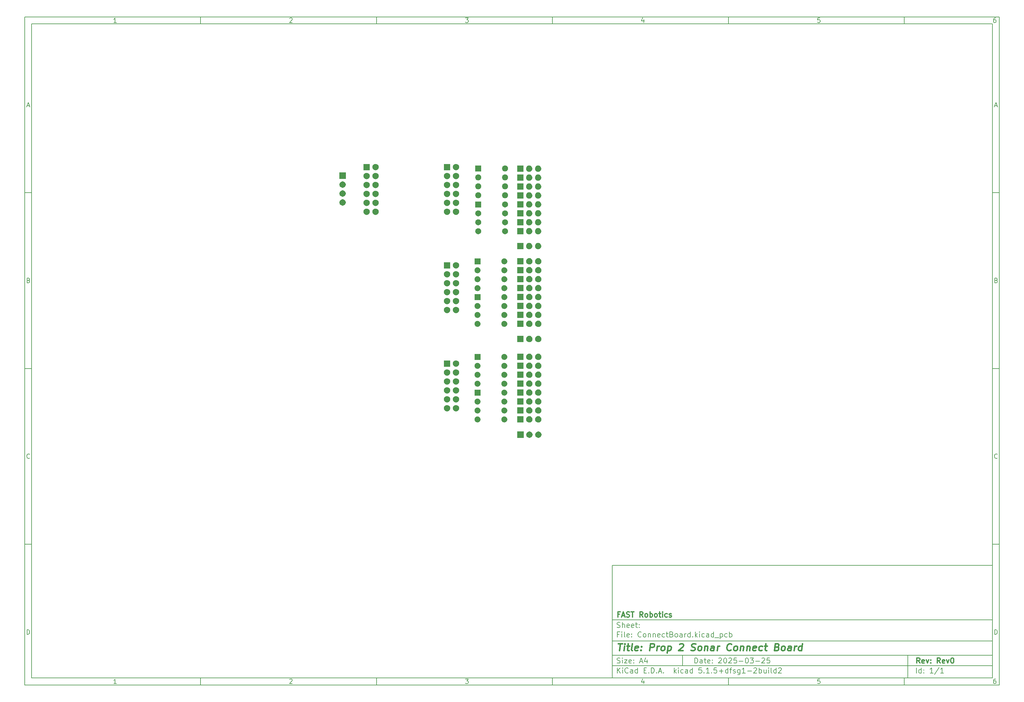
<source format=gbr>
G04 #@! TF.GenerationSoftware,KiCad,Pcbnew,5.1.5+dfsg1-2build2*
G04 #@! TF.CreationDate,2025-03-25T17:45:28-05:00*
G04 #@! TF.ProjectId,ConnectBoard,436f6e6e-6563-4744-926f-6172642e6b69,Rev0*
G04 #@! TF.SameCoordinates,Original*
G04 #@! TF.FileFunction,Soldermask,Top*
G04 #@! TF.FilePolarity,Negative*
%FSLAX46Y46*%
G04 Gerber Fmt 4.6, Leading zero omitted, Abs format (unit mm)*
G04 Created by KiCad (PCBNEW 5.1.5+dfsg1-2build2) date 2025-03-25 17:45:28*
%MOMM*%
%LPD*%
G04 APERTURE LIST*
%ADD10C,0.100000*%
%ADD11C,0.150000*%
%ADD12C,0.300000*%
%ADD13C,0.400000*%
G04 APERTURE END LIST*
D10*
D11*
X177002200Y-166007200D02*
X177002200Y-198007200D01*
X285002200Y-198007200D01*
X285002200Y-166007200D01*
X177002200Y-166007200D01*
D10*
D11*
X10000000Y-10000000D02*
X10000000Y-200007200D01*
X287002200Y-200007200D01*
X287002200Y-10000000D01*
X10000000Y-10000000D01*
D10*
D11*
X12000000Y-12000000D02*
X12000000Y-198007200D01*
X285002200Y-198007200D01*
X285002200Y-12000000D01*
X12000000Y-12000000D01*
D10*
D11*
X60000000Y-12000000D02*
X60000000Y-10000000D01*
D10*
D11*
X110000000Y-12000000D02*
X110000000Y-10000000D01*
D10*
D11*
X160000000Y-12000000D02*
X160000000Y-10000000D01*
D10*
D11*
X210000000Y-12000000D02*
X210000000Y-10000000D01*
D10*
D11*
X260000000Y-12000000D02*
X260000000Y-10000000D01*
D10*
D11*
X36065476Y-11588095D02*
X35322619Y-11588095D01*
X35694047Y-11588095D02*
X35694047Y-10288095D01*
X35570238Y-10473809D01*
X35446428Y-10597619D01*
X35322619Y-10659523D01*
D10*
D11*
X85322619Y-10411904D02*
X85384523Y-10350000D01*
X85508333Y-10288095D01*
X85817857Y-10288095D01*
X85941666Y-10350000D01*
X86003571Y-10411904D01*
X86065476Y-10535714D01*
X86065476Y-10659523D01*
X86003571Y-10845238D01*
X85260714Y-11588095D01*
X86065476Y-11588095D01*
D10*
D11*
X135260714Y-10288095D02*
X136065476Y-10288095D01*
X135632142Y-10783333D01*
X135817857Y-10783333D01*
X135941666Y-10845238D01*
X136003571Y-10907142D01*
X136065476Y-11030952D01*
X136065476Y-11340476D01*
X136003571Y-11464285D01*
X135941666Y-11526190D01*
X135817857Y-11588095D01*
X135446428Y-11588095D01*
X135322619Y-11526190D01*
X135260714Y-11464285D01*
D10*
D11*
X185941666Y-10721428D02*
X185941666Y-11588095D01*
X185632142Y-10226190D02*
X185322619Y-11154761D01*
X186127380Y-11154761D01*
D10*
D11*
X236003571Y-10288095D02*
X235384523Y-10288095D01*
X235322619Y-10907142D01*
X235384523Y-10845238D01*
X235508333Y-10783333D01*
X235817857Y-10783333D01*
X235941666Y-10845238D01*
X236003571Y-10907142D01*
X236065476Y-11030952D01*
X236065476Y-11340476D01*
X236003571Y-11464285D01*
X235941666Y-11526190D01*
X235817857Y-11588095D01*
X235508333Y-11588095D01*
X235384523Y-11526190D01*
X235322619Y-11464285D01*
D10*
D11*
X285941666Y-10288095D02*
X285694047Y-10288095D01*
X285570238Y-10350000D01*
X285508333Y-10411904D01*
X285384523Y-10597619D01*
X285322619Y-10845238D01*
X285322619Y-11340476D01*
X285384523Y-11464285D01*
X285446428Y-11526190D01*
X285570238Y-11588095D01*
X285817857Y-11588095D01*
X285941666Y-11526190D01*
X286003571Y-11464285D01*
X286065476Y-11340476D01*
X286065476Y-11030952D01*
X286003571Y-10907142D01*
X285941666Y-10845238D01*
X285817857Y-10783333D01*
X285570238Y-10783333D01*
X285446428Y-10845238D01*
X285384523Y-10907142D01*
X285322619Y-11030952D01*
D10*
D11*
X60000000Y-198007200D02*
X60000000Y-200007200D01*
D10*
D11*
X110000000Y-198007200D02*
X110000000Y-200007200D01*
D10*
D11*
X160000000Y-198007200D02*
X160000000Y-200007200D01*
D10*
D11*
X210000000Y-198007200D02*
X210000000Y-200007200D01*
D10*
D11*
X260000000Y-198007200D02*
X260000000Y-200007200D01*
D10*
D11*
X36065476Y-199595295D02*
X35322619Y-199595295D01*
X35694047Y-199595295D02*
X35694047Y-198295295D01*
X35570238Y-198481009D01*
X35446428Y-198604819D01*
X35322619Y-198666723D01*
D10*
D11*
X85322619Y-198419104D02*
X85384523Y-198357200D01*
X85508333Y-198295295D01*
X85817857Y-198295295D01*
X85941666Y-198357200D01*
X86003571Y-198419104D01*
X86065476Y-198542914D01*
X86065476Y-198666723D01*
X86003571Y-198852438D01*
X85260714Y-199595295D01*
X86065476Y-199595295D01*
D10*
D11*
X135260714Y-198295295D02*
X136065476Y-198295295D01*
X135632142Y-198790533D01*
X135817857Y-198790533D01*
X135941666Y-198852438D01*
X136003571Y-198914342D01*
X136065476Y-199038152D01*
X136065476Y-199347676D01*
X136003571Y-199471485D01*
X135941666Y-199533390D01*
X135817857Y-199595295D01*
X135446428Y-199595295D01*
X135322619Y-199533390D01*
X135260714Y-199471485D01*
D10*
D11*
X185941666Y-198728628D02*
X185941666Y-199595295D01*
X185632142Y-198233390D02*
X185322619Y-199161961D01*
X186127380Y-199161961D01*
D10*
D11*
X236003571Y-198295295D02*
X235384523Y-198295295D01*
X235322619Y-198914342D01*
X235384523Y-198852438D01*
X235508333Y-198790533D01*
X235817857Y-198790533D01*
X235941666Y-198852438D01*
X236003571Y-198914342D01*
X236065476Y-199038152D01*
X236065476Y-199347676D01*
X236003571Y-199471485D01*
X235941666Y-199533390D01*
X235817857Y-199595295D01*
X235508333Y-199595295D01*
X235384523Y-199533390D01*
X235322619Y-199471485D01*
D10*
D11*
X285941666Y-198295295D02*
X285694047Y-198295295D01*
X285570238Y-198357200D01*
X285508333Y-198419104D01*
X285384523Y-198604819D01*
X285322619Y-198852438D01*
X285322619Y-199347676D01*
X285384523Y-199471485D01*
X285446428Y-199533390D01*
X285570238Y-199595295D01*
X285817857Y-199595295D01*
X285941666Y-199533390D01*
X286003571Y-199471485D01*
X286065476Y-199347676D01*
X286065476Y-199038152D01*
X286003571Y-198914342D01*
X285941666Y-198852438D01*
X285817857Y-198790533D01*
X285570238Y-198790533D01*
X285446428Y-198852438D01*
X285384523Y-198914342D01*
X285322619Y-199038152D01*
D10*
D11*
X10000000Y-60000000D02*
X12000000Y-60000000D01*
D10*
D11*
X10000000Y-110000000D02*
X12000000Y-110000000D01*
D10*
D11*
X10000000Y-160000000D02*
X12000000Y-160000000D01*
D10*
D11*
X10690476Y-35216666D02*
X11309523Y-35216666D01*
X10566666Y-35588095D02*
X11000000Y-34288095D01*
X11433333Y-35588095D01*
D10*
D11*
X11092857Y-84907142D02*
X11278571Y-84969047D01*
X11340476Y-85030952D01*
X11402380Y-85154761D01*
X11402380Y-85340476D01*
X11340476Y-85464285D01*
X11278571Y-85526190D01*
X11154761Y-85588095D01*
X10659523Y-85588095D01*
X10659523Y-84288095D01*
X11092857Y-84288095D01*
X11216666Y-84350000D01*
X11278571Y-84411904D01*
X11340476Y-84535714D01*
X11340476Y-84659523D01*
X11278571Y-84783333D01*
X11216666Y-84845238D01*
X11092857Y-84907142D01*
X10659523Y-84907142D01*
D10*
D11*
X11402380Y-135464285D02*
X11340476Y-135526190D01*
X11154761Y-135588095D01*
X11030952Y-135588095D01*
X10845238Y-135526190D01*
X10721428Y-135402380D01*
X10659523Y-135278571D01*
X10597619Y-135030952D01*
X10597619Y-134845238D01*
X10659523Y-134597619D01*
X10721428Y-134473809D01*
X10845238Y-134350000D01*
X11030952Y-134288095D01*
X11154761Y-134288095D01*
X11340476Y-134350000D01*
X11402380Y-134411904D01*
D10*
D11*
X10659523Y-185588095D02*
X10659523Y-184288095D01*
X10969047Y-184288095D01*
X11154761Y-184350000D01*
X11278571Y-184473809D01*
X11340476Y-184597619D01*
X11402380Y-184845238D01*
X11402380Y-185030952D01*
X11340476Y-185278571D01*
X11278571Y-185402380D01*
X11154761Y-185526190D01*
X10969047Y-185588095D01*
X10659523Y-185588095D01*
D10*
D11*
X287002200Y-60000000D02*
X285002200Y-60000000D01*
D10*
D11*
X287002200Y-110000000D02*
X285002200Y-110000000D01*
D10*
D11*
X287002200Y-160000000D02*
X285002200Y-160000000D01*
D10*
D11*
X285692676Y-35216666D02*
X286311723Y-35216666D01*
X285568866Y-35588095D02*
X286002200Y-34288095D01*
X286435533Y-35588095D01*
D10*
D11*
X286095057Y-84907142D02*
X286280771Y-84969047D01*
X286342676Y-85030952D01*
X286404580Y-85154761D01*
X286404580Y-85340476D01*
X286342676Y-85464285D01*
X286280771Y-85526190D01*
X286156961Y-85588095D01*
X285661723Y-85588095D01*
X285661723Y-84288095D01*
X286095057Y-84288095D01*
X286218866Y-84350000D01*
X286280771Y-84411904D01*
X286342676Y-84535714D01*
X286342676Y-84659523D01*
X286280771Y-84783333D01*
X286218866Y-84845238D01*
X286095057Y-84907142D01*
X285661723Y-84907142D01*
D10*
D11*
X286404580Y-135464285D02*
X286342676Y-135526190D01*
X286156961Y-135588095D01*
X286033152Y-135588095D01*
X285847438Y-135526190D01*
X285723628Y-135402380D01*
X285661723Y-135278571D01*
X285599819Y-135030952D01*
X285599819Y-134845238D01*
X285661723Y-134597619D01*
X285723628Y-134473809D01*
X285847438Y-134350000D01*
X286033152Y-134288095D01*
X286156961Y-134288095D01*
X286342676Y-134350000D01*
X286404580Y-134411904D01*
D10*
D11*
X285661723Y-185588095D02*
X285661723Y-184288095D01*
X285971247Y-184288095D01*
X286156961Y-184350000D01*
X286280771Y-184473809D01*
X286342676Y-184597619D01*
X286404580Y-184845238D01*
X286404580Y-185030952D01*
X286342676Y-185278571D01*
X286280771Y-185402380D01*
X286156961Y-185526190D01*
X285971247Y-185588095D01*
X285661723Y-185588095D01*
D10*
D11*
X200434342Y-193785771D02*
X200434342Y-192285771D01*
X200791485Y-192285771D01*
X201005771Y-192357200D01*
X201148628Y-192500057D01*
X201220057Y-192642914D01*
X201291485Y-192928628D01*
X201291485Y-193142914D01*
X201220057Y-193428628D01*
X201148628Y-193571485D01*
X201005771Y-193714342D01*
X200791485Y-193785771D01*
X200434342Y-193785771D01*
X202577200Y-193785771D02*
X202577200Y-193000057D01*
X202505771Y-192857200D01*
X202362914Y-192785771D01*
X202077200Y-192785771D01*
X201934342Y-192857200D01*
X202577200Y-193714342D02*
X202434342Y-193785771D01*
X202077200Y-193785771D01*
X201934342Y-193714342D01*
X201862914Y-193571485D01*
X201862914Y-193428628D01*
X201934342Y-193285771D01*
X202077200Y-193214342D01*
X202434342Y-193214342D01*
X202577200Y-193142914D01*
X203077200Y-192785771D02*
X203648628Y-192785771D01*
X203291485Y-192285771D02*
X203291485Y-193571485D01*
X203362914Y-193714342D01*
X203505771Y-193785771D01*
X203648628Y-193785771D01*
X204720057Y-193714342D02*
X204577200Y-193785771D01*
X204291485Y-193785771D01*
X204148628Y-193714342D01*
X204077200Y-193571485D01*
X204077200Y-193000057D01*
X204148628Y-192857200D01*
X204291485Y-192785771D01*
X204577200Y-192785771D01*
X204720057Y-192857200D01*
X204791485Y-193000057D01*
X204791485Y-193142914D01*
X204077200Y-193285771D01*
X205434342Y-193642914D02*
X205505771Y-193714342D01*
X205434342Y-193785771D01*
X205362914Y-193714342D01*
X205434342Y-193642914D01*
X205434342Y-193785771D01*
X205434342Y-192857200D02*
X205505771Y-192928628D01*
X205434342Y-193000057D01*
X205362914Y-192928628D01*
X205434342Y-192857200D01*
X205434342Y-193000057D01*
X207220057Y-192428628D02*
X207291485Y-192357200D01*
X207434342Y-192285771D01*
X207791485Y-192285771D01*
X207934342Y-192357200D01*
X208005771Y-192428628D01*
X208077200Y-192571485D01*
X208077200Y-192714342D01*
X208005771Y-192928628D01*
X207148628Y-193785771D01*
X208077200Y-193785771D01*
X209005771Y-192285771D02*
X209148628Y-192285771D01*
X209291485Y-192357200D01*
X209362914Y-192428628D01*
X209434342Y-192571485D01*
X209505771Y-192857200D01*
X209505771Y-193214342D01*
X209434342Y-193500057D01*
X209362914Y-193642914D01*
X209291485Y-193714342D01*
X209148628Y-193785771D01*
X209005771Y-193785771D01*
X208862914Y-193714342D01*
X208791485Y-193642914D01*
X208720057Y-193500057D01*
X208648628Y-193214342D01*
X208648628Y-192857200D01*
X208720057Y-192571485D01*
X208791485Y-192428628D01*
X208862914Y-192357200D01*
X209005771Y-192285771D01*
X210077200Y-192428628D02*
X210148628Y-192357200D01*
X210291485Y-192285771D01*
X210648628Y-192285771D01*
X210791485Y-192357200D01*
X210862914Y-192428628D01*
X210934342Y-192571485D01*
X210934342Y-192714342D01*
X210862914Y-192928628D01*
X210005771Y-193785771D01*
X210934342Y-193785771D01*
X212291485Y-192285771D02*
X211577200Y-192285771D01*
X211505771Y-193000057D01*
X211577200Y-192928628D01*
X211720057Y-192857200D01*
X212077200Y-192857200D01*
X212220057Y-192928628D01*
X212291485Y-193000057D01*
X212362914Y-193142914D01*
X212362914Y-193500057D01*
X212291485Y-193642914D01*
X212220057Y-193714342D01*
X212077200Y-193785771D01*
X211720057Y-193785771D01*
X211577200Y-193714342D01*
X211505771Y-193642914D01*
X213005771Y-193214342D02*
X214148628Y-193214342D01*
X215148628Y-192285771D02*
X215291485Y-192285771D01*
X215434342Y-192357200D01*
X215505771Y-192428628D01*
X215577200Y-192571485D01*
X215648628Y-192857200D01*
X215648628Y-193214342D01*
X215577200Y-193500057D01*
X215505771Y-193642914D01*
X215434342Y-193714342D01*
X215291485Y-193785771D01*
X215148628Y-193785771D01*
X215005771Y-193714342D01*
X214934342Y-193642914D01*
X214862914Y-193500057D01*
X214791485Y-193214342D01*
X214791485Y-192857200D01*
X214862914Y-192571485D01*
X214934342Y-192428628D01*
X215005771Y-192357200D01*
X215148628Y-192285771D01*
X216148628Y-192285771D02*
X217077200Y-192285771D01*
X216577200Y-192857200D01*
X216791485Y-192857200D01*
X216934342Y-192928628D01*
X217005771Y-193000057D01*
X217077200Y-193142914D01*
X217077200Y-193500057D01*
X217005771Y-193642914D01*
X216934342Y-193714342D01*
X216791485Y-193785771D01*
X216362914Y-193785771D01*
X216220057Y-193714342D01*
X216148628Y-193642914D01*
X217720057Y-193214342D02*
X218862914Y-193214342D01*
X219505771Y-192428628D02*
X219577200Y-192357200D01*
X219720057Y-192285771D01*
X220077200Y-192285771D01*
X220220057Y-192357200D01*
X220291485Y-192428628D01*
X220362914Y-192571485D01*
X220362914Y-192714342D01*
X220291485Y-192928628D01*
X219434342Y-193785771D01*
X220362914Y-193785771D01*
X221720057Y-192285771D02*
X221005771Y-192285771D01*
X220934342Y-193000057D01*
X221005771Y-192928628D01*
X221148628Y-192857200D01*
X221505771Y-192857200D01*
X221648628Y-192928628D01*
X221720057Y-193000057D01*
X221791485Y-193142914D01*
X221791485Y-193500057D01*
X221720057Y-193642914D01*
X221648628Y-193714342D01*
X221505771Y-193785771D01*
X221148628Y-193785771D01*
X221005771Y-193714342D01*
X220934342Y-193642914D01*
D10*
D11*
X177002200Y-194507200D02*
X285002200Y-194507200D01*
D10*
D11*
X178434342Y-196585771D02*
X178434342Y-195085771D01*
X179291485Y-196585771D02*
X178648628Y-195728628D01*
X179291485Y-195085771D02*
X178434342Y-195942914D01*
X179934342Y-196585771D02*
X179934342Y-195585771D01*
X179934342Y-195085771D02*
X179862914Y-195157200D01*
X179934342Y-195228628D01*
X180005771Y-195157200D01*
X179934342Y-195085771D01*
X179934342Y-195228628D01*
X181505771Y-196442914D02*
X181434342Y-196514342D01*
X181220057Y-196585771D01*
X181077200Y-196585771D01*
X180862914Y-196514342D01*
X180720057Y-196371485D01*
X180648628Y-196228628D01*
X180577200Y-195942914D01*
X180577200Y-195728628D01*
X180648628Y-195442914D01*
X180720057Y-195300057D01*
X180862914Y-195157200D01*
X181077200Y-195085771D01*
X181220057Y-195085771D01*
X181434342Y-195157200D01*
X181505771Y-195228628D01*
X182791485Y-196585771D02*
X182791485Y-195800057D01*
X182720057Y-195657200D01*
X182577200Y-195585771D01*
X182291485Y-195585771D01*
X182148628Y-195657200D01*
X182791485Y-196514342D02*
X182648628Y-196585771D01*
X182291485Y-196585771D01*
X182148628Y-196514342D01*
X182077200Y-196371485D01*
X182077200Y-196228628D01*
X182148628Y-196085771D01*
X182291485Y-196014342D01*
X182648628Y-196014342D01*
X182791485Y-195942914D01*
X184148628Y-196585771D02*
X184148628Y-195085771D01*
X184148628Y-196514342D02*
X184005771Y-196585771D01*
X183720057Y-196585771D01*
X183577200Y-196514342D01*
X183505771Y-196442914D01*
X183434342Y-196300057D01*
X183434342Y-195871485D01*
X183505771Y-195728628D01*
X183577200Y-195657200D01*
X183720057Y-195585771D01*
X184005771Y-195585771D01*
X184148628Y-195657200D01*
X186005771Y-195800057D02*
X186505771Y-195800057D01*
X186720057Y-196585771D02*
X186005771Y-196585771D01*
X186005771Y-195085771D01*
X186720057Y-195085771D01*
X187362914Y-196442914D02*
X187434342Y-196514342D01*
X187362914Y-196585771D01*
X187291485Y-196514342D01*
X187362914Y-196442914D01*
X187362914Y-196585771D01*
X188077200Y-196585771D02*
X188077200Y-195085771D01*
X188434342Y-195085771D01*
X188648628Y-195157200D01*
X188791485Y-195300057D01*
X188862914Y-195442914D01*
X188934342Y-195728628D01*
X188934342Y-195942914D01*
X188862914Y-196228628D01*
X188791485Y-196371485D01*
X188648628Y-196514342D01*
X188434342Y-196585771D01*
X188077200Y-196585771D01*
X189577200Y-196442914D02*
X189648628Y-196514342D01*
X189577200Y-196585771D01*
X189505771Y-196514342D01*
X189577200Y-196442914D01*
X189577200Y-196585771D01*
X190220057Y-196157200D02*
X190934342Y-196157200D01*
X190077200Y-196585771D02*
X190577200Y-195085771D01*
X191077200Y-196585771D01*
X191577200Y-196442914D02*
X191648628Y-196514342D01*
X191577200Y-196585771D01*
X191505771Y-196514342D01*
X191577200Y-196442914D01*
X191577200Y-196585771D01*
X194577200Y-196585771D02*
X194577200Y-195085771D01*
X194720057Y-196014342D02*
X195148628Y-196585771D01*
X195148628Y-195585771D02*
X194577200Y-196157200D01*
X195791485Y-196585771D02*
X195791485Y-195585771D01*
X195791485Y-195085771D02*
X195720057Y-195157200D01*
X195791485Y-195228628D01*
X195862914Y-195157200D01*
X195791485Y-195085771D01*
X195791485Y-195228628D01*
X197148628Y-196514342D02*
X197005771Y-196585771D01*
X196720057Y-196585771D01*
X196577200Y-196514342D01*
X196505771Y-196442914D01*
X196434342Y-196300057D01*
X196434342Y-195871485D01*
X196505771Y-195728628D01*
X196577200Y-195657200D01*
X196720057Y-195585771D01*
X197005771Y-195585771D01*
X197148628Y-195657200D01*
X198434342Y-196585771D02*
X198434342Y-195800057D01*
X198362914Y-195657200D01*
X198220057Y-195585771D01*
X197934342Y-195585771D01*
X197791485Y-195657200D01*
X198434342Y-196514342D02*
X198291485Y-196585771D01*
X197934342Y-196585771D01*
X197791485Y-196514342D01*
X197720057Y-196371485D01*
X197720057Y-196228628D01*
X197791485Y-196085771D01*
X197934342Y-196014342D01*
X198291485Y-196014342D01*
X198434342Y-195942914D01*
X199791485Y-196585771D02*
X199791485Y-195085771D01*
X199791485Y-196514342D02*
X199648628Y-196585771D01*
X199362914Y-196585771D01*
X199220057Y-196514342D01*
X199148628Y-196442914D01*
X199077200Y-196300057D01*
X199077200Y-195871485D01*
X199148628Y-195728628D01*
X199220057Y-195657200D01*
X199362914Y-195585771D01*
X199648628Y-195585771D01*
X199791485Y-195657200D01*
X202362914Y-195085771D02*
X201648628Y-195085771D01*
X201577200Y-195800057D01*
X201648628Y-195728628D01*
X201791485Y-195657200D01*
X202148628Y-195657200D01*
X202291485Y-195728628D01*
X202362914Y-195800057D01*
X202434342Y-195942914D01*
X202434342Y-196300057D01*
X202362914Y-196442914D01*
X202291485Y-196514342D01*
X202148628Y-196585771D01*
X201791485Y-196585771D01*
X201648628Y-196514342D01*
X201577200Y-196442914D01*
X203077200Y-196442914D02*
X203148628Y-196514342D01*
X203077200Y-196585771D01*
X203005771Y-196514342D01*
X203077200Y-196442914D01*
X203077200Y-196585771D01*
X204577200Y-196585771D02*
X203720057Y-196585771D01*
X204148628Y-196585771D02*
X204148628Y-195085771D01*
X204005771Y-195300057D01*
X203862914Y-195442914D01*
X203720057Y-195514342D01*
X205220057Y-196442914D02*
X205291485Y-196514342D01*
X205220057Y-196585771D01*
X205148628Y-196514342D01*
X205220057Y-196442914D01*
X205220057Y-196585771D01*
X206648628Y-195085771D02*
X205934342Y-195085771D01*
X205862914Y-195800057D01*
X205934342Y-195728628D01*
X206077200Y-195657200D01*
X206434342Y-195657200D01*
X206577200Y-195728628D01*
X206648628Y-195800057D01*
X206720057Y-195942914D01*
X206720057Y-196300057D01*
X206648628Y-196442914D01*
X206577200Y-196514342D01*
X206434342Y-196585771D01*
X206077200Y-196585771D01*
X205934342Y-196514342D01*
X205862914Y-196442914D01*
X207362914Y-196014342D02*
X208505771Y-196014342D01*
X207934342Y-196585771D02*
X207934342Y-195442914D01*
X209862914Y-196585771D02*
X209862914Y-195085771D01*
X209862914Y-196514342D02*
X209720057Y-196585771D01*
X209434342Y-196585771D01*
X209291485Y-196514342D01*
X209220057Y-196442914D01*
X209148628Y-196300057D01*
X209148628Y-195871485D01*
X209220057Y-195728628D01*
X209291485Y-195657200D01*
X209434342Y-195585771D01*
X209720057Y-195585771D01*
X209862914Y-195657200D01*
X210362914Y-195585771D02*
X210934342Y-195585771D01*
X210577200Y-196585771D02*
X210577200Y-195300057D01*
X210648628Y-195157200D01*
X210791485Y-195085771D01*
X210934342Y-195085771D01*
X211362914Y-196514342D02*
X211505771Y-196585771D01*
X211791485Y-196585771D01*
X211934342Y-196514342D01*
X212005771Y-196371485D01*
X212005771Y-196300057D01*
X211934342Y-196157200D01*
X211791485Y-196085771D01*
X211577200Y-196085771D01*
X211434342Y-196014342D01*
X211362914Y-195871485D01*
X211362914Y-195800057D01*
X211434342Y-195657200D01*
X211577200Y-195585771D01*
X211791485Y-195585771D01*
X211934342Y-195657200D01*
X213291485Y-195585771D02*
X213291485Y-196800057D01*
X213220057Y-196942914D01*
X213148628Y-197014342D01*
X213005771Y-197085771D01*
X212791485Y-197085771D01*
X212648628Y-197014342D01*
X213291485Y-196514342D02*
X213148628Y-196585771D01*
X212862914Y-196585771D01*
X212720057Y-196514342D01*
X212648628Y-196442914D01*
X212577200Y-196300057D01*
X212577200Y-195871485D01*
X212648628Y-195728628D01*
X212720057Y-195657200D01*
X212862914Y-195585771D01*
X213148628Y-195585771D01*
X213291485Y-195657200D01*
X214791485Y-196585771D02*
X213934342Y-196585771D01*
X214362914Y-196585771D02*
X214362914Y-195085771D01*
X214220057Y-195300057D01*
X214077200Y-195442914D01*
X213934342Y-195514342D01*
X215434342Y-196014342D02*
X216577200Y-196014342D01*
X217220057Y-195228628D02*
X217291485Y-195157200D01*
X217434342Y-195085771D01*
X217791485Y-195085771D01*
X217934342Y-195157200D01*
X218005771Y-195228628D01*
X218077200Y-195371485D01*
X218077200Y-195514342D01*
X218005771Y-195728628D01*
X217148628Y-196585771D01*
X218077200Y-196585771D01*
X218720057Y-196585771D02*
X218720057Y-195085771D01*
X218720057Y-195657200D02*
X218862914Y-195585771D01*
X219148628Y-195585771D01*
X219291485Y-195657200D01*
X219362914Y-195728628D01*
X219434342Y-195871485D01*
X219434342Y-196300057D01*
X219362914Y-196442914D01*
X219291485Y-196514342D01*
X219148628Y-196585771D01*
X218862914Y-196585771D01*
X218720057Y-196514342D01*
X220720057Y-195585771D02*
X220720057Y-196585771D01*
X220077200Y-195585771D02*
X220077200Y-196371485D01*
X220148628Y-196514342D01*
X220291485Y-196585771D01*
X220505771Y-196585771D01*
X220648628Y-196514342D01*
X220720057Y-196442914D01*
X221434342Y-196585771D02*
X221434342Y-195585771D01*
X221434342Y-195085771D02*
X221362914Y-195157200D01*
X221434342Y-195228628D01*
X221505771Y-195157200D01*
X221434342Y-195085771D01*
X221434342Y-195228628D01*
X222362914Y-196585771D02*
X222220057Y-196514342D01*
X222148628Y-196371485D01*
X222148628Y-195085771D01*
X223577200Y-196585771D02*
X223577200Y-195085771D01*
X223577200Y-196514342D02*
X223434342Y-196585771D01*
X223148628Y-196585771D01*
X223005771Y-196514342D01*
X222934342Y-196442914D01*
X222862914Y-196300057D01*
X222862914Y-195871485D01*
X222934342Y-195728628D01*
X223005771Y-195657200D01*
X223148628Y-195585771D01*
X223434342Y-195585771D01*
X223577200Y-195657200D01*
X224220057Y-195228628D02*
X224291485Y-195157200D01*
X224434342Y-195085771D01*
X224791485Y-195085771D01*
X224934342Y-195157200D01*
X225005771Y-195228628D01*
X225077200Y-195371485D01*
X225077200Y-195514342D01*
X225005771Y-195728628D01*
X224148628Y-196585771D01*
X225077200Y-196585771D01*
D10*
D11*
X177002200Y-191507200D02*
X285002200Y-191507200D01*
D10*
D12*
X264411485Y-193785771D02*
X263911485Y-193071485D01*
X263554342Y-193785771D02*
X263554342Y-192285771D01*
X264125771Y-192285771D01*
X264268628Y-192357200D01*
X264340057Y-192428628D01*
X264411485Y-192571485D01*
X264411485Y-192785771D01*
X264340057Y-192928628D01*
X264268628Y-193000057D01*
X264125771Y-193071485D01*
X263554342Y-193071485D01*
X265625771Y-193714342D02*
X265482914Y-193785771D01*
X265197200Y-193785771D01*
X265054342Y-193714342D01*
X264982914Y-193571485D01*
X264982914Y-193000057D01*
X265054342Y-192857200D01*
X265197200Y-192785771D01*
X265482914Y-192785771D01*
X265625771Y-192857200D01*
X265697200Y-193000057D01*
X265697200Y-193142914D01*
X264982914Y-193285771D01*
X266197200Y-192785771D02*
X266554342Y-193785771D01*
X266911485Y-192785771D01*
X267482914Y-193642914D02*
X267554342Y-193714342D01*
X267482914Y-193785771D01*
X267411485Y-193714342D01*
X267482914Y-193642914D01*
X267482914Y-193785771D01*
X267482914Y-192857200D02*
X267554342Y-192928628D01*
X267482914Y-193000057D01*
X267411485Y-192928628D01*
X267482914Y-192857200D01*
X267482914Y-193000057D01*
X270197200Y-193785771D02*
X269697200Y-193071485D01*
X269340057Y-193785771D02*
X269340057Y-192285771D01*
X269911485Y-192285771D01*
X270054342Y-192357200D01*
X270125771Y-192428628D01*
X270197200Y-192571485D01*
X270197200Y-192785771D01*
X270125771Y-192928628D01*
X270054342Y-193000057D01*
X269911485Y-193071485D01*
X269340057Y-193071485D01*
X271411485Y-193714342D02*
X271268628Y-193785771D01*
X270982914Y-193785771D01*
X270840057Y-193714342D01*
X270768628Y-193571485D01*
X270768628Y-193000057D01*
X270840057Y-192857200D01*
X270982914Y-192785771D01*
X271268628Y-192785771D01*
X271411485Y-192857200D01*
X271482914Y-193000057D01*
X271482914Y-193142914D01*
X270768628Y-193285771D01*
X271982914Y-192785771D02*
X272340057Y-193785771D01*
X272697200Y-192785771D01*
X273554342Y-192285771D02*
X273697200Y-192285771D01*
X273840057Y-192357200D01*
X273911485Y-192428628D01*
X273982914Y-192571485D01*
X274054342Y-192857200D01*
X274054342Y-193214342D01*
X273982914Y-193500057D01*
X273911485Y-193642914D01*
X273840057Y-193714342D01*
X273697200Y-193785771D01*
X273554342Y-193785771D01*
X273411485Y-193714342D01*
X273340057Y-193642914D01*
X273268628Y-193500057D01*
X273197200Y-193214342D01*
X273197200Y-192857200D01*
X273268628Y-192571485D01*
X273340057Y-192428628D01*
X273411485Y-192357200D01*
X273554342Y-192285771D01*
D10*
D11*
X178362914Y-193714342D02*
X178577200Y-193785771D01*
X178934342Y-193785771D01*
X179077200Y-193714342D01*
X179148628Y-193642914D01*
X179220057Y-193500057D01*
X179220057Y-193357200D01*
X179148628Y-193214342D01*
X179077200Y-193142914D01*
X178934342Y-193071485D01*
X178648628Y-193000057D01*
X178505771Y-192928628D01*
X178434342Y-192857200D01*
X178362914Y-192714342D01*
X178362914Y-192571485D01*
X178434342Y-192428628D01*
X178505771Y-192357200D01*
X178648628Y-192285771D01*
X179005771Y-192285771D01*
X179220057Y-192357200D01*
X179862914Y-193785771D02*
X179862914Y-192785771D01*
X179862914Y-192285771D02*
X179791485Y-192357200D01*
X179862914Y-192428628D01*
X179934342Y-192357200D01*
X179862914Y-192285771D01*
X179862914Y-192428628D01*
X180434342Y-192785771D02*
X181220057Y-192785771D01*
X180434342Y-193785771D01*
X181220057Y-193785771D01*
X182362914Y-193714342D02*
X182220057Y-193785771D01*
X181934342Y-193785771D01*
X181791485Y-193714342D01*
X181720057Y-193571485D01*
X181720057Y-193000057D01*
X181791485Y-192857200D01*
X181934342Y-192785771D01*
X182220057Y-192785771D01*
X182362914Y-192857200D01*
X182434342Y-193000057D01*
X182434342Y-193142914D01*
X181720057Y-193285771D01*
X183077200Y-193642914D02*
X183148628Y-193714342D01*
X183077200Y-193785771D01*
X183005771Y-193714342D01*
X183077200Y-193642914D01*
X183077200Y-193785771D01*
X183077200Y-192857200D02*
X183148628Y-192928628D01*
X183077200Y-193000057D01*
X183005771Y-192928628D01*
X183077200Y-192857200D01*
X183077200Y-193000057D01*
X184862914Y-193357200D02*
X185577200Y-193357200D01*
X184720057Y-193785771D02*
X185220057Y-192285771D01*
X185720057Y-193785771D01*
X186862914Y-192785771D02*
X186862914Y-193785771D01*
X186505771Y-192214342D02*
X186148628Y-193285771D01*
X187077200Y-193285771D01*
D10*
D11*
X263434342Y-196585771D02*
X263434342Y-195085771D01*
X264791485Y-196585771D02*
X264791485Y-195085771D01*
X264791485Y-196514342D02*
X264648628Y-196585771D01*
X264362914Y-196585771D01*
X264220057Y-196514342D01*
X264148628Y-196442914D01*
X264077200Y-196300057D01*
X264077200Y-195871485D01*
X264148628Y-195728628D01*
X264220057Y-195657200D01*
X264362914Y-195585771D01*
X264648628Y-195585771D01*
X264791485Y-195657200D01*
X265505771Y-196442914D02*
X265577200Y-196514342D01*
X265505771Y-196585771D01*
X265434342Y-196514342D01*
X265505771Y-196442914D01*
X265505771Y-196585771D01*
X265505771Y-195657200D02*
X265577200Y-195728628D01*
X265505771Y-195800057D01*
X265434342Y-195728628D01*
X265505771Y-195657200D01*
X265505771Y-195800057D01*
X268148628Y-196585771D02*
X267291485Y-196585771D01*
X267720057Y-196585771D02*
X267720057Y-195085771D01*
X267577200Y-195300057D01*
X267434342Y-195442914D01*
X267291485Y-195514342D01*
X269862914Y-195014342D02*
X268577200Y-196942914D01*
X271148628Y-196585771D02*
X270291485Y-196585771D01*
X270720057Y-196585771D02*
X270720057Y-195085771D01*
X270577200Y-195300057D01*
X270434342Y-195442914D01*
X270291485Y-195514342D01*
D10*
D11*
X177002200Y-187507200D02*
X285002200Y-187507200D01*
D10*
D13*
X178714580Y-188211961D02*
X179857438Y-188211961D01*
X179036009Y-190211961D02*
X179286009Y-188211961D01*
X180274104Y-190211961D02*
X180440771Y-188878628D01*
X180524104Y-188211961D02*
X180416961Y-188307200D01*
X180500295Y-188402438D01*
X180607438Y-188307200D01*
X180524104Y-188211961D01*
X180500295Y-188402438D01*
X181107438Y-188878628D02*
X181869342Y-188878628D01*
X181476485Y-188211961D02*
X181262200Y-189926247D01*
X181333628Y-190116723D01*
X181512200Y-190211961D01*
X181702676Y-190211961D01*
X182655057Y-190211961D02*
X182476485Y-190116723D01*
X182405057Y-189926247D01*
X182619342Y-188211961D01*
X184190771Y-190116723D02*
X183988390Y-190211961D01*
X183607438Y-190211961D01*
X183428866Y-190116723D01*
X183357438Y-189926247D01*
X183452676Y-189164342D01*
X183571723Y-188973866D01*
X183774104Y-188878628D01*
X184155057Y-188878628D01*
X184333628Y-188973866D01*
X184405057Y-189164342D01*
X184381247Y-189354819D01*
X183405057Y-189545295D01*
X185155057Y-190021485D02*
X185238390Y-190116723D01*
X185131247Y-190211961D01*
X185047914Y-190116723D01*
X185155057Y-190021485D01*
X185131247Y-190211961D01*
X185286009Y-188973866D02*
X185369342Y-189069104D01*
X185262200Y-189164342D01*
X185178866Y-189069104D01*
X185286009Y-188973866D01*
X185262200Y-189164342D01*
X187607438Y-190211961D02*
X187857438Y-188211961D01*
X188619342Y-188211961D01*
X188797914Y-188307200D01*
X188881247Y-188402438D01*
X188952676Y-188592914D01*
X188916961Y-188878628D01*
X188797914Y-189069104D01*
X188690771Y-189164342D01*
X188488390Y-189259580D01*
X187726485Y-189259580D01*
X189607438Y-190211961D02*
X189774104Y-188878628D01*
X189726485Y-189259580D02*
X189845533Y-189069104D01*
X189952676Y-188973866D01*
X190155057Y-188878628D01*
X190345533Y-188878628D01*
X191131247Y-190211961D02*
X190952676Y-190116723D01*
X190869342Y-190021485D01*
X190797914Y-189831009D01*
X190869342Y-189259580D01*
X190988390Y-189069104D01*
X191095533Y-188973866D01*
X191297914Y-188878628D01*
X191583628Y-188878628D01*
X191762200Y-188973866D01*
X191845533Y-189069104D01*
X191916961Y-189259580D01*
X191845533Y-189831009D01*
X191726485Y-190021485D01*
X191619342Y-190116723D01*
X191416961Y-190211961D01*
X191131247Y-190211961D01*
X192821723Y-188878628D02*
X192571723Y-190878628D01*
X192809819Y-188973866D02*
X193012200Y-188878628D01*
X193393152Y-188878628D01*
X193571723Y-188973866D01*
X193655057Y-189069104D01*
X193726485Y-189259580D01*
X193655057Y-189831009D01*
X193536009Y-190021485D01*
X193428866Y-190116723D01*
X193226485Y-190211961D01*
X192845533Y-190211961D01*
X192666961Y-190116723D01*
X196119342Y-188402438D02*
X196226485Y-188307200D01*
X196428866Y-188211961D01*
X196905057Y-188211961D01*
X197083628Y-188307200D01*
X197166961Y-188402438D01*
X197238390Y-188592914D01*
X197214580Y-188783390D01*
X197083628Y-189069104D01*
X195797914Y-190211961D01*
X197036009Y-190211961D01*
X199333628Y-190116723D02*
X199607438Y-190211961D01*
X200083628Y-190211961D01*
X200286009Y-190116723D01*
X200393152Y-190021485D01*
X200512200Y-189831009D01*
X200536009Y-189640533D01*
X200464580Y-189450057D01*
X200381247Y-189354819D01*
X200202676Y-189259580D01*
X199833628Y-189164342D01*
X199655057Y-189069104D01*
X199571723Y-188973866D01*
X199500295Y-188783390D01*
X199524104Y-188592914D01*
X199643152Y-188402438D01*
X199750295Y-188307200D01*
X199952676Y-188211961D01*
X200428866Y-188211961D01*
X200702676Y-188307200D01*
X201607438Y-190211961D02*
X201428866Y-190116723D01*
X201345533Y-190021485D01*
X201274104Y-189831009D01*
X201345533Y-189259580D01*
X201464580Y-189069104D01*
X201571723Y-188973866D01*
X201774104Y-188878628D01*
X202059819Y-188878628D01*
X202238390Y-188973866D01*
X202321723Y-189069104D01*
X202393152Y-189259580D01*
X202321723Y-189831009D01*
X202202676Y-190021485D01*
X202095533Y-190116723D01*
X201893152Y-190211961D01*
X201607438Y-190211961D01*
X203297914Y-188878628D02*
X203131247Y-190211961D01*
X203274104Y-189069104D02*
X203381247Y-188973866D01*
X203583628Y-188878628D01*
X203869342Y-188878628D01*
X204047914Y-188973866D01*
X204119342Y-189164342D01*
X203988390Y-190211961D01*
X205797914Y-190211961D02*
X205928866Y-189164342D01*
X205857438Y-188973866D01*
X205678866Y-188878628D01*
X205297914Y-188878628D01*
X205095533Y-188973866D01*
X205809819Y-190116723D02*
X205607438Y-190211961D01*
X205131247Y-190211961D01*
X204952676Y-190116723D01*
X204881247Y-189926247D01*
X204905057Y-189735771D01*
X205024104Y-189545295D01*
X205226485Y-189450057D01*
X205702676Y-189450057D01*
X205905057Y-189354819D01*
X206750295Y-190211961D02*
X206916961Y-188878628D01*
X206869342Y-189259580D02*
X206988390Y-189069104D01*
X207095533Y-188973866D01*
X207297914Y-188878628D01*
X207488390Y-188878628D01*
X210678866Y-190021485D02*
X210571723Y-190116723D01*
X210274104Y-190211961D01*
X210083628Y-190211961D01*
X209809819Y-190116723D01*
X209643152Y-189926247D01*
X209571723Y-189735771D01*
X209524104Y-189354819D01*
X209559819Y-189069104D01*
X209702676Y-188688152D01*
X209821723Y-188497676D01*
X210036009Y-188307200D01*
X210333628Y-188211961D01*
X210524104Y-188211961D01*
X210797914Y-188307200D01*
X210881247Y-188402438D01*
X211797914Y-190211961D02*
X211619342Y-190116723D01*
X211536009Y-190021485D01*
X211464580Y-189831009D01*
X211536009Y-189259580D01*
X211655057Y-189069104D01*
X211762200Y-188973866D01*
X211964580Y-188878628D01*
X212250295Y-188878628D01*
X212428866Y-188973866D01*
X212512200Y-189069104D01*
X212583628Y-189259580D01*
X212512200Y-189831009D01*
X212393152Y-190021485D01*
X212286009Y-190116723D01*
X212083628Y-190211961D01*
X211797914Y-190211961D01*
X213488390Y-188878628D02*
X213321723Y-190211961D01*
X213464580Y-189069104D02*
X213571723Y-188973866D01*
X213774104Y-188878628D01*
X214059819Y-188878628D01*
X214238390Y-188973866D01*
X214309819Y-189164342D01*
X214178866Y-190211961D01*
X215297914Y-188878628D02*
X215131247Y-190211961D01*
X215274104Y-189069104D02*
X215381247Y-188973866D01*
X215583628Y-188878628D01*
X215869342Y-188878628D01*
X216047914Y-188973866D01*
X216119342Y-189164342D01*
X215988390Y-190211961D01*
X217714580Y-190116723D02*
X217512200Y-190211961D01*
X217131247Y-190211961D01*
X216952676Y-190116723D01*
X216881247Y-189926247D01*
X216976485Y-189164342D01*
X217095533Y-188973866D01*
X217297914Y-188878628D01*
X217678866Y-188878628D01*
X217857438Y-188973866D01*
X217928866Y-189164342D01*
X217905057Y-189354819D01*
X216928866Y-189545295D01*
X219524104Y-190116723D02*
X219321723Y-190211961D01*
X218940771Y-190211961D01*
X218762200Y-190116723D01*
X218678866Y-190021485D01*
X218607438Y-189831009D01*
X218678866Y-189259580D01*
X218797914Y-189069104D01*
X218905057Y-188973866D01*
X219107438Y-188878628D01*
X219488390Y-188878628D01*
X219666961Y-188973866D01*
X220250295Y-188878628D02*
X221012200Y-188878628D01*
X220619342Y-188211961D02*
X220405057Y-189926247D01*
X220476485Y-190116723D01*
X220655057Y-190211961D01*
X220845533Y-190211961D01*
X223833628Y-189164342D02*
X224107438Y-189259580D01*
X224190771Y-189354819D01*
X224262200Y-189545295D01*
X224226485Y-189831009D01*
X224107438Y-190021485D01*
X224000295Y-190116723D01*
X223797914Y-190211961D01*
X223036009Y-190211961D01*
X223286009Y-188211961D01*
X223952676Y-188211961D01*
X224131247Y-188307200D01*
X224214580Y-188402438D01*
X224286009Y-188592914D01*
X224262200Y-188783390D01*
X224143152Y-188973866D01*
X224036009Y-189069104D01*
X223833628Y-189164342D01*
X223166961Y-189164342D01*
X225321723Y-190211961D02*
X225143152Y-190116723D01*
X225059819Y-190021485D01*
X224988390Y-189831009D01*
X225059819Y-189259580D01*
X225178866Y-189069104D01*
X225286009Y-188973866D01*
X225488390Y-188878628D01*
X225774104Y-188878628D01*
X225952676Y-188973866D01*
X226036009Y-189069104D01*
X226107438Y-189259580D01*
X226036009Y-189831009D01*
X225916961Y-190021485D01*
X225809819Y-190116723D01*
X225607438Y-190211961D01*
X225321723Y-190211961D01*
X227702676Y-190211961D02*
X227833628Y-189164342D01*
X227762200Y-188973866D01*
X227583628Y-188878628D01*
X227202676Y-188878628D01*
X227000295Y-188973866D01*
X227714580Y-190116723D02*
X227512200Y-190211961D01*
X227036009Y-190211961D01*
X226857438Y-190116723D01*
X226786009Y-189926247D01*
X226809819Y-189735771D01*
X226928866Y-189545295D01*
X227131247Y-189450057D01*
X227607438Y-189450057D01*
X227809819Y-189354819D01*
X228655057Y-190211961D02*
X228821723Y-188878628D01*
X228774104Y-189259580D02*
X228893152Y-189069104D01*
X229000295Y-188973866D01*
X229202676Y-188878628D01*
X229393152Y-188878628D01*
X230750295Y-190211961D02*
X231000295Y-188211961D01*
X230762200Y-190116723D02*
X230559819Y-190211961D01*
X230178866Y-190211961D01*
X230000295Y-190116723D01*
X229916961Y-190021485D01*
X229845533Y-189831009D01*
X229916961Y-189259580D01*
X230036009Y-189069104D01*
X230143152Y-188973866D01*
X230345533Y-188878628D01*
X230726485Y-188878628D01*
X230905057Y-188973866D01*
D10*
D11*
X178934342Y-185600057D02*
X178434342Y-185600057D01*
X178434342Y-186385771D02*
X178434342Y-184885771D01*
X179148628Y-184885771D01*
X179720057Y-186385771D02*
X179720057Y-185385771D01*
X179720057Y-184885771D02*
X179648628Y-184957200D01*
X179720057Y-185028628D01*
X179791485Y-184957200D01*
X179720057Y-184885771D01*
X179720057Y-185028628D01*
X180648628Y-186385771D02*
X180505771Y-186314342D01*
X180434342Y-186171485D01*
X180434342Y-184885771D01*
X181791485Y-186314342D02*
X181648628Y-186385771D01*
X181362914Y-186385771D01*
X181220057Y-186314342D01*
X181148628Y-186171485D01*
X181148628Y-185600057D01*
X181220057Y-185457200D01*
X181362914Y-185385771D01*
X181648628Y-185385771D01*
X181791485Y-185457200D01*
X181862914Y-185600057D01*
X181862914Y-185742914D01*
X181148628Y-185885771D01*
X182505771Y-186242914D02*
X182577200Y-186314342D01*
X182505771Y-186385771D01*
X182434342Y-186314342D01*
X182505771Y-186242914D01*
X182505771Y-186385771D01*
X182505771Y-185457200D02*
X182577200Y-185528628D01*
X182505771Y-185600057D01*
X182434342Y-185528628D01*
X182505771Y-185457200D01*
X182505771Y-185600057D01*
X185220057Y-186242914D02*
X185148628Y-186314342D01*
X184934342Y-186385771D01*
X184791485Y-186385771D01*
X184577200Y-186314342D01*
X184434342Y-186171485D01*
X184362914Y-186028628D01*
X184291485Y-185742914D01*
X184291485Y-185528628D01*
X184362914Y-185242914D01*
X184434342Y-185100057D01*
X184577200Y-184957200D01*
X184791485Y-184885771D01*
X184934342Y-184885771D01*
X185148628Y-184957200D01*
X185220057Y-185028628D01*
X186077200Y-186385771D02*
X185934342Y-186314342D01*
X185862914Y-186242914D01*
X185791485Y-186100057D01*
X185791485Y-185671485D01*
X185862914Y-185528628D01*
X185934342Y-185457200D01*
X186077200Y-185385771D01*
X186291485Y-185385771D01*
X186434342Y-185457200D01*
X186505771Y-185528628D01*
X186577200Y-185671485D01*
X186577200Y-186100057D01*
X186505771Y-186242914D01*
X186434342Y-186314342D01*
X186291485Y-186385771D01*
X186077200Y-186385771D01*
X187220057Y-185385771D02*
X187220057Y-186385771D01*
X187220057Y-185528628D02*
X187291485Y-185457200D01*
X187434342Y-185385771D01*
X187648628Y-185385771D01*
X187791485Y-185457200D01*
X187862914Y-185600057D01*
X187862914Y-186385771D01*
X188577200Y-185385771D02*
X188577200Y-186385771D01*
X188577200Y-185528628D02*
X188648628Y-185457200D01*
X188791485Y-185385771D01*
X189005771Y-185385771D01*
X189148628Y-185457200D01*
X189220057Y-185600057D01*
X189220057Y-186385771D01*
X190505771Y-186314342D02*
X190362914Y-186385771D01*
X190077200Y-186385771D01*
X189934342Y-186314342D01*
X189862914Y-186171485D01*
X189862914Y-185600057D01*
X189934342Y-185457200D01*
X190077200Y-185385771D01*
X190362914Y-185385771D01*
X190505771Y-185457200D01*
X190577200Y-185600057D01*
X190577200Y-185742914D01*
X189862914Y-185885771D01*
X191862914Y-186314342D02*
X191720057Y-186385771D01*
X191434342Y-186385771D01*
X191291485Y-186314342D01*
X191220057Y-186242914D01*
X191148628Y-186100057D01*
X191148628Y-185671485D01*
X191220057Y-185528628D01*
X191291485Y-185457200D01*
X191434342Y-185385771D01*
X191720057Y-185385771D01*
X191862914Y-185457200D01*
X192291485Y-185385771D02*
X192862914Y-185385771D01*
X192505771Y-184885771D02*
X192505771Y-186171485D01*
X192577200Y-186314342D01*
X192720057Y-186385771D01*
X192862914Y-186385771D01*
X193862914Y-185600057D02*
X194077200Y-185671485D01*
X194148628Y-185742914D01*
X194220057Y-185885771D01*
X194220057Y-186100057D01*
X194148628Y-186242914D01*
X194077200Y-186314342D01*
X193934342Y-186385771D01*
X193362914Y-186385771D01*
X193362914Y-184885771D01*
X193862914Y-184885771D01*
X194005771Y-184957200D01*
X194077200Y-185028628D01*
X194148628Y-185171485D01*
X194148628Y-185314342D01*
X194077200Y-185457200D01*
X194005771Y-185528628D01*
X193862914Y-185600057D01*
X193362914Y-185600057D01*
X195077200Y-186385771D02*
X194934342Y-186314342D01*
X194862914Y-186242914D01*
X194791485Y-186100057D01*
X194791485Y-185671485D01*
X194862914Y-185528628D01*
X194934342Y-185457200D01*
X195077200Y-185385771D01*
X195291485Y-185385771D01*
X195434342Y-185457200D01*
X195505771Y-185528628D01*
X195577200Y-185671485D01*
X195577200Y-186100057D01*
X195505771Y-186242914D01*
X195434342Y-186314342D01*
X195291485Y-186385771D01*
X195077200Y-186385771D01*
X196862914Y-186385771D02*
X196862914Y-185600057D01*
X196791485Y-185457200D01*
X196648628Y-185385771D01*
X196362914Y-185385771D01*
X196220057Y-185457200D01*
X196862914Y-186314342D02*
X196720057Y-186385771D01*
X196362914Y-186385771D01*
X196220057Y-186314342D01*
X196148628Y-186171485D01*
X196148628Y-186028628D01*
X196220057Y-185885771D01*
X196362914Y-185814342D01*
X196720057Y-185814342D01*
X196862914Y-185742914D01*
X197577200Y-186385771D02*
X197577200Y-185385771D01*
X197577200Y-185671485D02*
X197648628Y-185528628D01*
X197720057Y-185457200D01*
X197862914Y-185385771D01*
X198005771Y-185385771D01*
X199148628Y-186385771D02*
X199148628Y-184885771D01*
X199148628Y-186314342D02*
X199005771Y-186385771D01*
X198720057Y-186385771D01*
X198577200Y-186314342D01*
X198505771Y-186242914D01*
X198434342Y-186100057D01*
X198434342Y-185671485D01*
X198505771Y-185528628D01*
X198577200Y-185457200D01*
X198720057Y-185385771D01*
X199005771Y-185385771D01*
X199148628Y-185457200D01*
X199862914Y-186242914D02*
X199934342Y-186314342D01*
X199862914Y-186385771D01*
X199791485Y-186314342D01*
X199862914Y-186242914D01*
X199862914Y-186385771D01*
X200577200Y-186385771D02*
X200577200Y-184885771D01*
X200720057Y-185814342D02*
X201148628Y-186385771D01*
X201148628Y-185385771D02*
X200577200Y-185957200D01*
X201791485Y-186385771D02*
X201791485Y-185385771D01*
X201791485Y-184885771D02*
X201720057Y-184957200D01*
X201791485Y-185028628D01*
X201862914Y-184957200D01*
X201791485Y-184885771D01*
X201791485Y-185028628D01*
X203148628Y-186314342D02*
X203005771Y-186385771D01*
X202720057Y-186385771D01*
X202577200Y-186314342D01*
X202505771Y-186242914D01*
X202434342Y-186100057D01*
X202434342Y-185671485D01*
X202505771Y-185528628D01*
X202577200Y-185457200D01*
X202720057Y-185385771D01*
X203005771Y-185385771D01*
X203148628Y-185457200D01*
X204434342Y-186385771D02*
X204434342Y-185600057D01*
X204362914Y-185457200D01*
X204220057Y-185385771D01*
X203934342Y-185385771D01*
X203791485Y-185457200D01*
X204434342Y-186314342D02*
X204291485Y-186385771D01*
X203934342Y-186385771D01*
X203791485Y-186314342D01*
X203720057Y-186171485D01*
X203720057Y-186028628D01*
X203791485Y-185885771D01*
X203934342Y-185814342D01*
X204291485Y-185814342D01*
X204434342Y-185742914D01*
X205791485Y-186385771D02*
X205791485Y-184885771D01*
X205791485Y-186314342D02*
X205648628Y-186385771D01*
X205362914Y-186385771D01*
X205220057Y-186314342D01*
X205148628Y-186242914D01*
X205077200Y-186100057D01*
X205077200Y-185671485D01*
X205148628Y-185528628D01*
X205220057Y-185457200D01*
X205362914Y-185385771D01*
X205648628Y-185385771D01*
X205791485Y-185457200D01*
X206148628Y-186528628D02*
X207291485Y-186528628D01*
X207648628Y-185385771D02*
X207648628Y-186885771D01*
X207648628Y-185457200D02*
X207791485Y-185385771D01*
X208077200Y-185385771D01*
X208220057Y-185457200D01*
X208291485Y-185528628D01*
X208362914Y-185671485D01*
X208362914Y-186100057D01*
X208291485Y-186242914D01*
X208220057Y-186314342D01*
X208077200Y-186385771D01*
X207791485Y-186385771D01*
X207648628Y-186314342D01*
X209648628Y-186314342D02*
X209505771Y-186385771D01*
X209220057Y-186385771D01*
X209077200Y-186314342D01*
X209005771Y-186242914D01*
X208934342Y-186100057D01*
X208934342Y-185671485D01*
X209005771Y-185528628D01*
X209077200Y-185457200D01*
X209220057Y-185385771D01*
X209505771Y-185385771D01*
X209648628Y-185457200D01*
X210291485Y-186385771D02*
X210291485Y-184885771D01*
X210291485Y-185457200D02*
X210434342Y-185385771D01*
X210720057Y-185385771D01*
X210862914Y-185457200D01*
X210934342Y-185528628D01*
X211005771Y-185671485D01*
X211005771Y-186100057D01*
X210934342Y-186242914D01*
X210862914Y-186314342D01*
X210720057Y-186385771D01*
X210434342Y-186385771D01*
X210291485Y-186314342D01*
D10*
D11*
X177002200Y-181507200D02*
X285002200Y-181507200D01*
D10*
D11*
X178362914Y-183614342D02*
X178577200Y-183685771D01*
X178934342Y-183685771D01*
X179077200Y-183614342D01*
X179148628Y-183542914D01*
X179220057Y-183400057D01*
X179220057Y-183257200D01*
X179148628Y-183114342D01*
X179077200Y-183042914D01*
X178934342Y-182971485D01*
X178648628Y-182900057D01*
X178505771Y-182828628D01*
X178434342Y-182757200D01*
X178362914Y-182614342D01*
X178362914Y-182471485D01*
X178434342Y-182328628D01*
X178505771Y-182257200D01*
X178648628Y-182185771D01*
X179005771Y-182185771D01*
X179220057Y-182257200D01*
X179862914Y-183685771D02*
X179862914Y-182185771D01*
X180505771Y-183685771D02*
X180505771Y-182900057D01*
X180434342Y-182757200D01*
X180291485Y-182685771D01*
X180077200Y-182685771D01*
X179934342Y-182757200D01*
X179862914Y-182828628D01*
X181791485Y-183614342D02*
X181648628Y-183685771D01*
X181362914Y-183685771D01*
X181220057Y-183614342D01*
X181148628Y-183471485D01*
X181148628Y-182900057D01*
X181220057Y-182757200D01*
X181362914Y-182685771D01*
X181648628Y-182685771D01*
X181791485Y-182757200D01*
X181862914Y-182900057D01*
X181862914Y-183042914D01*
X181148628Y-183185771D01*
X183077200Y-183614342D02*
X182934342Y-183685771D01*
X182648628Y-183685771D01*
X182505771Y-183614342D01*
X182434342Y-183471485D01*
X182434342Y-182900057D01*
X182505771Y-182757200D01*
X182648628Y-182685771D01*
X182934342Y-182685771D01*
X183077200Y-182757200D01*
X183148628Y-182900057D01*
X183148628Y-183042914D01*
X182434342Y-183185771D01*
X183577200Y-182685771D02*
X184148628Y-182685771D01*
X183791485Y-182185771D02*
X183791485Y-183471485D01*
X183862914Y-183614342D01*
X184005771Y-183685771D01*
X184148628Y-183685771D01*
X184648628Y-183542914D02*
X184720057Y-183614342D01*
X184648628Y-183685771D01*
X184577200Y-183614342D01*
X184648628Y-183542914D01*
X184648628Y-183685771D01*
X184648628Y-182757200D02*
X184720057Y-182828628D01*
X184648628Y-182900057D01*
X184577200Y-182828628D01*
X184648628Y-182757200D01*
X184648628Y-182900057D01*
D10*
D12*
X179054342Y-179900057D02*
X178554342Y-179900057D01*
X178554342Y-180685771D02*
X178554342Y-179185771D01*
X179268628Y-179185771D01*
X179768628Y-180257200D02*
X180482914Y-180257200D01*
X179625771Y-180685771D02*
X180125771Y-179185771D01*
X180625771Y-180685771D01*
X181054342Y-180614342D02*
X181268628Y-180685771D01*
X181625771Y-180685771D01*
X181768628Y-180614342D01*
X181840057Y-180542914D01*
X181911485Y-180400057D01*
X181911485Y-180257200D01*
X181840057Y-180114342D01*
X181768628Y-180042914D01*
X181625771Y-179971485D01*
X181340057Y-179900057D01*
X181197200Y-179828628D01*
X181125771Y-179757200D01*
X181054342Y-179614342D01*
X181054342Y-179471485D01*
X181125771Y-179328628D01*
X181197200Y-179257200D01*
X181340057Y-179185771D01*
X181697200Y-179185771D01*
X181911485Y-179257200D01*
X182340057Y-179185771D02*
X183197200Y-179185771D01*
X182768628Y-180685771D02*
X182768628Y-179185771D01*
X185697200Y-180685771D02*
X185197200Y-179971485D01*
X184840057Y-180685771D02*
X184840057Y-179185771D01*
X185411485Y-179185771D01*
X185554342Y-179257200D01*
X185625771Y-179328628D01*
X185697200Y-179471485D01*
X185697200Y-179685771D01*
X185625771Y-179828628D01*
X185554342Y-179900057D01*
X185411485Y-179971485D01*
X184840057Y-179971485D01*
X186554342Y-180685771D02*
X186411485Y-180614342D01*
X186340057Y-180542914D01*
X186268628Y-180400057D01*
X186268628Y-179971485D01*
X186340057Y-179828628D01*
X186411485Y-179757200D01*
X186554342Y-179685771D01*
X186768628Y-179685771D01*
X186911485Y-179757200D01*
X186982914Y-179828628D01*
X187054342Y-179971485D01*
X187054342Y-180400057D01*
X186982914Y-180542914D01*
X186911485Y-180614342D01*
X186768628Y-180685771D01*
X186554342Y-180685771D01*
X187697200Y-180685771D02*
X187697200Y-179185771D01*
X187697200Y-179757200D02*
X187840057Y-179685771D01*
X188125771Y-179685771D01*
X188268628Y-179757200D01*
X188340057Y-179828628D01*
X188411485Y-179971485D01*
X188411485Y-180400057D01*
X188340057Y-180542914D01*
X188268628Y-180614342D01*
X188125771Y-180685771D01*
X187840057Y-180685771D01*
X187697200Y-180614342D01*
X189268628Y-180685771D02*
X189125771Y-180614342D01*
X189054342Y-180542914D01*
X188982914Y-180400057D01*
X188982914Y-179971485D01*
X189054342Y-179828628D01*
X189125771Y-179757200D01*
X189268628Y-179685771D01*
X189482914Y-179685771D01*
X189625771Y-179757200D01*
X189697200Y-179828628D01*
X189768628Y-179971485D01*
X189768628Y-180400057D01*
X189697200Y-180542914D01*
X189625771Y-180614342D01*
X189482914Y-180685771D01*
X189268628Y-180685771D01*
X190197200Y-179685771D02*
X190768628Y-179685771D01*
X190411485Y-179185771D02*
X190411485Y-180471485D01*
X190482914Y-180614342D01*
X190625771Y-180685771D01*
X190768628Y-180685771D01*
X191268628Y-180685771D02*
X191268628Y-179685771D01*
X191268628Y-179185771D02*
X191197200Y-179257200D01*
X191268628Y-179328628D01*
X191340057Y-179257200D01*
X191268628Y-179185771D01*
X191268628Y-179328628D01*
X192625771Y-180614342D02*
X192482914Y-180685771D01*
X192197200Y-180685771D01*
X192054342Y-180614342D01*
X191982914Y-180542914D01*
X191911485Y-180400057D01*
X191911485Y-179971485D01*
X191982914Y-179828628D01*
X192054342Y-179757200D01*
X192197200Y-179685771D01*
X192482914Y-179685771D01*
X192625771Y-179757200D01*
X193197200Y-180614342D02*
X193340057Y-180685771D01*
X193625771Y-180685771D01*
X193768628Y-180614342D01*
X193840057Y-180471485D01*
X193840057Y-180400057D01*
X193768628Y-180257200D01*
X193625771Y-180185771D01*
X193411485Y-180185771D01*
X193268628Y-180114342D01*
X193197200Y-179971485D01*
X193197200Y-179900057D01*
X193268628Y-179757200D01*
X193411485Y-179685771D01*
X193625771Y-179685771D01*
X193768628Y-179757200D01*
D10*
D11*
X197002200Y-191507200D02*
X197002200Y-194507200D01*
D10*
D11*
X261002200Y-191507200D02*
X261002200Y-198007200D01*
D10*
G36*
X151802400Y-129704400D02*
G01*
X150000400Y-129704400D01*
X150000400Y-127902400D01*
X151802400Y-127902400D01*
X151802400Y-129704400D01*
G37*
G36*
X153554912Y-127907327D02*
G01*
X153704212Y-127937024D01*
X153868184Y-128004944D01*
X154015754Y-128103547D01*
X154141253Y-128229046D01*
X154239856Y-128376616D01*
X154307776Y-128540588D01*
X154342400Y-128714659D01*
X154342400Y-128892141D01*
X154307776Y-129066212D01*
X154239856Y-129230184D01*
X154141253Y-129377754D01*
X154015754Y-129503253D01*
X153868184Y-129601856D01*
X153704212Y-129669776D01*
X153554912Y-129699473D01*
X153530142Y-129704400D01*
X153352658Y-129704400D01*
X153327888Y-129699473D01*
X153178588Y-129669776D01*
X153014616Y-129601856D01*
X152867046Y-129503253D01*
X152741547Y-129377754D01*
X152642944Y-129230184D01*
X152575024Y-129066212D01*
X152540400Y-128892141D01*
X152540400Y-128714659D01*
X152575024Y-128540588D01*
X152642944Y-128376616D01*
X152741547Y-128229046D01*
X152867046Y-128103547D01*
X153014616Y-128004944D01*
X153178588Y-127937024D01*
X153327888Y-127907327D01*
X153352658Y-127902400D01*
X153530142Y-127902400D01*
X153554912Y-127907327D01*
G37*
G36*
X156094912Y-127907327D02*
G01*
X156244212Y-127937024D01*
X156408184Y-128004944D01*
X156555754Y-128103547D01*
X156681253Y-128229046D01*
X156779856Y-128376616D01*
X156847776Y-128540588D01*
X156882400Y-128714659D01*
X156882400Y-128892141D01*
X156847776Y-129066212D01*
X156779856Y-129230184D01*
X156681253Y-129377754D01*
X156555754Y-129503253D01*
X156408184Y-129601856D01*
X156244212Y-129669776D01*
X156094912Y-129699473D01*
X156070142Y-129704400D01*
X155892658Y-129704400D01*
X155867888Y-129699473D01*
X155718588Y-129669776D01*
X155554616Y-129601856D01*
X155407046Y-129503253D01*
X155281547Y-129377754D01*
X155182944Y-129230184D01*
X155115024Y-129066212D01*
X155080400Y-128892141D01*
X155080400Y-128714659D01*
X155115024Y-128540588D01*
X155182944Y-128376616D01*
X155281547Y-128229046D01*
X155407046Y-128103547D01*
X155554616Y-128004944D01*
X155718588Y-127937024D01*
X155867888Y-127907327D01*
X155892658Y-127902400D01*
X156070142Y-127902400D01*
X156094912Y-127907327D01*
G37*
G36*
X151779540Y-125363540D02*
G01*
X149977540Y-125363540D01*
X149977540Y-123561540D01*
X151779540Y-123561540D01*
X151779540Y-125363540D01*
G37*
G36*
X156072052Y-123566467D02*
G01*
X156221352Y-123596164D01*
X156385324Y-123664084D01*
X156532894Y-123762687D01*
X156658393Y-123888186D01*
X156756996Y-124035756D01*
X156824916Y-124199728D01*
X156859540Y-124373799D01*
X156859540Y-124551281D01*
X156824916Y-124725352D01*
X156756996Y-124889324D01*
X156658393Y-125036894D01*
X156532894Y-125162393D01*
X156385324Y-125260996D01*
X156221352Y-125328916D01*
X156072052Y-125358613D01*
X156047282Y-125363540D01*
X155869798Y-125363540D01*
X155845028Y-125358613D01*
X155695728Y-125328916D01*
X155531756Y-125260996D01*
X155384186Y-125162393D01*
X155258687Y-125036894D01*
X155160084Y-124889324D01*
X155092164Y-124725352D01*
X155057540Y-124551281D01*
X155057540Y-124373799D01*
X155092164Y-124199728D01*
X155160084Y-124035756D01*
X155258687Y-123888186D01*
X155384186Y-123762687D01*
X155531756Y-123664084D01*
X155695728Y-123596164D01*
X155845028Y-123566467D01*
X155869798Y-123561540D01*
X156047282Y-123561540D01*
X156072052Y-123566467D01*
G37*
G36*
X153532052Y-123566467D02*
G01*
X153681352Y-123596164D01*
X153845324Y-123664084D01*
X153992894Y-123762687D01*
X154118393Y-123888186D01*
X154216996Y-124035756D01*
X154284916Y-124199728D01*
X154319540Y-124373799D01*
X154319540Y-124551281D01*
X154284916Y-124725352D01*
X154216996Y-124889324D01*
X154118393Y-125036894D01*
X153992894Y-125162393D01*
X153845324Y-125260996D01*
X153681352Y-125328916D01*
X153532052Y-125358613D01*
X153507282Y-125363540D01*
X153329798Y-125363540D01*
X153305028Y-125358613D01*
X153155728Y-125328916D01*
X152991756Y-125260996D01*
X152844186Y-125162393D01*
X152718687Y-125036894D01*
X152620084Y-124889324D01*
X152552164Y-124725352D01*
X152517540Y-124551281D01*
X152517540Y-124373799D01*
X152552164Y-124199728D01*
X152620084Y-124035756D01*
X152718687Y-123888186D01*
X152844186Y-123762687D01*
X152991756Y-123664084D01*
X153155728Y-123596164D01*
X153305028Y-123566467D01*
X153329798Y-123561540D01*
X153507282Y-123561540D01*
X153532052Y-123566467D01*
G37*
G36*
X138934768Y-123644243D02*
G01*
X139089640Y-123708393D01*
X139229021Y-123801525D01*
X139347555Y-123920059D01*
X139440687Y-124059440D01*
X139504837Y-124214312D01*
X139537540Y-124378724D01*
X139537540Y-124546356D01*
X139504837Y-124710768D01*
X139440687Y-124865640D01*
X139347555Y-125005021D01*
X139229021Y-125123555D01*
X139089640Y-125216687D01*
X138934768Y-125280837D01*
X138770356Y-125313540D01*
X138602724Y-125313540D01*
X138438312Y-125280837D01*
X138283440Y-125216687D01*
X138144059Y-125123555D01*
X138025525Y-125005021D01*
X137932393Y-124865640D01*
X137868243Y-124710768D01*
X137835540Y-124546356D01*
X137835540Y-124378724D01*
X137868243Y-124214312D01*
X137932393Y-124059440D01*
X138025525Y-123920059D01*
X138144059Y-123801525D01*
X138283440Y-123708393D01*
X138438312Y-123644243D01*
X138602724Y-123611540D01*
X138770356Y-123611540D01*
X138934768Y-123644243D01*
G37*
G36*
X146554768Y-123644243D02*
G01*
X146709640Y-123708393D01*
X146849021Y-123801525D01*
X146967555Y-123920059D01*
X147060687Y-124059440D01*
X147124837Y-124214312D01*
X147157540Y-124378724D01*
X147157540Y-124546356D01*
X147124837Y-124710768D01*
X147060687Y-124865640D01*
X146967555Y-125005021D01*
X146849021Y-125123555D01*
X146709640Y-125216687D01*
X146554768Y-125280837D01*
X146390356Y-125313540D01*
X146222724Y-125313540D01*
X146058312Y-125280837D01*
X145903440Y-125216687D01*
X145764059Y-125123555D01*
X145645525Y-125005021D01*
X145552393Y-124865640D01*
X145488243Y-124710768D01*
X145455540Y-124546356D01*
X145455540Y-124378724D01*
X145488243Y-124214312D01*
X145552393Y-124059440D01*
X145645525Y-123920059D01*
X145764059Y-123801525D01*
X145903440Y-123708393D01*
X146058312Y-123644243D01*
X146222724Y-123611540D01*
X146390356Y-123611540D01*
X146554768Y-123644243D01*
G37*
G36*
X151779540Y-122823540D02*
G01*
X149977540Y-122823540D01*
X149977540Y-121021540D01*
X151779540Y-121021540D01*
X151779540Y-122823540D01*
G37*
G36*
X153523309Y-121024728D02*
G01*
X153681352Y-121056164D01*
X153845324Y-121124084D01*
X153992894Y-121222687D01*
X154118393Y-121348186D01*
X154216996Y-121495756D01*
X154284916Y-121659728D01*
X154319540Y-121833799D01*
X154319540Y-122011281D01*
X154284916Y-122185352D01*
X154216996Y-122349324D01*
X154118393Y-122496894D01*
X153992894Y-122622393D01*
X153845324Y-122720996D01*
X153681352Y-122788916D01*
X153532052Y-122818613D01*
X153507282Y-122823540D01*
X153329798Y-122823540D01*
X153305028Y-122818613D01*
X153155728Y-122788916D01*
X152991756Y-122720996D01*
X152844186Y-122622393D01*
X152718687Y-122496894D01*
X152620084Y-122349324D01*
X152552164Y-122185352D01*
X152517540Y-122011281D01*
X152517540Y-121833799D01*
X152552164Y-121659728D01*
X152620084Y-121495756D01*
X152718687Y-121348186D01*
X152844186Y-121222687D01*
X152991756Y-121124084D01*
X153155728Y-121056164D01*
X153313771Y-121024728D01*
X153329798Y-121021540D01*
X153507282Y-121021540D01*
X153523309Y-121024728D01*
G37*
G36*
X156063309Y-121024728D02*
G01*
X156221352Y-121056164D01*
X156385324Y-121124084D01*
X156532894Y-121222687D01*
X156658393Y-121348186D01*
X156756996Y-121495756D01*
X156824916Y-121659728D01*
X156859540Y-121833799D01*
X156859540Y-122011281D01*
X156824916Y-122185352D01*
X156756996Y-122349324D01*
X156658393Y-122496894D01*
X156532894Y-122622393D01*
X156385324Y-122720996D01*
X156221352Y-122788916D01*
X156072052Y-122818613D01*
X156047282Y-122823540D01*
X155869798Y-122823540D01*
X155845028Y-122818613D01*
X155695728Y-122788916D01*
X155531756Y-122720996D01*
X155384186Y-122622393D01*
X155258687Y-122496894D01*
X155160084Y-122349324D01*
X155092164Y-122185352D01*
X155057540Y-122011281D01*
X155057540Y-121833799D01*
X155092164Y-121659728D01*
X155160084Y-121495756D01*
X155258687Y-121348186D01*
X155384186Y-121222687D01*
X155531756Y-121124084D01*
X155695728Y-121056164D01*
X155853771Y-121024728D01*
X155869798Y-121021540D01*
X156047282Y-121021540D01*
X156063309Y-121024728D01*
G37*
G36*
X138934768Y-121104243D02*
G01*
X139089640Y-121168393D01*
X139229021Y-121261525D01*
X139347555Y-121380059D01*
X139440687Y-121519440D01*
X139504837Y-121674312D01*
X139537540Y-121838724D01*
X139537540Y-122006356D01*
X139504837Y-122170768D01*
X139440687Y-122325640D01*
X139347555Y-122465021D01*
X139229021Y-122583555D01*
X139089640Y-122676687D01*
X138934768Y-122740837D01*
X138770356Y-122773540D01*
X138602724Y-122773540D01*
X138438312Y-122740837D01*
X138283440Y-122676687D01*
X138144059Y-122583555D01*
X138025525Y-122465021D01*
X137932393Y-122325640D01*
X137868243Y-122170768D01*
X137835540Y-122006356D01*
X137835540Y-121838724D01*
X137868243Y-121674312D01*
X137932393Y-121519440D01*
X138025525Y-121380059D01*
X138144059Y-121261525D01*
X138283440Y-121168393D01*
X138438312Y-121104243D01*
X138602724Y-121071540D01*
X138770356Y-121071540D01*
X138934768Y-121104243D01*
G37*
G36*
X146554768Y-121104243D02*
G01*
X146709640Y-121168393D01*
X146849021Y-121261525D01*
X146967555Y-121380059D01*
X147060687Y-121519440D01*
X147124837Y-121674312D01*
X147157540Y-121838724D01*
X147157540Y-122006356D01*
X147124837Y-122170768D01*
X147060687Y-122325640D01*
X146967555Y-122465021D01*
X146849021Y-122583555D01*
X146709640Y-122676687D01*
X146554768Y-122740837D01*
X146390356Y-122773540D01*
X146222724Y-122773540D01*
X146058312Y-122740837D01*
X145903440Y-122676687D01*
X145764059Y-122583555D01*
X145645525Y-122465021D01*
X145552393Y-122325640D01*
X145488243Y-122170768D01*
X145455540Y-122006356D01*
X145455540Y-121838724D01*
X145488243Y-121674312D01*
X145552393Y-121519440D01*
X145645525Y-121380059D01*
X145764059Y-121261525D01*
X145903440Y-121168393D01*
X146058312Y-121104243D01*
X146222724Y-121071540D01*
X146390356Y-121071540D01*
X146554768Y-121104243D01*
G37*
G36*
X130138652Y-120391467D02*
G01*
X130287952Y-120421164D01*
X130451924Y-120489084D01*
X130599494Y-120587687D01*
X130724993Y-120713186D01*
X130823596Y-120860756D01*
X130891516Y-121024728D01*
X130926140Y-121198799D01*
X130926140Y-121376281D01*
X130891516Y-121550352D01*
X130823596Y-121714324D01*
X130724993Y-121861894D01*
X130599494Y-121987393D01*
X130451924Y-122085996D01*
X130287952Y-122153916D01*
X130138652Y-122183613D01*
X130113882Y-122188540D01*
X129936398Y-122188540D01*
X129911628Y-122183613D01*
X129762328Y-122153916D01*
X129598356Y-122085996D01*
X129450786Y-121987393D01*
X129325287Y-121861894D01*
X129226684Y-121714324D01*
X129158764Y-121550352D01*
X129124140Y-121376281D01*
X129124140Y-121198799D01*
X129158764Y-121024728D01*
X129226684Y-120860756D01*
X129325287Y-120713186D01*
X129450786Y-120587687D01*
X129598356Y-120489084D01*
X129762328Y-120421164D01*
X129911628Y-120391467D01*
X129936398Y-120386540D01*
X130113882Y-120386540D01*
X130138652Y-120391467D01*
G37*
G36*
X132678652Y-120391467D02*
G01*
X132827952Y-120421164D01*
X132991924Y-120489084D01*
X133139494Y-120587687D01*
X133264993Y-120713186D01*
X133363596Y-120860756D01*
X133431516Y-121024728D01*
X133466140Y-121198799D01*
X133466140Y-121376281D01*
X133431516Y-121550352D01*
X133363596Y-121714324D01*
X133264993Y-121861894D01*
X133139494Y-121987393D01*
X132991924Y-122085996D01*
X132827952Y-122153916D01*
X132678652Y-122183613D01*
X132653882Y-122188540D01*
X132476398Y-122188540D01*
X132451628Y-122183613D01*
X132302328Y-122153916D01*
X132138356Y-122085996D01*
X131990786Y-121987393D01*
X131865287Y-121861894D01*
X131766684Y-121714324D01*
X131698764Y-121550352D01*
X131664140Y-121376281D01*
X131664140Y-121198799D01*
X131698764Y-121024728D01*
X131766684Y-120860756D01*
X131865287Y-120713186D01*
X131990786Y-120587687D01*
X132138356Y-120489084D01*
X132302328Y-120421164D01*
X132451628Y-120391467D01*
X132476398Y-120386540D01*
X132653882Y-120386540D01*
X132678652Y-120391467D01*
G37*
G36*
X153523309Y-118484728D02*
G01*
X153681352Y-118516164D01*
X153845324Y-118584084D01*
X153992894Y-118682687D01*
X154118393Y-118808186D01*
X154216996Y-118955756D01*
X154284916Y-119119728D01*
X154319540Y-119293799D01*
X154319540Y-119471281D01*
X154284916Y-119645352D01*
X154216996Y-119809324D01*
X154118393Y-119956894D01*
X153992894Y-120082393D01*
X153845324Y-120180996D01*
X153681352Y-120248916D01*
X153532052Y-120278613D01*
X153507282Y-120283540D01*
X153329798Y-120283540D01*
X153305028Y-120278613D01*
X153155728Y-120248916D01*
X152991756Y-120180996D01*
X152844186Y-120082393D01*
X152718687Y-119956894D01*
X152620084Y-119809324D01*
X152552164Y-119645352D01*
X152517540Y-119471281D01*
X152517540Y-119293799D01*
X152552164Y-119119728D01*
X152620084Y-118955756D01*
X152718687Y-118808186D01*
X152844186Y-118682687D01*
X152991756Y-118584084D01*
X153155728Y-118516164D01*
X153313771Y-118484728D01*
X153329798Y-118481540D01*
X153507282Y-118481540D01*
X153523309Y-118484728D01*
G37*
G36*
X156063309Y-118484728D02*
G01*
X156221352Y-118516164D01*
X156385324Y-118584084D01*
X156532894Y-118682687D01*
X156658393Y-118808186D01*
X156756996Y-118955756D01*
X156824916Y-119119728D01*
X156859540Y-119293799D01*
X156859540Y-119471281D01*
X156824916Y-119645352D01*
X156756996Y-119809324D01*
X156658393Y-119956894D01*
X156532894Y-120082393D01*
X156385324Y-120180996D01*
X156221352Y-120248916D01*
X156072052Y-120278613D01*
X156047282Y-120283540D01*
X155869798Y-120283540D01*
X155845028Y-120278613D01*
X155695728Y-120248916D01*
X155531756Y-120180996D01*
X155384186Y-120082393D01*
X155258687Y-119956894D01*
X155160084Y-119809324D01*
X155092164Y-119645352D01*
X155057540Y-119471281D01*
X155057540Y-119293799D01*
X155092164Y-119119728D01*
X155160084Y-118955756D01*
X155258687Y-118808186D01*
X155384186Y-118682687D01*
X155531756Y-118584084D01*
X155695728Y-118516164D01*
X155853771Y-118484728D01*
X155869798Y-118481540D01*
X156047282Y-118481540D01*
X156063309Y-118484728D01*
G37*
G36*
X151779540Y-120283540D02*
G01*
X149977540Y-120283540D01*
X149977540Y-118481540D01*
X151779540Y-118481540D01*
X151779540Y-120283540D01*
G37*
G36*
X138934768Y-118564243D02*
G01*
X139089640Y-118628393D01*
X139229021Y-118721525D01*
X139347555Y-118840059D01*
X139440687Y-118979440D01*
X139504837Y-119134312D01*
X139537540Y-119298724D01*
X139537540Y-119466356D01*
X139504837Y-119630768D01*
X139440687Y-119785640D01*
X139347555Y-119925021D01*
X139229021Y-120043555D01*
X139089640Y-120136687D01*
X138934768Y-120200837D01*
X138770356Y-120233540D01*
X138602724Y-120233540D01*
X138438312Y-120200837D01*
X138283440Y-120136687D01*
X138144059Y-120043555D01*
X138025525Y-119925021D01*
X137932393Y-119785640D01*
X137868243Y-119630768D01*
X137835540Y-119466356D01*
X137835540Y-119298724D01*
X137868243Y-119134312D01*
X137932393Y-118979440D01*
X138025525Y-118840059D01*
X138144059Y-118721525D01*
X138283440Y-118628393D01*
X138438312Y-118564243D01*
X138602724Y-118531540D01*
X138770356Y-118531540D01*
X138934768Y-118564243D01*
G37*
G36*
X146554768Y-118564243D02*
G01*
X146709640Y-118628393D01*
X146849021Y-118721525D01*
X146967555Y-118840059D01*
X147060687Y-118979440D01*
X147124837Y-119134312D01*
X147157540Y-119298724D01*
X147157540Y-119466356D01*
X147124837Y-119630768D01*
X147060687Y-119785640D01*
X146967555Y-119925021D01*
X146849021Y-120043555D01*
X146709640Y-120136687D01*
X146554768Y-120200837D01*
X146390356Y-120233540D01*
X146222724Y-120233540D01*
X146058312Y-120200837D01*
X145903440Y-120136687D01*
X145764059Y-120043555D01*
X145645525Y-119925021D01*
X145552393Y-119785640D01*
X145488243Y-119630768D01*
X145455540Y-119466356D01*
X145455540Y-119298724D01*
X145488243Y-119134312D01*
X145552393Y-118979440D01*
X145645525Y-118840059D01*
X145764059Y-118721525D01*
X145903440Y-118628393D01*
X146058312Y-118564243D01*
X146222724Y-118531540D01*
X146390356Y-118531540D01*
X146554768Y-118564243D01*
G37*
G36*
X130138652Y-117851467D02*
G01*
X130287952Y-117881164D01*
X130451924Y-117949084D01*
X130599494Y-118047687D01*
X130724993Y-118173186D01*
X130823596Y-118320756D01*
X130891516Y-118484728D01*
X130926140Y-118658799D01*
X130926140Y-118836281D01*
X130891516Y-119010352D01*
X130823596Y-119174324D01*
X130724993Y-119321894D01*
X130599494Y-119447393D01*
X130451924Y-119545996D01*
X130287952Y-119613916D01*
X130138652Y-119643613D01*
X130113882Y-119648540D01*
X129936398Y-119648540D01*
X129911628Y-119643613D01*
X129762328Y-119613916D01*
X129598356Y-119545996D01*
X129450786Y-119447393D01*
X129325287Y-119321894D01*
X129226684Y-119174324D01*
X129158764Y-119010352D01*
X129124140Y-118836281D01*
X129124140Y-118658799D01*
X129158764Y-118484728D01*
X129226684Y-118320756D01*
X129325287Y-118173186D01*
X129450786Y-118047687D01*
X129598356Y-117949084D01*
X129762328Y-117881164D01*
X129911628Y-117851467D01*
X129936398Y-117846540D01*
X130113882Y-117846540D01*
X130138652Y-117851467D01*
G37*
G36*
X132678652Y-117851467D02*
G01*
X132827952Y-117881164D01*
X132991924Y-117949084D01*
X133139494Y-118047687D01*
X133264993Y-118173186D01*
X133363596Y-118320756D01*
X133431516Y-118484728D01*
X133466140Y-118658799D01*
X133466140Y-118836281D01*
X133431516Y-119010352D01*
X133363596Y-119174324D01*
X133264993Y-119321894D01*
X133139494Y-119447393D01*
X132991924Y-119545996D01*
X132827952Y-119613916D01*
X132678652Y-119643613D01*
X132653882Y-119648540D01*
X132476398Y-119648540D01*
X132451628Y-119643613D01*
X132302328Y-119613916D01*
X132138356Y-119545996D01*
X131990786Y-119447393D01*
X131865287Y-119321894D01*
X131766684Y-119174324D01*
X131698764Y-119010352D01*
X131664140Y-118836281D01*
X131664140Y-118658799D01*
X131698764Y-118484728D01*
X131766684Y-118320756D01*
X131865287Y-118173186D01*
X131990786Y-118047687D01*
X132138356Y-117949084D01*
X132302328Y-117881164D01*
X132451628Y-117851467D01*
X132476398Y-117846540D01*
X132653882Y-117846540D01*
X132678652Y-117851467D01*
G37*
G36*
X156063309Y-115944728D02*
G01*
X156221352Y-115976164D01*
X156385324Y-116044084D01*
X156532894Y-116142687D01*
X156658393Y-116268186D01*
X156756996Y-116415756D01*
X156824916Y-116579728D01*
X156859540Y-116753799D01*
X156859540Y-116931281D01*
X156824916Y-117105352D01*
X156756996Y-117269324D01*
X156658393Y-117416894D01*
X156532894Y-117542393D01*
X156385324Y-117640996D01*
X156221352Y-117708916D01*
X156072052Y-117738613D01*
X156047282Y-117743540D01*
X155869798Y-117743540D01*
X155845028Y-117738613D01*
X155695728Y-117708916D01*
X155531756Y-117640996D01*
X155384186Y-117542393D01*
X155258687Y-117416894D01*
X155160084Y-117269324D01*
X155092164Y-117105352D01*
X155057540Y-116931281D01*
X155057540Y-116753799D01*
X155092164Y-116579728D01*
X155160084Y-116415756D01*
X155258687Y-116268186D01*
X155384186Y-116142687D01*
X155531756Y-116044084D01*
X155695728Y-115976164D01*
X155853771Y-115944728D01*
X155869798Y-115941540D01*
X156047282Y-115941540D01*
X156063309Y-115944728D01*
G37*
G36*
X153523309Y-115944728D02*
G01*
X153681352Y-115976164D01*
X153845324Y-116044084D01*
X153992894Y-116142687D01*
X154118393Y-116268186D01*
X154216996Y-116415756D01*
X154284916Y-116579728D01*
X154319540Y-116753799D01*
X154319540Y-116931281D01*
X154284916Y-117105352D01*
X154216996Y-117269324D01*
X154118393Y-117416894D01*
X153992894Y-117542393D01*
X153845324Y-117640996D01*
X153681352Y-117708916D01*
X153532052Y-117738613D01*
X153507282Y-117743540D01*
X153329798Y-117743540D01*
X153305028Y-117738613D01*
X153155728Y-117708916D01*
X152991756Y-117640996D01*
X152844186Y-117542393D01*
X152718687Y-117416894D01*
X152620084Y-117269324D01*
X152552164Y-117105352D01*
X152517540Y-116931281D01*
X152517540Y-116753799D01*
X152552164Y-116579728D01*
X152620084Y-116415756D01*
X152718687Y-116268186D01*
X152844186Y-116142687D01*
X152991756Y-116044084D01*
X153155728Y-115976164D01*
X153313771Y-115944728D01*
X153329798Y-115941540D01*
X153507282Y-115941540D01*
X153523309Y-115944728D01*
G37*
G36*
X151779540Y-117743540D02*
G01*
X149977540Y-117743540D01*
X149977540Y-115941540D01*
X151779540Y-115941540D01*
X151779540Y-117743540D01*
G37*
G36*
X139537540Y-117693540D02*
G01*
X137835540Y-117693540D01*
X137835540Y-115991540D01*
X139537540Y-115991540D01*
X139537540Y-117693540D01*
G37*
G36*
X146554768Y-116024243D02*
G01*
X146709640Y-116088393D01*
X146849021Y-116181525D01*
X146967555Y-116300059D01*
X147060687Y-116439440D01*
X147124837Y-116594312D01*
X147157540Y-116758724D01*
X147157540Y-116926356D01*
X147124837Y-117090768D01*
X147060687Y-117245640D01*
X146967555Y-117385021D01*
X146849021Y-117503555D01*
X146709640Y-117596687D01*
X146554768Y-117660837D01*
X146390356Y-117693540D01*
X146222724Y-117693540D01*
X146058312Y-117660837D01*
X145903440Y-117596687D01*
X145764059Y-117503555D01*
X145645525Y-117385021D01*
X145552393Y-117245640D01*
X145488243Y-117090768D01*
X145455540Y-116926356D01*
X145455540Y-116758724D01*
X145488243Y-116594312D01*
X145552393Y-116439440D01*
X145645525Y-116300059D01*
X145764059Y-116181525D01*
X145903440Y-116088393D01*
X146058312Y-116024243D01*
X146222724Y-115991540D01*
X146390356Y-115991540D01*
X146554768Y-116024243D01*
G37*
G36*
X130138652Y-115311467D02*
G01*
X130287952Y-115341164D01*
X130451924Y-115409084D01*
X130599494Y-115507687D01*
X130724993Y-115633186D01*
X130823596Y-115780756D01*
X130891516Y-115944728D01*
X130926140Y-116118799D01*
X130926140Y-116296281D01*
X130891516Y-116470352D01*
X130823596Y-116634324D01*
X130724993Y-116781894D01*
X130599494Y-116907393D01*
X130451924Y-117005996D01*
X130287952Y-117073916D01*
X130138652Y-117103613D01*
X130113882Y-117108540D01*
X129936398Y-117108540D01*
X129911628Y-117103613D01*
X129762328Y-117073916D01*
X129598356Y-117005996D01*
X129450786Y-116907393D01*
X129325287Y-116781894D01*
X129226684Y-116634324D01*
X129158764Y-116470352D01*
X129124140Y-116296281D01*
X129124140Y-116118799D01*
X129158764Y-115944728D01*
X129226684Y-115780756D01*
X129325287Y-115633186D01*
X129450786Y-115507687D01*
X129598356Y-115409084D01*
X129762328Y-115341164D01*
X129911628Y-115311467D01*
X129936398Y-115306540D01*
X130113882Y-115306540D01*
X130138652Y-115311467D01*
G37*
G36*
X132678652Y-115311467D02*
G01*
X132827952Y-115341164D01*
X132991924Y-115409084D01*
X133139494Y-115507687D01*
X133264993Y-115633186D01*
X133363596Y-115780756D01*
X133431516Y-115944728D01*
X133466140Y-116118799D01*
X133466140Y-116296281D01*
X133431516Y-116470352D01*
X133363596Y-116634324D01*
X133264993Y-116781894D01*
X133139494Y-116907393D01*
X132991924Y-117005996D01*
X132827952Y-117073916D01*
X132678652Y-117103613D01*
X132653882Y-117108540D01*
X132476398Y-117108540D01*
X132451628Y-117103613D01*
X132302328Y-117073916D01*
X132138356Y-117005996D01*
X131990786Y-116907393D01*
X131865287Y-116781894D01*
X131766684Y-116634324D01*
X131698764Y-116470352D01*
X131664140Y-116296281D01*
X131664140Y-116118799D01*
X131698764Y-115944728D01*
X131766684Y-115780756D01*
X131865287Y-115633186D01*
X131990786Y-115507687D01*
X132138356Y-115409084D01*
X132302328Y-115341164D01*
X132451628Y-115311467D01*
X132476398Y-115306540D01*
X132653882Y-115306540D01*
X132678652Y-115311467D01*
G37*
G36*
X151779540Y-115203540D02*
G01*
X149977540Y-115203540D01*
X149977540Y-113401540D01*
X151779540Y-113401540D01*
X151779540Y-115203540D01*
G37*
G36*
X153523309Y-113404728D02*
G01*
X153681352Y-113436164D01*
X153845324Y-113504084D01*
X153992894Y-113602687D01*
X154118393Y-113728186D01*
X154216996Y-113875756D01*
X154284916Y-114039728D01*
X154319540Y-114213799D01*
X154319540Y-114391281D01*
X154284916Y-114565352D01*
X154216996Y-114729324D01*
X154118393Y-114876894D01*
X153992894Y-115002393D01*
X153845324Y-115100996D01*
X153681352Y-115168916D01*
X153532052Y-115198613D01*
X153507282Y-115203540D01*
X153329798Y-115203540D01*
X153305028Y-115198613D01*
X153155728Y-115168916D01*
X152991756Y-115100996D01*
X152844186Y-115002393D01*
X152718687Y-114876894D01*
X152620084Y-114729324D01*
X152552164Y-114565352D01*
X152517540Y-114391281D01*
X152517540Y-114213799D01*
X152552164Y-114039728D01*
X152620084Y-113875756D01*
X152718687Y-113728186D01*
X152844186Y-113602687D01*
X152991756Y-113504084D01*
X153155728Y-113436164D01*
X153313771Y-113404728D01*
X153329798Y-113401540D01*
X153507282Y-113401540D01*
X153523309Y-113404728D01*
G37*
G36*
X156063309Y-113404728D02*
G01*
X156221352Y-113436164D01*
X156385324Y-113504084D01*
X156532894Y-113602687D01*
X156658393Y-113728186D01*
X156756996Y-113875756D01*
X156824916Y-114039728D01*
X156859540Y-114213799D01*
X156859540Y-114391281D01*
X156824916Y-114565352D01*
X156756996Y-114729324D01*
X156658393Y-114876894D01*
X156532894Y-115002393D01*
X156385324Y-115100996D01*
X156221352Y-115168916D01*
X156072052Y-115198613D01*
X156047282Y-115203540D01*
X155869798Y-115203540D01*
X155845028Y-115198613D01*
X155695728Y-115168916D01*
X155531756Y-115100996D01*
X155384186Y-115002393D01*
X155258687Y-114876894D01*
X155160084Y-114729324D01*
X155092164Y-114565352D01*
X155057540Y-114391281D01*
X155057540Y-114213799D01*
X155092164Y-114039728D01*
X155160084Y-113875756D01*
X155258687Y-113728186D01*
X155384186Y-113602687D01*
X155531756Y-113504084D01*
X155695728Y-113436164D01*
X155853771Y-113404728D01*
X155869798Y-113401540D01*
X156047282Y-113401540D01*
X156063309Y-113404728D01*
G37*
G36*
X146554768Y-113484243D02*
G01*
X146709640Y-113548393D01*
X146849021Y-113641525D01*
X146967555Y-113760059D01*
X147060687Y-113899440D01*
X147124837Y-114054312D01*
X147157540Y-114218724D01*
X147157540Y-114386356D01*
X147124837Y-114550768D01*
X147060687Y-114705640D01*
X146967555Y-114845021D01*
X146849021Y-114963555D01*
X146709640Y-115056687D01*
X146554768Y-115120837D01*
X146390356Y-115153540D01*
X146222724Y-115153540D01*
X146058312Y-115120837D01*
X145903440Y-115056687D01*
X145764059Y-114963555D01*
X145645525Y-114845021D01*
X145552393Y-114705640D01*
X145488243Y-114550768D01*
X145455540Y-114386356D01*
X145455540Y-114218724D01*
X145488243Y-114054312D01*
X145552393Y-113899440D01*
X145645525Y-113760059D01*
X145764059Y-113641525D01*
X145903440Y-113548393D01*
X146058312Y-113484243D01*
X146222724Y-113451540D01*
X146390356Y-113451540D01*
X146554768Y-113484243D01*
G37*
G36*
X138934768Y-113484243D02*
G01*
X139089640Y-113548393D01*
X139229021Y-113641525D01*
X139347555Y-113760059D01*
X139440687Y-113899440D01*
X139504837Y-114054312D01*
X139537540Y-114218724D01*
X139537540Y-114386356D01*
X139504837Y-114550768D01*
X139440687Y-114705640D01*
X139347555Y-114845021D01*
X139229021Y-114963555D01*
X139089640Y-115056687D01*
X138934768Y-115120837D01*
X138770356Y-115153540D01*
X138602724Y-115153540D01*
X138438312Y-115120837D01*
X138283440Y-115056687D01*
X138144059Y-114963555D01*
X138025525Y-114845021D01*
X137932393Y-114705640D01*
X137868243Y-114550768D01*
X137835540Y-114386356D01*
X137835540Y-114218724D01*
X137868243Y-114054312D01*
X137932393Y-113899440D01*
X138025525Y-113760059D01*
X138144059Y-113641525D01*
X138283440Y-113548393D01*
X138438312Y-113484243D01*
X138602724Y-113451540D01*
X138770356Y-113451540D01*
X138934768Y-113484243D01*
G37*
G36*
X132678652Y-112771467D02*
G01*
X132827952Y-112801164D01*
X132991924Y-112869084D01*
X133139494Y-112967687D01*
X133264993Y-113093186D01*
X133363596Y-113240756D01*
X133431516Y-113404728D01*
X133466140Y-113578799D01*
X133466140Y-113756281D01*
X133431516Y-113930352D01*
X133363596Y-114094324D01*
X133264993Y-114241894D01*
X133139494Y-114367393D01*
X132991924Y-114465996D01*
X132827952Y-114533916D01*
X132678652Y-114563613D01*
X132653882Y-114568540D01*
X132476398Y-114568540D01*
X132451628Y-114563613D01*
X132302328Y-114533916D01*
X132138356Y-114465996D01*
X131990786Y-114367393D01*
X131865287Y-114241894D01*
X131766684Y-114094324D01*
X131698764Y-113930352D01*
X131664140Y-113756281D01*
X131664140Y-113578799D01*
X131698764Y-113404728D01*
X131766684Y-113240756D01*
X131865287Y-113093186D01*
X131990786Y-112967687D01*
X132138356Y-112869084D01*
X132302328Y-112801164D01*
X132451628Y-112771467D01*
X132476398Y-112766540D01*
X132653882Y-112766540D01*
X132678652Y-112771467D01*
G37*
G36*
X130138652Y-112771467D02*
G01*
X130287952Y-112801164D01*
X130451924Y-112869084D01*
X130599494Y-112967687D01*
X130724993Y-113093186D01*
X130823596Y-113240756D01*
X130891516Y-113404728D01*
X130926140Y-113578799D01*
X130926140Y-113756281D01*
X130891516Y-113930352D01*
X130823596Y-114094324D01*
X130724993Y-114241894D01*
X130599494Y-114367393D01*
X130451924Y-114465996D01*
X130287952Y-114533916D01*
X130138652Y-114563613D01*
X130113882Y-114568540D01*
X129936398Y-114568540D01*
X129911628Y-114563613D01*
X129762328Y-114533916D01*
X129598356Y-114465996D01*
X129450786Y-114367393D01*
X129325287Y-114241894D01*
X129226684Y-114094324D01*
X129158764Y-113930352D01*
X129124140Y-113756281D01*
X129124140Y-113578799D01*
X129158764Y-113404728D01*
X129226684Y-113240756D01*
X129325287Y-113093186D01*
X129450786Y-112967687D01*
X129598356Y-112869084D01*
X129762328Y-112801164D01*
X129911628Y-112771467D01*
X129936398Y-112766540D01*
X130113882Y-112766540D01*
X130138652Y-112771467D01*
G37*
G36*
X156063309Y-110864728D02*
G01*
X156221352Y-110896164D01*
X156385324Y-110964084D01*
X156532894Y-111062687D01*
X156658393Y-111188186D01*
X156756996Y-111335756D01*
X156824916Y-111499728D01*
X156859540Y-111673799D01*
X156859540Y-111851281D01*
X156824916Y-112025352D01*
X156756996Y-112189324D01*
X156658393Y-112336894D01*
X156532894Y-112462393D01*
X156385324Y-112560996D01*
X156221352Y-112628916D01*
X156072052Y-112658613D01*
X156047282Y-112663540D01*
X155869798Y-112663540D01*
X155845028Y-112658613D01*
X155695728Y-112628916D01*
X155531756Y-112560996D01*
X155384186Y-112462393D01*
X155258687Y-112336894D01*
X155160084Y-112189324D01*
X155092164Y-112025352D01*
X155057540Y-111851281D01*
X155057540Y-111673799D01*
X155092164Y-111499728D01*
X155160084Y-111335756D01*
X155258687Y-111188186D01*
X155384186Y-111062687D01*
X155531756Y-110964084D01*
X155695728Y-110896164D01*
X155853771Y-110864728D01*
X155869798Y-110861540D01*
X156047282Y-110861540D01*
X156063309Y-110864728D01*
G37*
G36*
X151779540Y-112663540D02*
G01*
X149977540Y-112663540D01*
X149977540Y-110861540D01*
X151779540Y-110861540D01*
X151779540Y-112663540D01*
G37*
G36*
X153523309Y-110864728D02*
G01*
X153681352Y-110896164D01*
X153845324Y-110964084D01*
X153992894Y-111062687D01*
X154118393Y-111188186D01*
X154216996Y-111335756D01*
X154284916Y-111499728D01*
X154319540Y-111673799D01*
X154319540Y-111851281D01*
X154284916Y-112025352D01*
X154216996Y-112189324D01*
X154118393Y-112336894D01*
X153992894Y-112462393D01*
X153845324Y-112560996D01*
X153681352Y-112628916D01*
X153532052Y-112658613D01*
X153507282Y-112663540D01*
X153329798Y-112663540D01*
X153305028Y-112658613D01*
X153155728Y-112628916D01*
X152991756Y-112560996D01*
X152844186Y-112462393D01*
X152718687Y-112336894D01*
X152620084Y-112189324D01*
X152552164Y-112025352D01*
X152517540Y-111851281D01*
X152517540Y-111673799D01*
X152552164Y-111499728D01*
X152620084Y-111335756D01*
X152718687Y-111188186D01*
X152844186Y-111062687D01*
X152991756Y-110964084D01*
X153155728Y-110896164D01*
X153313771Y-110864728D01*
X153329798Y-110861540D01*
X153507282Y-110861540D01*
X153523309Y-110864728D01*
G37*
G36*
X138934768Y-110944243D02*
G01*
X139089640Y-111008393D01*
X139229021Y-111101525D01*
X139347555Y-111220059D01*
X139440687Y-111359440D01*
X139504837Y-111514312D01*
X139537540Y-111678724D01*
X139537540Y-111846356D01*
X139504837Y-112010768D01*
X139440687Y-112165640D01*
X139347555Y-112305021D01*
X139229021Y-112423555D01*
X139089640Y-112516687D01*
X138934768Y-112580837D01*
X138770356Y-112613540D01*
X138602724Y-112613540D01*
X138438312Y-112580837D01*
X138283440Y-112516687D01*
X138144059Y-112423555D01*
X138025525Y-112305021D01*
X137932393Y-112165640D01*
X137868243Y-112010768D01*
X137835540Y-111846356D01*
X137835540Y-111678724D01*
X137868243Y-111514312D01*
X137932393Y-111359440D01*
X138025525Y-111220059D01*
X138144059Y-111101525D01*
X138283440Y-111008393D01*
X138438312Y-110944243D01*
X138602724Y-110911540D01*
X138770356Y-110911540D01*
X138934768Y-110944243D01*
G37*
G36*
X146554768Y-110944243D02*
G01*
X146709640Y-111008393D01*
X146849021Y-111101525D01*
X146967555Y-111220059D01*
X147060687Y-111359440D01*
X147124837Y-111514312D01*
X147157540Y-111678724D01*
X147157540Y-111846356D01*
X147124837Y-112010768D01*
X147060687Y-112165640D01*
X146967555Y-112305021D01*
X146849021Y-112423555D01*
X146709640Y-112516687D01*
X146554768Y-112580837D01*
X146390356Y-112613540D01*
X146222724Y-112613540D01*
X146058312Y-112580837D01*
X145903440Y-112516687D01*
X145764059Y-112423555D01*
X145645525Y-112305021D01*
X145552393Y-112165640D01*
X145488243Y-112010768D01*
X145455540Y-111846356D01*
X145455540Y-111678724D01*
X145488243Y-111514312D01*
X145552393Y-111359440D01*
X145645525Y-111220059D01*
X145764059Y-111101525D01*
X145903440Y-111008393D01*
X146058312Y-110944243D01*
X146222724Y-110911540D01*
X146390356Y-110911540D01*
X146554768Y-110944243D01*
G37*
G36*
X132678652Y-110231467D02*
G01*
X132827952Y-110261164D01*
X132991924Y-110329084D01*
X133139494Y-110427687D01*
X133264993Y-110553186D01*
X133363596Y-110700756D01*
X133431516Y-110864728D01*
X133466140Y-111038799D01*
X133466140Y-111216281D01*
X133431516Y-111390352D01*
X133363596Y-111554324D01*
X133264993Y-111701894D01*
X133139494Y-111827393D01*
X132991924Y-111925996D01*
X132827952Y-111993916D01*
X132678652Y-112023613D01*
X132653882Y-112028540D01*
X132476398Y-112028540D01*
X132451628Y-112023613D01*
X132302328Y-111993916D01*
X132138356Y-111925996D01*
X131990786Y-111827393D01*
X131865287Y-111701894D01*
X131766684Y-111554324D01*
X131698764Y-111390352D01*
X131664140Y-111216281D01*
X131664140Y-111038799D01*
X131698764Y-110864728D01*
X131766684Y-110700756D01*
X131865287Y-110553186D01*
X131990786Y-110427687D01*
X132138356Y-110329084D01*
X132302328Y-110261164D01*
X132451628Y-110231467D01*
X132476398Y-110226540D01*
X132653882Y-110226540D01*
X132678652Y-110231467D01*
G37*
G36*
X130138652Y-110231467D02*
G01*
X130287952Y-110261164D01*
X130451924Y-110329084D01*
X130599494Y-110427687D01*
X130724993Y-110553186D01*
X130823596Y-110700756D01*
X130891516Y-110864728D01*
X130926140Y-111038799D01*
X130926140Y-111216281D01*
X130891516Y-111390352D01*
X130823596Y-111554324D01*
X130724993Y-111701894D01*
X130599494Y-111827393D01*
X130451924Y-111925996D01*
X130287952Y-111993916D01*
X130138652Y-112023613D01*
X130113882Y-112028540D01*
X129936398Y-112028540D01*
X129911628Y-112023613D01*
X129762328Y-111993916D01*
X129598356Y-111925996D01*
X129450786Y-111827393D01*
X129325287Y-111701894D01*
X129226684Y-111554324D01*
X129158764Y-111390352D01*
X129124140Y-111216281D01*
X129124140Y-111038799D01*
X129158764Y-110864728D01*
X129226684Y-110700756D01*
X129325287Y-110553186D01*
X129450786Y-110427687D01*
X129598356Y-110329084D01*
X129762328Y-110261164D01*
X129911628Y-110231467D01*
X129936398Y-110226540D01*
X130113882Y-110226540D01*
X130138652Y-110231467D01*
G37*
G36*
X156063309Y-108324728D02*
G01*
X156221352Y-108356164D01*
X156385324Y-108424084D01*
X156532894Y-108522687D01*
X156658393Y-108648186D01*
X156756996Y-108795756D01*
X156824916Y-108959728D01*
X156859540Y-109133799D01*
X156859540Y-109311281D01*
X156824916Y-109485352D01*
X156756996Y-109649324D01*
X156658393Y-109796894D01*
X156532894Y-109922393D01*
X156385324Y-110020996D01*
X156221352Y-110088916D01*
X156072052Y-110118613D01*
X156047282Y-110123540D01*
X155869798Y-110123540D01*
X155845028Y-110118613D01*
X155695728Y-110088916D01*
X155531756Y-110020996D01*
X155384186Y-109922393D01*
X155258687Y-109796894D01*
X155160084Y-109649324D01*
X155092164Y-109485352D01*
X155057540Y-109311281D01*
X155057540Y-109133799D01*
X155092164Y-108959728D01*
X155160084Y-108795756D01*
X155258687Y-108648186D01*
X155384186Y-108522687D01*
X155531756Y-108424084D01*
X155695728Y-108356164D01*
X155853771Y-108324728D01*
X155869798Y-108321540D01*
X156047282Y-108321540D01*
X156063309Y-108324728D01*
G37*
G36*
X153523309Y-108324728D02*
G01*
X153681352Y-108356164D01*
X153845324Y-108424084D01*
X153992894Y-108522687D01*
X154118393Y-108648186D01*
X154216996Y-108795756D01*
X154284916Y-108959728D01*
X154319540Y-109133799D01*
X154319540Y-109311281D01*
X154284916Y-109485352D01*
X154216996Y-109649324D01*
X154118393Y-109796894D01*
X153992894Y-109922393D01*
X153845324Y-110020996D01*
X153681352Y-110088916D01*
X153532052Y-110118613D01*
X153507282Y-110123540D01*
X153329798Y-110123540D01*
X153305028Y-110118613D01*
X153155728Y-110088916D01*
X152991756Y-110020996D01*
X152844186Y-109922393D01*
X152718687Y-109796894D01*
X152620084Y-109649324D01*
X152552164Y-109485352D01*
X152517540Y-109311281D01*
X152517540Y-109133799D01*
X152552164Y-108959728D01*
X152620084Y-108795756D01*
X152718687Y-108648186D01*
X152844186Y-108522687D01*
X152991756Y-108424084D01*
X153155728Y-108356164D01*
X153313771Y-108324728D01*
X153329798Y-108321540D01*
X153507282Y-108321540D01*
X153523309Y-108324728D01*
G37*
G36*
X151779540Y-110123540D02*
G01*
X149977540Y-110123540D01*
X149977540Y-108321540D01*
X151779540Y-108321540D01*
X151779540Y-110123540D01*
G37*
G36*
X146554768Y-108404243D02*
G01*
X146709640Y-108468393D01*
X146849021Y-108561525D01*
X146967555Y-108680059D01*
X147060687Y-108819440D01*
X147124837Y-108974312D01*
X147157540Y-109138724D01*
X147157540Y-109306356D01*
X147124837Y-109470768D01*
X147060687Y-109625640D01*
X146967555Y-109765021D01*
X146849021Y-109883555D01*
X146709640Y-109976687D01*
X146554768Y-110040837D01*
X146390356Y-110073540D01*
X146222724Y-110073540D01*
X146058312Y-110040837D01*
X145903440Y-109976687D01*
X145764059Y-109883555D01*
X145645525Y-109765021D01*
X145552393Y-109625640D01*
X145488243Y-109470768D01*
X145455540Y-109306356D01*
X145455540Y-109138724D01*
X145488243Y-108974312D01*
X145552393Y-108819440D01*
X145645525Y-108680059D01*
X145764059Y-108561525D01*
X145903440Y-108468393D01*
X146058312Y-108404243D01*
X146222724Y-108371540D01*
X146390356Y-108371540D01*
X146554768Y-108404243D01*
G37*
G36*
X138934768Y-108404243D02*
G01*
X139089640Y-108468393D01*
X139229021Y-108561525D01*
X139347555Y-108680059D01*
X139440687Y-108819440D01*
X139504837Y-108974312D01*
X139537540Y-109138724D01*
X139537540Y-109306356D01*
X139504837Y-109470768D01*
X139440687Y-109625640D01*
X139347555Y-109765021D01*
X139229021Y-109883555D01*
X139089640Y-109976687D01*
X138934768Y-110040837D01*
X138770356Y-110073540D01*
X138602724Y-110073540D01*
X138438312Y-110040837D01*
X138283440Y-109976687D01*
X138144059Y-109883555D01*
X138025525Y-109765021D01*
X137932393Y-109625640D01*
X137868243Y-109470768D01*
X137835540Y-109306356D01*
X137835540Y-109138724D01*
X137868243Y-108974312D01*
X137932393Y-108819440D01*
X138025525Y-108680059D01*
X138144059Y-108561525D01*
X138283440Y-108468393D01*
X138438312Y-108404243D01*
X138602724Y-108371540D01*
X138770356Y-108371540D01*
X138934768Y-108404243D01*
G37*
G36*
X132678652Y-107691467D02*
G01*
X132827952Y-107721164D01*
X132991924Y-107789084D01*
X133139494Y-107887687D01*
X133264993Y-108013186D01*
X133363596Y-108160756D01*
X133431516Y-108324728D01*
X133466140Y-108498799D01*
X133466140Y-108676281D01*
X133431516Y-108850352D01*
X133363596Y-109014324D01*
X133264993Y-109161894D01*
X133139494Y-109287393D01*
X132991924Y-109385996D01*
X132827952Y-109453916D01*
X132678652Y-109483613D01*
X132653882Y-109488540D01*
X132476398Y-109488540D01*
X132451628Y-109483613D01*
X132302328Y-109453916D01*
X132138356Y-109385996D01*
X131990786Y-109287393D01*
X131865287Y-109161894D01*
X131766684Y-109014324D01*
X131698764Y-108850352D01*
X131664140Y-108676281D01*
X131664140Y-108498799D01*
X131698764Y-108324728D01*
X131766684Y-108160756D01*
X131865287Y-108013186D01*
X131990786Y-107887687D01*
X132138356Y-107789084D01*
X132302328Y-107721164D01*
X132451628Y-107691467D01*
X132476398Y-107686540D01*
X132653882Y-107686540D01*
X132678652Y-107691467D01*
G37*
G36*
X130926140Y-109488540D02*
G01*
X129124140Y-109488540D01*
X129124140Y-107686540D01*
X130926140Y-107686540D01*
X130926140Y-109488540D01*
G37*
G36*
X153532052Y-105786467D02*
G01*
X153681352Y-105816164D01*
X153845324Y-105884084D01*
X153992894Y-105982687D01*
X154118393Y-106108186D01*
X154216996Y-106255756D01*
X154284916Y-106419728D01*
X154319540Y-106593799D01*
X154319540Y-106771281D01*
X154284916Y-106945352D01*
X154216996Y-107109324D01*
X154118393Y-107256894D01*
X153992894Y-107382393D01*
X153845324Y-107480996D01*
X153681352Y-107548916D01*
X153532052Y-107578613D01*
X153507282Y-107583540D01*
X153329798Y-107583540D01*
X153305028Y-107578613D01*
X153155728Y-107548916D01*
X152991756Y-107480996D01*
X152844186Y-107382393D01*
X152718687Y-107256894D01*
X152620084Y-107109324D01*
X152552164Y-106945352D01*
X152517540Y-106771281D01*
X152517540Y-106593799D01*
X152552164Y-106419728D01*
X152620084Y-106255756D01*
X152718687Y-106108186D01*
X152844186Y-105982687D01*
X152991756Y-105884084D01*
X153155728Y-105816164D01*
X153305028Y-105786467D01*
X153329798Y-105781540D01*
X153507282Y-105781540D01*
X153532052Y-105786467D01*
G37*
G36*
X151779540Y-107583540D02*
G01*
X149977540Y-107583540D01*
X149977540Y-105781540D01*
X151779540Y-105781540D01*
X151779540Y-107583540D01*
G37*
G36*
X156072052Y-105786467D02*
G01*
X156221352Y-105816164D01*
X156385324Y-105884084D01*
X156532894Y-105982687D01*
X156658393Y-106108186D01*
X156756996Y-106255756D01*
X156824916Y-106419728D01*
X156859540Y-106593799D01*
X156859540Y-106771281D01*
X156824916Y-106945352D01*
X156756996Y-107109324D01*
X156658393Y-107256894D01*
X156532894Y-107382393D01*
X156385324Y-107480996D01*
X156221352Y-107548916D01*
X156072052Y-107578613D01*
X156047282Y-107583540D01*
X155869798Y-107583540D01*
X155845028Y-107578613D01*
X155695728Y-107548916D01*
X155531756Y-107480996D01*
X155384186Y-107382393D01*
X155258687Y-107256894D01*
X155160084Y-107109324D01*
X155092164Y-106945352D01*
X155057540Y-106771281D01*
X155057540Y-106593799D01*
X155092164Y-106419728D01*
X155160084Y-106255756D01*
X155258687Y-106108186D01*
X155384186Y-105982687D01*
X155531756Y-105884084D01*
X155695728Y-105816164D01*
X155845028Y-105786467D01*
X155869798Y-105781540D01*
X156047282Y-105781540D01*
X156072052Y-105786467D01*
G37*
G36*
X139537540Y-107533540D02*
G01*
X137835540Y-107533540D01*
X137835540Y-105831540D01*
X139537540Y-105831540D01*
X139537540Y-107533540D01*
G37*
G36*
X146554768Y-105864243D02*
G01*
X146709640Y-105928393D01*
X146849021Y-106021525D01*
X146967555Y-106140059D01*
X147060687Y-106279440D01*
X147124837Y-106434312D01*
X147157540Y-106598724D01*
X147157540Y-106766356D01*
X147124837Y-106930768D01*
X147060687Y-107085640D01*
X146967555Y-107225021D01*
X146849021Y-107343555D01*
X146709640Y-107436687D01*
X146554768Y-107500837D01*
X146390356Y-107533540D01*
X146222724Y-107533540D01*
X146058312Y-107500837D01*
X145903440Y-107436687D01*
X145764059Y-107343555D01*
X145645525Y-107225021D01*
X145552393Y-107085640D01*
X145488243Y-106930768D01*
X145455540Y-106766356D01*
X145455540Y-106598724D01*
X145488243Y-106434312D01*
X145552393Y-106279440D01*
X145645525Y-106140059D01*
X145764059Y-106021525D01*
X145903440Y-105928393D01*
X146058312Y-105864243D01*
X146222724Y-105831540D01*
X146390356Y-105831540D01*
X146554768Y-105864243D01*
G37*
G36*
X156072052Y-100706467D02*
G01*
X156221352Y-100736164D01*
X156385324Y-100804084D01*
X156532894Y-100902687D01*
X156658393Y-101028186D01*
X156756996Y-101175756D01*
X156824916Y-101339728D01*
X156859540Y-101513799D01*
X156859540Y-101691281D01*
X156824916Y-101865352D01*
X156756996Y-102029324D01*
X156658393Y-102176894D01*
X156532894Y-102302393D01*
X156385324Y-102400996D01*
X156221352Y-102468916D01*
X156072052Y-102498613D01*
X156047282Y-102503540D01*
X155869798Y-102503540D01*
X155845028Y-102498613D01*
X155695728Y-102468916D01*
X155531756Y-102400996D01*
X155384186Y-102302393D01*
X155258687Y-102176894D01*
X155160084Y-102029324D01*
X155092164Y-101865352D01*
X155057540Y-101691281D01*
X155057540Y-101513799D01*
X155092164Y-101339728D01*
X155160084Y-101175756D01*
X155258687Y-101028186D01*
X155384186Y-100902687D01*
X155531756Y-100804084D01*
X155695728Y-100736164D01*
X155845028Y-100706467D01*
X155869798Y-100701540D01*
X156047282Y-100701540D01*
X156072052Y-100706467D01*
G37*
G36*
X151779540Y-102503540D02*
G01*
X149977540Y-102503540D01*
X149977540Y-100701540D01*
X151779540Y-100701540D01*
X151779540Y-102503540D01*
G37*
G36*
X153532052Y-100706467D02*
G01*
X153681352Y-100736164D01*
X153845324Y-100804084D01*
X153992894Y-100902687D01*
X154118393Y-101028186D01*
X154216996Y-101175756D01*
X154284916Y-101339728D01*
X154319540Y-101513799D01*
X154319540Y-101691281D01*
X154284916Y-101865352D01*
X154216996Y-102029324D01*
X154118393Y-102176894D01*
X153992894Y-102302393D01*
X153845324Y-102400996D01*
X153681352Y-102468916D01*
X153532052Y-102498613D01*
X153507282Y-102503540D01*
X153329798Y-102503540D01*
X153305028Y-102498613D01*
X153155728Y-102468916D01*
X152991756Y-102400996D01*
X152844186Y-102302393D01*
X152718687Y-102176894D01*
X152620084Y-102029324D01*
X152552164Y-101865352D01*
X152517540Y-101691281D01*
X152517540Y-101513799D01*
X152552164Y-101339728D01*
X152620084Y-101175756D01*
X152718687Y-101028186D01*
X152844186Y-100902687D01*
X152991756Y-100804084D01*
X153155728Y-100736164D01*
X153305028Y-100706467D01*
X153329798Y-100701540D01*
X153507282Y-100701540D01*
X153532052Y-100706467D01*
G37*
G36*
X153532052Y-96388467D02*
G01*
X153681352Y-96418164D01*
X153845324Y-96486084D01*
X153992894Y-96584687D01*
X154118393Y-96710186D01*
X154216996Y-96857756D01*
X154284916Y-97021728D01*
X154319540Y-97195799D01*
X154319540Y-97373281D01*
X154284916Y-97547352D01*
X154216996Y-97711324D01*
X154118393Y-97858894D01*
X153992894Y-97984393D01*
X153845324Y-98082996D01*
X153681352Y-98150916D01*
X153532052Y-98180613D01*
X153507282Y-98185540D01*
X153329798Y-98185540D01*
X153305028Y-98180613D01*
X153155728Y-98150916D01*
X152991756Y-98082996D01*
X152844186Y-97984393D01*
X152718687Y-97858894D01*
X152620084Y-97711324D01*
X152552164Y-97547352D01*
X152517540Y-97373281D01*
X152517540Y-97195799D01*
X152552164Y-97021728D01*
X152620084Y-96857756D01*
X152718687Y-96710186D01*
X152844186Y-96584687D01*
X152991756Y-96486084D01*
X153155728Y-96418164D01*
X153305028Y-96388467D01*
X153329798Y-96383540D01*
X153507282Y-96383540D01*
X153532052Y-96388467D01*
G37*
G36*
X151779540Y-98185540D02*
G01*
X149977540Y-98185540D01*
X149977540Y-96383540D01*
X151779540Y-96383540D01*
X151779540Y-98185540D01*
G37*
G36*
X156072052Y-96388467D02*
G01*
X156221352Y-96418164D01*
X156385324Y-96486084D01*
X156532894Y-96584687D01*
X156658393Y-96710186D01*
X156756996Y-96857756D01*
X156824916Y-97021728D01*
X156859540Y-97195799D01*
X156859540Y-97373281D01*
X156824916Y-97547352D01*
X156756996Y-97711324D01*
X156658393Y-97858894D01*
X156532894Y-97984393D01*
X156385324Y-98082996D01*
X156221352Y-98150916D01*
X156072052Y-98180613D01*
X156047282Y-98185540D01*
X155869798Y-98185540D01*
X155845028Y-98180613D01*
X155695728Y-98150916D01*
X155531756Y-98082996D01*
X155384186Y-97984393D01*
X155258687Y-97858894D01*
X155160084Y-97711324D01*
X155092164Y-97547352D01*
X155057540Y-97373281D01*
X155057540Y-97195799D01*
X155092164Y-97021728D01*
X155160084Y-96857756D01*
X155258687Y-96710186D01*
X155384186Y-96584687D01*
X155531756Y-96486084D01*
X155695728Y-96418164D01*
X155845028Y-96388467D01*
X155869798Y-96383540D01*
X156047282Y-96383540D01*
X156072052Y-96388467D01*
G37*
G36*
X138934768Y-96466243D02*
G01*
X139089640Y-96530393D01*
X139229021Y-96623525D01*
X139347555Y-96742059D01*
X139440687Y-96881440D01*
X139504837Y-97036312D01*
X139537540Y-97200724D01*
X139537540Y-97368356D01*
X139504837Y-97532768D01*
X139440687Y-97687640D01*
X139347555Y-97827021D01*
X139229021Y-97945555D01*
X139089640Y-98038687D01*
X138934768Y-98102837D01*
X138770356Y-98135540D01*
X138602724Y-98135540D01*
X138438312Y-98102837D01*
X138283440Y-98038687D01*
X138144059Y-97945555D01*
X138025525Y-97827021D01*
X137932393Y-97687640D01*
X137868243Y-97532768D01*
X137835540Y-97368356D01*
X137835540Y-97200724D01*
X137868243Y-97036312D01*
X137932393Y-96881440D01*
X138025525Y-96742059D01*
X138144059Y-96623525D01*
X138283440Y-96530393D01*
X138438312Y-96466243D01*
X138602724Y-96433540D01*
X138770356Y-96433540D01*
X138934768Y-96466243D01*
G37*
G36*
X146554768Y-96466243D02*
G01*
X146709640Y-96530393D01*
X146849021Y-96623525D01*
X146967555Y-96742059D01*
X147060687Y-96881440D01*
X147124837Y-97036312D01*
X147157540Y-97200724D01*
X147157540Y-97368356D01*
X147124837Y-97532768D01*
X147060687Y-97687640D01*
X146967555Y-97827021D01*
X146849021Y-97945555D01*
X146709640Y-98038687D01*
X146554768Y-98102837D01*
X146390356Y-98135540D01*
X146222724Y-98135540D01*
X146058312Y-98102837D01*
X145903440Y-98038687D01*
X145764059Y-97945555D01*
X145645525Y-97827021D01*
X145552393Y-97687640D01*
X145488243Y-97532768D01*
X145455540Y-97368356D01*
X145455540Y-97200724D01*
X145488243Y-97036312D01*
X145552393Y-96881440D01*
X145645525Y-96742059D01*
X145764059Y-96623525D01*
X145903440Y-96530393D01*
X146058312Y-96466243D01*
X146222724Y-96433540D01*
X146390356Y-96433540D01*
X146554768Y-96466243D01*
G37*
G36*
X156072052Y-93848467D02*
G01*
X156221352Y-93878164D01*
X156385324Y-93946084D01*
X156532894Y-94044687D01*
X156658393Y-94170186D01*
X156756996Y-94317756D01*
X156824916Y-94481728D01*
X156859540Y-94655799D01*
X156859540Y-94833281D01*
X156824916Y-95007352D01*
X156756996Y-95171324D01*
X156658393Y-95318894D01*
X156532894Y-95444393D01*
X156385324Y-95542996D01*
X156221352Y-95610916D01*
X156072052Y-95640613D01*
X156047282Y-95645540D01*
X155869798Y-95645540D01*
X155845028Y-95640613D01*
X155695728Y-95610916D01*
X155531756Y-95542996D01*
X155384186Y-95444393D01*
X155258687Y-95318894D01*
X155160084Y-95171324D01*
X155092164Y-95007352D01*
X155057540Y-94833281D01*
X155057540Y-94655799D01*
X155092164Y-94481728D01*
X155160084Y-94317756D01*
X155258687Y-94170186D01*
X155384186Y-94044687D01*
X155531756Y-93946084D01*
X155695728Y-93878164D01*
X155845028Y-93848467D01*
X155869798Y-93843540D01*
X156047282Y-93843540D01*
X156072052Y-93848467D01*
G37*
G36*
X153532052Y-93848467D02*
G01*
X153681352Y-93878164D01*
X153845324Y-93946084D01*
X153992894Y-94044687D01*
X154118393Y-94170186D01*
X154216996Y-94317756D01*
X154284916Y-94481728D01*
X154319540Y-94655799D01*
X154319540Y-94833281D01*
X154284916Y-95007352D01*
X154216996Y-95171324D01*
X154118393Y-95318894D01*
X153992894Y-95444393D01*
X153845324Y-95542996D01*
X153681352Y-95610916D01*
X153532052Y-95640613D01*
X153507282Y-95645540D01*
X153329798Y-95645540D01*
X153305028Y-95640613D01*
X153155728Y-95610916D01*
X152991756Y-95542996D01*
X152844186Y-95444393D01*
X152718687Y-95318894D01*
X152620084Y-95171324D01*
X152552164Y-95007352D01*
X152517540Y-94833281D01*
X152517540Y-94655799D01*
X152552164Y-94481728D01*
X152620084Y-94317756D01*
X152718687Y-94170186D01*
X152844186Y-94044687D01*
X152991756Y-93946084D01*
X153155728Y-93878164D01*
X153305028Y-93848467D01*
X153329798Y-93843540D01*
X153507282Y-93843540D01*
X153532052Y-93848467D01*
G37*
G36*
X151779540Y-95645540D02*
G01*
X149977540Y-95645540D01*
X149977540Y-93843540D01*
X151779540Y-93843540D01*
X151779540Y-95645540D01*
G37*
G36*
X138934768Y-93926243D02*
G01*
X139089640Y-93990393D01*
X139229021Y-94083525D01*
X139347555Y-94202059D01*
X139440687Y-94341440D01*
X139504837Y-94496312D01*
X139537540Y-94660724D01*
X139537540Y-94828356D01*
X139504837Y-94992768D01*
X139440687Y-95147640D01*
X139347555Y-95287021D01*
X139229021Y-95405555D01*
X139089640Y-95498687D01*
X138934768Y-95562837D01*
X138770356Y-95595540D01*
X138602724Y-95595540D01*
X138438312Y-95562837D01*
X138283440Y-95498687D01*
X138144059Y-95405555D01*
X138025525Y-95287021D01*
X137932393Y-95147640D01*
X137868243Y-94992768D01*
X137835540Y-94828356D01*
X137835540Y-94660724D01*
X137868243Y-94496312D01*
X137932393Y-94341440D01*
X138025525Y-94202059D01*
X138144059Y-94083525D01*
X138283440Y-93990393D01*
X138438312Y-93926243D01*
X138602724Y-93893540D01*
X138770356Y-93893540D01*
X138934768Y-93926243D01*
G37*
G36*
X146554768Y-93926243D02*
G01*
X146709640Y-93990393D01*
X146849021Y-94083525D01*
X146967555Y-94202059D01*
X147060687Y-94341440D01*
X147124837Y-94496312D01*
X147157540Y-94660724D01*
X147157540Y-94828356D01*
X147124837Y-94992768D01*
X147060687Y-95147640D01*
X146967555Y-95287021D01*
X146849021Y-95405555D01*
X146709640Y-95498687D01*
X146554768Y-95562837D01*
X146390356Y-95595540D01*
X146222724Y-95595540D01*
X146058312Y-95562837D01*
X145903440Y-95498687D01*
X145764059Y-95405555D01*
X145645525Y-95287021D01*
X145552393Y-95147640D01*
X145488243Y-94992768D01*
X145455540Y-94828356D01*
X145455540Y-94660724D01*
X145488243Y-94496312D01*
X145552393Y-94341440D01*
X145645525Y-94202059D01*
X145764059Y-94083525D01*
X145903440Y-93990393D01*
X146058312Y-93926243D01*
X146222724Y-93893540D01*
X146390356Y-93893540D01*
X146554768Y-93926243D01*
G37*
G36*
X130138652Y-92451467D02*
G01*
X130287952Y-92481164D01*
X130451924Y-92549084D01*
X130599494Y-92647687D01*
X130724993Y-92773186D01*
X130823596Y-92920756D01*
X130891516Y-93084728D01*
X130926140Y-93258799D01*
X130926140Y-93436281D01*
X130891516Y-93610352D01*
X130823596Y-93774324D01*
X130724993Y-93921894D01*
X130599494Y-94047393D01*
X130451924Y-94145996D01*
X130287952Y-94213916D01*
X130138652Y-94243613D01*
X130113882Y-94248540D01*
X129936398Y-94248540D01*
X129911628Y-94243613D01*
X129762328Y-94213916D01*
X129598356Y-94145996D01*
X129450786Y-94047393D01*
X129325287Y-93921894D01*
X129226684Y-93774324D01*
X129158764Y-93610352D01*
X129124140Y-93436281D01*
X129124140Y-93258799D01*
X129158764Y-93084728D01*
X129226684Y-92920756D01*
X129325287Y-92773186D01*
X129450786Y-92647687D01*
X129598356Y-92549084D01*
X129762328Y-92481164D01*
X129911628Y-92451467D01*
X129936398Y-92446540D01*
X130113882Y-92446540D01*
X130138652Y-92451467D01*
G37*
G36*
X132678652Y-92451467D02*
G01*
X132827952Y-92481164D01*
X132991924Y-92549084D01*
X133139494Y-92647687D01*
X133264993Y-92773186D01*
X133363596Y-92920756D01*
X133431516Y-93084728D01*
X133466140Y-93258799D01*
X133466140Y-93436281D01*
X133431516Y-93610352D01*
X133363596Y-93774324D01*
X133264993Y-93921894D01*
X133139494Y-94047393D01*
X132991924Y-94145996D01*
X132827952Y-94213916D01*
X132678652Y-94243613D01*
X132653882Y-94248540D01*
X132476398Y-94248540D01*
X132451628Y-94243613D01*
X132302328Y-94213916D01*
X132138356Y-94145996D01*
X131990786Y-94047393D01*
X131865287Y-93921894D01*
X131766684Y-93774324D01*
X131698764Y-93610352D01*
X131664140Y-93436281D01*
X131664140Y-93258799D01*
X131698764Y-93084728D01*
X131766684Y-92920756D01*
X131865287Y-92773186D01*
X131990786Y-92647687D01*
X132138356Y-92549084D01*
X132302328Y-92481164D01*
X132451628Y-92451467D01*
X132476398Y-92446540D01*
X132653882Y-92446540D01*
X132678652Y-92451467D01*
G37*
G36*
X151779540Y-93105540D02*
G01*
X149977540Y-93105540D01*
X149977540Y-91303540D01*
X151779540Y-91303540D01*
X151779540Y-93105540D01*
G37*
G36*
X153532052Y-91308467D02*
G01*
X153681352Y-91338164D01*
X153845324Y-91406084D01*
X153992894Y-91504687D01*
X154118393Y-91630186D01*
X154216996Y-91777756D01*
X154284916Y-91941728D01*
X154319540Y-92115799D01*
X154319540Y-92293281D01*
X154284916Y-92467352D01*
X154216996Y-92631324D01*
X154118393Y-92778894D01*
X153992894Y-92904393D01*
X153845324Y-93002996D01*
X153681352Y-93070916D01*
X153532052Y-93100613D01*
X153507282Y-93105540D01*
X153329798Y-93105540D01*
X153305028Y-93100613D01*
X153155728Y-93070916D01*
X152991756Y-93002996D01*
X152844186Y-92904393D01*
X152718687Y-92778894D01*
X152620084Y-92631324D01*
X152552164Y-92467352D01*
X152517540Y-92293281D01*
X152517540Y-92115799D01*
X152552164Y-91941728D01*
X152620084Y-91777756D01*
X152718687Y-91630186D01*
X152844186Y-91504687D01*
X152991756Y-91406084D01*
X153155728Y-91338164D01*
X153305028Y-91308467D01*
X153329798Y-91303540D01*
X153507282Y-91303540D01*
X153532052Y-91308467D01*
G37*
G36*
X156072052Y-91308467D02*
G01*
X156221352Y-91338164D01*
X156385324Y-91406084D01*
X156532894Y-91504687D01*
X156658393Y-91630186D01*
X156756996Y-91777756D01*
X156824916Y-91941728D01*
X156859540Y-92115799D01*
X156859540Y-92293281D01*
X156824916Y-92467352D01*
X156756996Y-92631324D01*
X156658393Y-92778894D01*
X156532894Y-92904393D01*
X156385324Y-93002996D01*
X156221352Y-93070916D01*
X156072052Y-93100613D01*
X156047282Y-93105540D01*
X155869798Y-93105540D01*
X155845028Y-93100613D01*
X155695728Y-93070916D01*
X155531756Y-93002996D01*
X155384186Y-92904393D01*
X155258687Y-92778894D01*
X155160084Y-92631324D01*
X155092164Y-92467352D01*
X155057540Y-92293281D01*
X155057540Y-92115799D01*
X155092164Y-91941728D01*
X155160084Y-91777756D01*
X155258687Y-91630186D01*
X155384186Y-91504687D01*
X155531756Y-91406084D01*
X155695728Y-91338164D01*
X155845028Y-91308467D01*
X155869798Y-91303540D01*
X156047282Y-91303540D01*
X156072052Y-91308467D01*
G37*
G36*
X146554768Y-91386243D02*
G01*
X146709640Y-91450393D01*
X146849021Y-91543525D01*
X146967555Y-91662059D01*
X147060687Y-91801440D01*
X147124837Y-91956312D01*
X147157540Y-92120724D01*
X147157540Y-92288356D01*
X147124837Y-92452768D01*
X147060687Y-92607640D01*
X146967555Y-92747021D01*
X146849021Y-92865555D01*
X146709640Y-92958687D01*
X146554768Y-93022837D01*
X146390356Y-93055540D01*
X146222724Y-93055540D01*
X146058312Y-93022837D01*
X145903440Y-92958687D01*
X145764059Y-92865555D01*
X145645525Y-92747021D01*
X145552393Y-92607640D01*
X145488243Y-92452768D01*
X145455540Y-92288356D01*
X145455540Y-92120724D01*
X145488243Y-91956312D01*
X145552393Y-91801440D01*
X145645525Y-91662059D01*
X145764059Y-91543525D01*
X145903440Y-91450393D01*
X146058312Y-91386243D01*
X146222724Y-91353540D01*
X146390356Y-91353540D01*
X146554768Y-91386243D01*
G37*
G36*
X138934768Y-91386243D02*
G01*
X139089640Y-91450393D01*
X139229021Y-91543525D01*
X139347555Y-91662059D01*
X139440687Y-91801440D01*
X139504837Y-91956312D01*
X139537540Y-92120724D01*
X139537540Y-92288356D01*
X139504837Y-92452768D01*
X139440687Y-92607640D01*
X139347555Y-92747021D01*
X139229021Y-92865555D01*
X139089640Y-92958687D01*
X138934768Y-93022837D01*
X138770356Y-93055540D01*
X138602724Y-93055540D01*
X138438312Y-93022837D01*
X138283440Y-92958687D01*
X138144059Y-92865555D01*
X138025525Y-92747021D01*
X137932393Y-92607640D01*
X137868243Y-92452768D01*
X137835540Y-92288356D01*
X137835540Y-92120724D01*
X137868243Y-91956312D01*
X137932393Y-91801440D01*
X138025525Y-91662059D01*
X138144059Y-91543525D01*
X138283440Y-91450393D01*
X138438312Y-91386243D01*
X138602724Y-91353540D01*
X138770356Y-91353540D01*
X138934768Y-91386243D01*
G37*
G36*
X130138652Y-89911467D02*
G01*
X130287952Y-89941164D01*
X130451924Y-90009084D01*
X130599494Y-90107687D01*
X130724993Y-90233186D01*
X130823596Y-90380756D01*
X130891516Y-90544728D01*
X130926140Y-90718799D01*
X130926140Y-90896281D01*
X130891516Y-91070352D01*
X130823596Y-91234324D01*
X130724993Y-91381894D01*
X130599494Y-91507393D01*
X130451924Y-91605996D01*
X130287952Y-91673916D01*
X130138652Y-91703613D01*
X130113882Y-91708540D01*
X129936398Y-91708540D01*
X129911628Y-91703613D01*
X129762328Y-91673916D01*
X129598356Y-91605996D01*
X129450786Y-91507393D01*
X129325287Y-91381894D01*
X129226684Y-91234324D01*
X129158764Y-91070352D01*
X129124140Y-90896281D01*
X129124140Y-90718799D01*
X129158764Y-90544728D01*
X129226684Y-90380756D01*
X129325287Y-90233186D01*
X129450786Y-90107687D01*
X129598356Y-90009084D01*
X129762328Y-89941164D01*
X129911628Y-89911467D01*
X129936398Y-89906540D01*
X130113882Y-89906540D01*
X130138652Y-89911467D01*
G37*
G36*
X132678652Y-89911467D02*
G01*
X132827952Y-89941164D01*
X132991924Y-90009084D01*
X133139494Y-90107687D01*
X133264993Y-90233186D01*
X133363596Y-90380756D01*
X133431516Y-90544728D01*
X133466140Y-90718799D01*
X133466140Y-90896281D01*
X133431516Y-91070352D01*
X133363596Y-91234324D01*
X133264993Y-91381894D01*
X133139494Y-91507393D01*
X132991924Y-91605996D01*
X132827952Y-91673916D01*
X132678652Y-91703613D01*
X132653882Y-91708540D01*
X132476398Y-91708540D01*
X132451628Y-91703613D01*
X132302328Y-91673916D01*
X132138356Y-91605996D01*
X131990786Y-91507393D01*
X131865287Y-91381894D01*
X131766684Y-91234324D01*
X131698764Y-91070352D01*
X131664140Y-90896281D01*
X131664140Y-90718799D01*
X131698764Y-90544728D01*
X131766684Y-90380756D01*
X131865287Y-90233186D01*
X131990786Y-90107687D01*
X132138356Y-90009084D01*
X132302328Y-89941164D01*
X132451628Y-89911467D01*
X132476398Y-89906540D01*
X132653882Y-89906540D01*
X132678652Y-89911467D01*
G37*
G36*
X156072052Y-88768467D02*
G01*
X156221352Y-88798164D01*
X156385324Y-88866084D01*
X156532894Y-88964687D01*
X156658393Y-89090186D01*
X156756996Y-89237756D01*
X156824916Y-89401728D01*
X156859540Y-89575799D01*
X156859540Y-89753281D01*
X156824916Y-89927352D01*
X156756996Y-90091324D01*
X156658393Y-90238894D01*
X156532894Y-90364393D01*
X156385324Y-90462996D01*
X156221352Y-90530916D01*
X156072052Y-90560613D01*
X156047282Y-90565540D01*
X155869798Y-90565540D01*
X155845028Y-90560613D01*
X155695728Y-90530916D01*
X155531756Y-90462996D01*
X155384186Y-90364393D01*
X155258687Y-90238894D01*
X155160084Y-90091324D01*
X155092164Y-89927352D01*
X155057540Y-89753281D01*
X155057540Y-89575799D01*
X155092164Y-89401728D01*
X155160084Y-89237756D01*
X155258687Y-89090186D01*
X155384186Y-88964687D01*
X155531756Y-88866084D01*
X155695728Y-88798164D01*
X155845028Y-88768467D01*
X155869798Y-88763540D01*
X156047282Y-88763540D01*
X156072052Y-88768467D01*
G37*
G36*
X151779540Y-90565540D02*
G01*
X149977540Y-90565540D01*
X149977540Y-88763540D01*
X151779540Y-88763540D01*
X151779540Y-90565540D01*
G37*
G36*
X153532052Y-88768467D02*
G01*
X153681352Y-88798164D01*
X153845324Y-88866084D01*
X153992894Y-88964687D01*
X154118393Y-89090186D01*
X154216996Y-89237756D01*
X154284916Y-89401728D01*
X154319540Y-89575799D01*
X154319540Y-89753281D01*
X154284916Y-89927352D01*
X154216996Y-90091324D01*
X154118393Y-90238894D01*
X153992894Y-90364393D01*
X153845324Y-90462996D01*
X153681352Y-90530916D01*
X153532052Y-90560613D01*
X153507282Y-90565540D01*
X153329798Y-90565540D01*
X153305028Y-90560613D01*
X153155728Y-90530916D01*
X152991756Y-90462996D01*
X152844186Y-90364393D01*
X152718687Y-90238894D01*
X152620084Y-90091324D01*
X152552164Y-89927352D01*
X152517540Y-89753281D01*
X152517540Y-89575799D01*
X152552164Y-89401728D01*
X152620084Y-89237756D01*
X152718687Y-89090186D01*
X152844186Y-88964687D01*
X152991756Y-88866084D01*
X153155728Y-88798164D01*
X153305028Y-88768467D01*
X153329798Y-88763540D01*
X153507282Y-88763540D01*
X153532052Y-88768467D01*
G37*
G36*
X139537540Y-90515540D02*
G01*
X137835540Y-90515540D01*
X137835540Y-88813540D01*
X139537540Y-88813540D01*
X139537540Y-90515540D01*
G37*
G36*
X146554768Y-88846243D02*
G01*
X146709640Y-88910393D01*
X146849021Y-89003525D01*
X146967555Y-89122059D01*
X147060687Y-89261440D01*
X147124837Y-89416312D01*
X147157540Y-89580724D01*
X147157540Y-89748356D01*
X147124837Y-89912768D01*
X147060687Y-90067640D01*
X146967555Y-90207021D01*
X146849021Y-90325555D01*
X146709640Y-90418687D01*
X146554768Y-90482837D01*
X146390356Y-90515540D01*
X146222724Y-90515540D01*
X146058312Y-90482837D01*
X145903440Y-90418687D01*
X145764059Y-90325555D01*
X145645525Y-90207021D01*
X145552393Y-90067640D01*
X145488243Y-89912768D01*
X145455540Y-89748356D01*
X145455540Y-89580724D01*
X145488243Y-89416312D01*
X145552393Y-89261440D01*
X145645525Y-89122059D01*
X145764059Y-89003525D01*
X145903440Y-88910393D01*
X146058312Y-88846243D01*
X146222724Y-88813540D01*
X146390356Y-88813540D01*
X146554768Y-88846243D01*
G37*
G36*
X132678652Y-87371467D02*
G01*
X132827952Y-87401164D01*
X132991924Y-87469084D01*
X133139494Y-87567687D01*
X133264993Y-87693186D01*
X133363596Y-87840756D01*
X133431516Y-88004728D01*
X133466140Y-88178799D01*
X133466140Y-88356281D01*
X133431516Y-88530352D01*
X133363596Y-88694324D01*
X133264993Y-88841894D01*
X133139494Y-88967393D01*
X132991924Y-89065996D01*
X132827952Y-89133916D01*
X132678652Y-89163613D01*
X132653882Y-89168540D01*
X132476398Y-89168540D01*
X132451628Y-89163613D01*
X132302328Y-89133916D01*
X132138356Y-89065996D01*
X131990786Y-88967393D01*
X131865287Y-88841894D01*
X131766684Y-88694324D01*
X131698764Y-88530352D01*
X131664140Y-88356281D01*
X131664140Y-88178799D01*
X131698764Y-88004728D01*
X131766684Y-87840756D01*
X131865287Y-87693186D01*
X131990786Y-87567687D01*
X132138356Y-87469084D01*
X132302328Y-87401164D01*
X132451628Y-87371467D01*
X132476398Y-87366540D01*
X132653882Y-87366540D01*
X132678652Y-87371467D01*
G37*
G36*
X130138652Y-87371467D02*
G01*
X130287952Y-87401164D01*
X130451924Y-87469084D01*
X130599494Y-87567687D01*
X130724993Y-87693186D01*
X130823596Y-87840756D01*
X130891516Y-88004728D01*
X130926140Y-88178799D01*
X130926140Y-88356281D01*
X130891516Y-88530352D01*
X130823596Y-88694324D01*
X130724993Y-88841894D01*
X130599494Y-88967393D01*
X130451924Y-89065996D01*
X130287952Y-89133916D01*
X130138652Y-89163613D01*
X130113882Y-89168540D01*
X129936398Y-89168540D01*
X129911628Y-89163613D01*
X129762328Y-89133916D01*
X129598356Y-89065996D01*
X129450786Y-88967393D01*
X129325287Y-88841894D01*
X129226684Y-88694324D01*
X129158764Y-88530352D01*
X129124140Y-88356281D01*
X129124140Y-88178799D01*
X129158764Y-88004728D01*
X129226684Y-87840756D01*
X129325287Y-87693186D01*
X129450786Y-87567687D01*
X129598356Y-87469084D01*
X129762328Y-87401164D01*
X129911628Y-87371467D01*
X129936398Y-87366540D01*
X130113882Y-87366540D01*
X130138652Y-87371467D01*
G37*
G36*
X156072052Y-86228467D02*
G01*
X156221352Y-86258164D01*
X156385324Y-86326084D01*
X156532894Y-86424687D01*
X156658393Y-86550186D01*
X156756996Y-86697756D01*
X156824916Y-86861728D01*
X156859540Y-87035799D01*
X156859540Y-87213281D01*
X156824916Y-87387352D01*
X156756996Y-87551324D01*
X156658393Y-87698894D01*
X156532894Y-87824393D01*
X156385324Y-87922996D01*
X156221352Y-87990916D01*
X156072052Y-88020613D01*
X156047282Y-88025540D01*
X155869798Y-88025540D01*
X155845028Y-88020613D01*
X155695728Y-87990916D01*
X155531756Y-87922996D01*
X155384186Y-87824393D01*
X155258687Y-87698894D01*
X155160084Y-87551324D01*
X155092164Y-87387352D01*
X155057540Y-87213281D01*
X155057540Y-87035799D01*
X155092164Y-86861728D01*
X155160084Y-86697756D01*
X155258687Y-86550186D01*
X155384186Y-86424687D01*
X155531756Y-86326084D01*
X155695728Y-86258164D01*
X155845028Y-86228467D01*
X155869798Y-86223540D01*
X156047282Y-86223540D01*
X156072052Y-86228467D01*
G37*
G36*
X153532052Y-86228467D02*
G01*
X153681352Y-86258164D01*
X153845324Y-86326084D01*
X153992894Y-86424687D01*
X154118393Y-86550186D01*
X154216996Y-86697756D01*
X154284916Y-86861728D01*
X154319540Y-87035799D01*
X154319540Y-87213281D01*
X154284916Y-87387352D01*
X154216996Y-87551324D01*
X154118393Y-87698894D01*
X153992894Y-87824393D01*
X153845324Y-87922996D01*
X153681352Y-87990916D01*
X153532052Y-88020613D01*
X153507282Y-88025540D01*
X153329798Y-88025540D01*
X153305028Y-88020613D01*
X153155728Y-87990916D01*
X152991756Y-87922996D01*
X152844186Y-87824393D01*
X152718687Y-87698894D01*
X152620084Y-87551324D01*
X152552164Y-87387352D01*
X152517540Y-87213281D01*
X152517540Y-87035799D01*
X152552164Y-86861728D01*
X152620084Y-86697756D01*
X152718687Y-86550186D01*
X152844186Y-86424687D01*
X152991756Y-86326084D01*
X153155728Y-86258164D01*
X153305028Y-86228467D01*
X153329798Y-86223540D01*
X153507282Y-86223540D01*
X153532052Y-86228467D01*
G37*
G36*
X151779540Y-88025540D02*
G01*
X149977540Y-88025540D01*
X149977540Y-86223540D01*
X151779540Y-86223540D01*
X151779540Y-88025540D01*
G37*
G36*
X138934768Y-86306243D02*
G01*
X139089640Y-86370393D01*
X139229021Y-86463525D01*
X139347555Y-86582059D01*
X139440687Y-86721440D01*
X139504837Y-86876312D01*
X139537540Y-87040724D01*
X139537540Y-87208356D01*
X139504837Y-87372768D01*
X139440687Y-87527640D01*
X139347555Y-87667021D01*
X139229021Y-87785555D01*
X139089640Y-87878687D01*
X138934768Y-87942837D01*
X138770356Y-87975540D01*
X138602724Y-87975540D01*
X138438312Y-87942837D01*
X138283440Y-87878687D01*
X138144059Y-87785555D01*
X138025525Y-87667021D01*
X137932393Y-87527640D01*
X137868243Y-87372768D01*
X137835540Y-87208356D01*
X137835540Y-87040724D01*
X137868243Y-86876312D01*
X137932393Y-86721440D01*
X138025525Y-86582059D01*
X138144059Y-86463525D01*
X138283440Y-86370393D01*
X138438312Y-86306243D01*
X138602724Y-86273540D01*
X138770356Y-86273540D01*
X138934768Y-86306243D01*
G37*
G36*
X146554768Y-86306243D02*
G01*
X146709640Y-86370393D01*
X146849021Y-86463525D01*
X146967555Y-86582059D01*
X147060687Y-86721440D01*
X147124837Y-86876312D01*
X147157540Y-87040724D01*
X147157540Y-87208356D01*
X147124837Y-87372768D01*
X147060687Y-87527640D01*
X146967555Y-87667021D01*
X146849021Y-87785555D01*
X146709640Y-87878687D01*
X146554768Y-87942837D01*
X146390356Y-87975540D01*
X146222724Y-87975540D01*
X146058312Y-87942837D01*
X145903440Y-87878687D01*
X145764059Y-87785555D01*
X145645525Y-87667021D01*
X145552393Y-87527640D01*
X145488243Y-87372768D01*
X145455540Y-87208356D01*
X145455540Y-87040724D01*
X145488243Y-86876312D01*
X145552393Y-86721440D01*
X145645525Y-86582059D01*
X145764059Y-86463525D01*
X145903440Y-86370393D01*
X146058312Y-86306243D01*
X146222724Y-86273540D01*
X146390356Y-86273540D01*
X146554768Y-86306243D01*
G37*
G36*
X132678652Y-84831467D02*
G01*
X132827952Y-84861164D01*
X132991924Y-84929084D01*
X133139494Y-85027687D01*
X133264993Y-85153186D01*
X133363596Y-85300756D01*
X133431516Y-85464728D01*
X133466140Y-85638799D01*
X133466140Y-85816281D01*
X133431516Y-85990352D01*
X133363596Y-86154324D01*
X133264993Y-86301894D01*
X133139494Y-86427393D01*
X132991924Y-86525996D01*
X132827952Y-86593916D01*
X132678652Y-86623613D01*
X132653882Y-86628540D01*
X132476398Y-86628540D01*
X132451628Y-86623613D01*
X132302328Y-86593916D01*
X132138356Y-86525996D01*
X131990786Y-86427393D01*
X131865287Y-86301894D01*
X131766684Y-86154324D01*
X131698764Y-85990352D01*
X131664140Y-85816281D01*
X131664140Y-85638799D01*
X131698764Y-85464728D01*
X131766684Y-85300756D01*
X131865287Y-85153186D01*
X131990786Y-85027687D01*
X132138356Y-84929084D01*
X132302328Y-84861164D01*
X132451628Y-84831467D01*
X132476398Y-84826540D01*
X132653882Y-84826540D01*
X132678652Y-84831467D01*
G37*
G36*
X130138652Y-84831467D02*
G01*
X130287952Y-84861164D01*
X130451924Y-84929084D01*
X130599494Y-85027687D01*
X130724993Y-85153186D01*
X130823596Y-85300756D01*
X130891516Y-85464728D01*
X130926140Y-85638799D01*
X130926140Y-85816281D01*
X130891516Y-85990352D01*
X130823596Y-86154324D01*
X130724993Y-86301894D01*
X130599494Y-86427393D01*
X130451924Y-86525996D01*
X130287952Y-86593916D01*
X130138652Y-86623613D01*
X130113882Y-86628540D01*
X129936398Y-86628540D01*
X129911628Y-86623613D01*
X129762328Y-86593916D01*
X129598356Y-86525996D01*
X129450786Y-86427393D01*
X129325287Y-86301894D01*
X129226684Y-86154324D01*
X129158764Y-85990352D01*
X129124140Y-85816281D01*
X129124140Y-85638799D01*
X129158764Y-85464728D01*
X129226684Y-85300756D01*
X129325287Y-85153186D01*
X129450786Y-85027687D01*
X129598356Y-84929084D01*
X129762328Y-84861164D01*
X129911628Y-84831467D01*
X129936398Y-84826540D01*
X130113882Y-84826540D01*
X130138652Y-84831467D01*
G37*
G36*
X156072052Y-83688467D02*
G01*
X156221352Y-83718164D01*
X156385324Y-83786084D01*
X156532894Y-83884687D01*
X156658393Y-84010186D01*
X156756996Y-84157756D01*
X156824916Y-84321728D01*
X156859540Y-84495799D01*
X156859540Y-84673281D01*
X156824916Y-84847352D01*
X156756996Y-85011324D01*
X156658393Y-85158894D01*
X156532894Y-85284393D01*
X156385324Y-85382996D01*
X156221352Y-85450916D01*
X156072052Y-85480613D01*
X156047282Y-85485540D01*
X155869798Y-85485540D01*
X155845028Y-85480613D01*
X155695728Y-85450916D01*
X155531756Y-85382996D01*
X155384186Y-85284393D01*
X155258687Y-85158894D01*
X155160084Y-85011324D01*
X155092164Y-84847352D01*
X155057540Y-84673281D01*
X155057540Y-84495799D01*
X155092164Y-84321728D01*
X155160084Y-84157756D01*
X155258687Y-84010186D01*
X155384186Y-83884687D01*
X155531756Y-83786084D01*
X155695728Y-83718164D01*
X155845028Y-83688467D01*
X155869798Y-83683540D01*
X156047282Y-83683540D01*
X156072052Y-83688467D01*
G37*
G36*
X151779540Y-85485540D02*
G01*
X149977540Y-85485540D01*
X149977540Y-83683540D01*
X151779540Y-83683540D01*
X151779540Y-85485540D01*
G37*
G36*
X153532052Y-83688467D02*
G01*
X153681352Y-83718164D01*
X153845324Y-83786084D01*
X153992894Y-83884687D01*
X154118393Y-84010186D01*
X154216996Y-84157756D01*
X154284916Y-84321728D01*
X154319540Y-84495799D01*
X154319540Y-84673281D01*
X154284916Y-84847352D01*
X154216996Y-85011324D01*
X154118393Y-85158894D01*
X153992894Y-85284393D01*
X153845324Y-85382996D01*
X153681352Y-85450916D01*
X153532052Y-85480613D01*
X153507282Y-85485540D01*
X153329798Y-85485540D01*
X153305028Y-85480613D01*
X153155728Y-85450916D01*
X152991756Y-85382996D01*
X152844186Y-85284393D01*
X152718687Y-85158894D01*
X152620084Y-85011324D01*
X152552164Y-84847352D01*
X152517540Y-84673281D01*
X152517540Y-84495799D01*
X152552164Y-84321728D01*
X152620084Y-84157756D01*
X152718687Y-84010186D01*
X152844186Y-83884687D01*
X152991756Y-83786084D01*
X153155728Y-83718164D01*
X153305028Y-83688467D01*
X153329798Y-83683540D01*
X153507282Y-83683540D01*
X153532052Y-83688467D01*
G37*
G36*
X146554768Y-83766243D02*
G01*
X146709640Y-83830393D01*
X146849021Y-83923525D01*
X146967555Y-84042059D01*
X147060687Y-84181440D01*
X147124837Y-84336312D01*
X147157540Y-84500724D01*
X147157540Y-84668356D01*
X147124837Y-84832768D01*
X147060687Y-84987640D01*
X146967555Y-85127021D01*
X146849021Y-85245555D01*
X146709640Y-85338687D01*
X146554768Y-85402837D01*
X146390356Y-85435540D01*
X146222724Y-85435540D01*
X146058312Y-85402837D01*
X145903440Y-85338687D01*
X145764059Y-85245555D01*
X145645525Y-85127021D01*
X145552393Y-84987640D01*
X145488243Y-84832768D01*
X145455540Y-84668356D01*
X145455540Y-84500724D01*
X145488243Y-84336312D01*
X145552393Y-84181440D01*
X145645525Y-84042059D01*
X145764059Y-83923525D01*
X145903440Y-83830393D01*
X146058312Y-83766243D01*
X146222724Y-83733540D01*
X146390356Y-83733540D01*
X146554768Y-83766243D01*
G37*
G36*
X138934768Y-83766243D02*
G01*
X139089640Y-83830393D01*
X139229021Y-83923525D01*
X139347555Y-84042059D01*
X139440687Y-84181440D01*
X139504837Y-84336312D01*
X139537540Y-84500724D01*
X139537540Y-84668356D01*
X139504837Y-84832768D01*
X139440687Y-84987640D01*
X139347555Y-85127021D01*
X139229021Y-85245555D01*
X139089640Y-85338687D01*
X138934768Y-85402837D01*
X138770356Y-85435540D01*
X138602724Y-85435540D01*
X138438312Y-85402837D01*
X138283440Y-85338687D01*
X138144059Y-85245555D01*
X138025525Y-85127021D01*
X137932393Y-84987640D01*
X137868243Y-84832768D01*
X137835540Y-84668356D01*
X137835540Y-84500724D01*
X137868243Y-84336312D01*
X137932393Y-84181440D01*
X138025525Y-84042059D01*
X138144059Y-83923525D01*
X138283440Y-83830393D01*
X138438312Y-83766243D01*
X138602724Y-83733540D01*
X138770356Y-83733540D01*
X138934768Y-83766243D01*
G37*
G36*
X132678652Y-82291467D02*
G01*
X132827952Y-82321164D01*
X132991924Y-82389084D01*
X133139494Y-82487687D01*
X133264993Y-82613186D01*
X133363596Y-82760756D01*
X133431516Y-82924728D01*
X133466140Y-83098799D01*
X133466140Y-83276281D01*
X133431516Y-83450352D01*
X133363596Y-83614324D01*
X133264993Y-83761894D01*
X133139494Y-83887393D01*
X132991924Y-83985996D01*
X132827952Y-84053916D01*
X132678652Y-84083613D01*
X132653882Y-84088540D01*
X132476398Y-84088540D01*
X132451628Y-84083613D01*
X132302328Y-84053916D01*
X132138356Y-83985996D01*
X131990786Y-83887393D01*
X131865287Y-83761894D01*
X131766684Y-83614324D01*
X131698764Y-83450352D01*
X131664140Y-83276281D01*
X131664140Y-83098799D01*
X131698764Y-82924728D01*
X131766684Y-82760756D01*
X131865287Y-82613186D01*
X131990786Y-82487687D01*
X132138356Y-82389084D01*
X132302328Y-82321164D01*
X132451628Y-82291467D01*
X132476398Y-82286540D01*
X132653882Y-82286540D01*
X132678652Y-82291467D01*
G37*
G36*
X130138652Y-82291467D02*
G01*
X130287952Y-82321164D01*
X130451924Y-82389084D01*
X130599494Y-82487687D01*
X130724993Y-82613186D01*
X130823596Y-82760756D01*
X130891516Y-82924728D01*
X130926140Y-83098799D01*
X130926140Y-83276281D01*
X130891516Y-83450352D01*
X130823596Y-83614324D01*
X130724993Y-83761894D01*
X130599494Y-83887393D01*
X130451924Y-83985996D01*
X130287952Y-84053916D01*
X130138652Y-84083613D01*
X130113882Y-84088540D01*
X129936398Y-84088540D01*
X129911628Y-84083613D01*
X129762328Y-84053916D01*
X129598356Y-83985996D01*
X129450786Y-83887393D01*
X129325287Y-83761894D01*
X129226684Y-83614324D01*
X129158764Y-83450352D01*
X129124140Y-83276281D01*
X129124140Y-83098799D01*
X129158764Y-82924728D01*
X129226684Y-82760756D01*
X129325287Y-82613186D01*
X129450786Y-82487687D01*
X129598356Y-82389084D01*
X129762328Y-82321164D01*
X129911628Y-82291467D01*
X129936398Y-82286540D01*
X130113882Y-82286540D01*
X130138652Y-82291467D01*
G37*
G36*
X151779540Y-82945540D02*
G01*
X149977540Y-82945540D01*
X149977540Y-81143540D01*
X151779540Y-81143540D01*
X151779540Y-82945540D01*
G37*
G36*
X153532052Y-81148467D02*
G01*
X153681352Y-81178164D01*
X153845324Y-81246084D01*
X153992894Y-81344687D01*
X154118393Y-81470186D01*
X154216996Y-81617756D01*
X154284916Y-81781728D01*
X154319540Y-81955799D01*
X154319540Y-82133281D01*
X154284916Y-82307352D01*
X154216996Y-82471324D01*
X154118393Y-82618894D01*
X153992894Y-82744393D01*
X153845324Y-82842996D01*
X153681352Y-82910916D01*
X153532052Y-82940613D01*
X153507282Y-82945540D01*
X153329798Y-82945540D01*
X153305028Y-82940613D01*
X153155728Y-82910916D01*
X152991756Y-82842996D01*
X152844186Y-82744393D01*
X152718687Y-82618894D01*
X152620084Y-82471324D01*
X152552164Y-82307352D01*
X152517540Y-82133281D01*
X152517540Y-81955799D01*
X152552164Y-81781728D01*
X152620084Y-81617756D01*
X152718687Y-81470186D01*
X152844186Y-81344687D01*
X152991756Y-81246084D01*
X153155728Y-81178164D01*
X153305028Y-81148467D01*
X153329798Y-81143540D01*
X153507282Y-81143540D01*
X153532052Y-81148467D01*
G37*
G36*
X156072052Y-81148467D02*
G01*
X156221352Y-81178164D01*
X156385324Y-81246084D01*
X156532894Y-81344687D01*
X156658393Y-81470186D01*
X156756996Y-81617756D01*
X156824916Y-81781728D01*
X156859540Y-81955799D01*
X156859540Y-82133281D01*
X156824916Y-82307352D01*
X156756996Y-82471324D01*
X156658393Y-82618894D01*
X156532894Y-82744393D01*
X156385324Y-82842996D01*
X156221352Y-82910916D01*
X156072052Y-82940613D01*
X156047282Y-82945540D01*
X155869798Y-82945540D01*
X155845028Y-82940613D01*
X155695728Y-82910916D01*
X155531756Y-82842996D01*
X155384186Y-82744393D01*
X155258687Y-82618894D01*
X155160084Y-82471324D01*
X155092164Y-82307352D01*
X155057540Y-82133281D01*
X155057540Y-81955799D01*
X155092164Y-81781728D01*
X155160084Y-81617756D01*
X155258687Y-81470186D01*
X155384186Y-81344687D01*
X155531756Y-81246084D01*
X155695728Y-81178164D01*
X155845028Y-81148467D01*
X155869798Y-81143540D01*
X156047282Y-81143540D01*
X156072052Y-81148467D01*
G37*
G36*
X138934768Y-81226243D02*
G01*
X139089640Y-81290393D01*
X139229021Y-81383525D01*
X139347555Y-81502059D01*
X139440687Y-81641440D01*
X139504837Y-81796312D01*
X139537540Y-81960724D01*
X139537540Y-82128356D01*
X139504837Y-82292768D01*
X139440687Y-82447640D01*
X139347555Y-82587021D01*
X139229021Y-82705555D01*
X139089640Y-82798687D01*
X138934768Y-82862837D01*
X138770356Y-82895540D01*
X138602724Y-82895540D01*
X138438312Y-82862837D01*
X138283440Y-82798687D01*
X138144059Y-82705555D01*
X138025525Y-82587021D01*
X137932393Y-82447640D01*
X137868243Y-82292768D01*
X137835540Y-82128356D01*
X137835540Y-81960724D01*
X137868243Y-81796312D01*
X137932393Y-81641440D01*
X138025525Y-81502059D01*
X138144059Y-81383525D01*
X138283440Y-81290393D01*
X138438312Y-81226243D01*
X138602724Y-81193540D01*
X138770356Y-81193540D01*
X138934768Y-81226243D01*
G37*
G36*
X146554768Y-81226243D02*
G01*
X146709640Y-81290393D01*
X146849021Y-81383525D01*
X146967555Y-81502059D01*
X147060687Y-81641440D01*
X147124837Y-81796312D01*
X147157540Y-81960724D01*
X147157540Y-82128356D01*
X147124837Y-82292768D01*
X147060687Y-82447640D01*
X146967555Y-82587021D01*
X146849021Y-82705555D01*
X146709640Y-82798687D01*
X146554768Y-82862837D01*
X146390356Y-82895540D01*
X146222724Y-82895540D01*
X146058312Y-82862837D01*
X145903440Y-82798687D01*
X145764059Y-82705555D01*
X145645525Y-82587021D01*
X145552393Y-82447640D01*
X145488243Y-82292768D01*
X145455540Y-82128356D01*
X145455540Y-81960724D01*
X145488243Y-81796312D01*
X145552393Y-81641440D01*
X145645525Y-81502059D01*
X145764059Y-81383525D01*
X145903440Y-81290393D01*
X146058312Y-81226243D01*
X146222724Y-81193540D01*
X146390356Y-81193540D01*
X146554768Y-81226243D01*
G37*
G36*
X130926140Y-81548540D02*
G01*
X129124140Y-81548540D01*
X129124140Y-79746540D01*
X130926140Y-79746540D01*
X130926140Y-81548540D01*
G37*
G36*
X132678652Y-79751467D02*
G01*
X132827952Y-79781164D01*
X132991924Y-79849084D01*
X133139494Y-79947687D01*
X133264993Y-80073186D01*
X133363596Y-80220756D01*
X133431516Y-80384728D01*
X133466140Y-80558799D01*
X133466140Y-80736281D01*
X133431516Y-80910352D01*
X133363596Y-81074324D01*
X133264993Y-81221894D01*
X133139494Y-81347393D01*
X132991924Y-81445996D01*
X132827952Y-81513916D01*
X132678652Y-81543613D01*
X132653882Y-81548540D01*
X132476398Y-81548540D01*
X132451628Y-81543613D01*
X132302328Y-81513916D01*
X132138356Y-81445996D01*
X131990786Y-81347393D01*
X131865287Y-81221894D01*
X131766684Y-81074324D01*
X131698764Y-80910352D01*
X131664140Y-80736281D01*
X131664140Y-80558799D01*
X131698764Y-80384728D01*
X131766684Y-80220756D01*
X131865287Y-80073186D01*
X131990786Y-79947687D01*
X132138356Y-79849084D01*
X132302328Y-79781164D01*
X132451628Y-79751467D01*
X132476398Y-79746540D01*
X132653882Y-79746540D01*
X132678652Y-79751467D01*
G37*
G36*
X156072052Y-78608467D02*
G01*
X156221352Y-78638164D01*
X156385324Y-78706084D01*
X156532894Y-78804687D01*
X156658393Y-78930186D01*
X156756996Y-79077756D01*
X156824916Y-79241728D01*
X156859540Y-79415799D01*
X156859540Y-79593281D01*
X156824916Y-79767352D01*
X156756996Y-79931324D01*
X156658393Y-80078894D01*
X156532894Y-80204393D01*
X156385324Y-80302996D01*
X156221352Y-80370916D01*
X156072052Y-80400613D01*
X156047282Y-80405540D01*
X155869798Y-80405540D01*
X155845028Y-80400613D01*
X155695728Y-80370916D01*
X155531756Y-80302996D01*
X155384186Y-80204393D01*
X155258687Y-80078894D01*
X155160084Y-79931324D01*
X155092164Y-79767352D01*
X155057540Y-79593281D01*
X155057540Y-79415799D01*
X155092164Y-79241728D01*
X155160084Y-79077756D01*
X155258687Y-78930186D01*
X155384186Y-78804687D01*
X155531756Y-78706084D01*
X155695728Y-78638164D01*
X155845028Y-78608467D01*
X155869798Y-78603540D01*
X156047282Y-78603540D01*
X156072052Y-78608467D01*
G37*
G36*
X153532052Y-78608467D02*
G01*
X153681352Y-78638164D01*
X153845324Y-78706084D01*
X153992894Y-78804687D01*
X154118393Y-78930186D01*
X154216996Y-79077756D01*
X154284916Y-79241728D01*
X154319540Y-79415799D01*
X154319540Y-79593281D01*
X154284916Y-79767352D01*
X154216996Y-79931324D01*
X154118393Y-80078894D01*
X153992894Y-80204393D01*
X153845324Y-80302996D01*
X153681352Y-80370916D01*
X153532052Y-80400613D01*
X153507282Y-80405540D01*
X153329798Y-80405540D01*
X153305028Y-80400613D01*
X153155728Y-80370916D01*
X152991756Y-80302996D01*
X152844186Y-80204393D01*
X152718687Y-80078894D01*
X152620084Y-79931324D01*
X152552164Y-79767352D01*
X152517540Y-79593281D01*
X152517540Y-79415799D01*
X152552164Y-79241728D01*
X152620084Y-79077756D01*
X152718687Y-78930186D01*
X152844186Y-78804687D01*
X152991756Y-78706084D01*
X153155728Y-78638164D01*
X153305028Y-78608467D01*
X153329798Y-78603540D01*
X153507282Y-78603540D01*
X153532052Y-78608467D01*
G37*
G36*
X151779540Y-80405540D02*
G01*
X149977540Y-80405540D01*
X149977540Y-78603540D01*
X151779540Y-78603540D01*
X151779540Y-80405540D01*
G37*
G36*
X146554768Y-78686243D02*
G01*
X146709640Y-78750393D01*
X146849021Y-78843525D01*
X146967555Y-78962059D01*
X147060687Y-79101440D01*
X147124837Y-79256312D01*
X147157540Y-79420724D01*
X147157540Y-79588356D01*
X147124837Y-79752768D01*
X147060687Y-79907640D01*
X146967555Y-80047021D01*
X146849021Y-80165555D01*
X146709640Y-80258687D01*
X146554768Y-80322837D01*
X146390356Y-80355540D01*
X146222724Y-80355540D01*
X146058312Y-80322837D01*
X145903440Y-80258687D01*
X145764059Y-80165555D01*
X145645525Y-80047021D01*
X145552393Y-79907640D01*
X145488243Y-79752768D01*
X145455540Y-79588356D01*
X145455540Y-79420724D01*
X145488243Y-79256312D01*
X145552393Y-79101440D01*
X145645525Y-78962059D01*
X145764059Y-78843525D01*
X145903440Y-78750393D01*
X146058312Y-78686243D01*
X146222724Y-78653540D01*
X146390356Y-78653540D01*
X146554768Y-78686243D01*
G37*
G36*
X139537540Y-80355540D02*
G01*
X137835540Y-80355540D01*
X137835540Y-78653540D01*
X139537540Y-78653540D01*
X139537540Y-80355540D01*
G37*
G36*
X151741800Y-76087540D02*
G01*
X149939800Y-76087540D01*
X149939800Y-74285540D01*
X151741800Y-74285540D01*
X151741800Y-76087540D01*
G37*
G36*
X156034312Y-74290467D02*
G01*
X156183612Y-74320164D01*
X156347584Y-74388084D01*
X156495154Y-74486687D01*
X156620653Y-74612186D01*
X156719256Y-74759756D01*
X156787176Y-74923728D01*
X156821800Y-75097799D01*
X156821800Y-75275281D01*
X156787176Y-75449352D01*
X156719256Y-75613324D01*
X156620653Y-75760894D01*
X156495154Y-75886393D01*
X156347584Y-75984996D01*
X156183612Y-76052916D01*
X156034312Y-76082613D01*
X156009542Y-76087540D01*
X155832058Y-76087540D01*
X155807288Y-76082613D01*
X155657988Y-76052916D01*
X155494016Y-75984996D01*
X155346446Y-75886393D01*
X155220947Y-75760894D01*
X155122344Y-75613324D01*
X155054424Y-75449352D01*
X155019800Y-75275281D01*
X155019800Y-75097799D01*
X155054424Y-74923728D01*
X155122344Y-74759756D01*
X155220947Y-74612186D01*
X155346446Y-74486687D01*
X155494016Y-74388084D01*
X155657988Y-74320164D01*
X155807288Y-74290467D01*
X155832058Y-74285540D01*
X156009542Y-74285540D01*
X156034312Y-74290467D01*
G37*
G36*
X153494312Y-74290467D02*
G01*
X153643612Y-74320164D01*
X153807584Y-74388084D01*
X153955154Y-74486687D01*
X154080653Y-74612186D01*
X154179256Y-74759756D01*
X154247176Y-74923728D01*
X154281800Y-75097799D01*
X154281800Y-75275281D01*
X154247176Y-75449352D01*
X154179256Y-75613324D01*
X154080653Y-75760894D01*
X153955154Y-75886393D01*
X153807584Y-75984996D01*
X153643612Y-76052916D01*
X153494312Y-76082613D01*
X153469542Y-76087540D01*
X153292058Y-76087540D01*
X153267288Y-76082613D01*
X153117988Y-76052916D01*
X152954016Y-75984996D01*
X152806446Y-75886393D01*
X152680947Y-75760894D01*
X152582344Y-75613324D01*
X152514424Y-75449352D01*
X152479800Y-75275281D01*
X152479800Y-75097799D01*
X152514424Y-74923728D01*
X152582344Y-74759756D01*
X152680947Y-74612186D01*
X152806446Y-74486687D01*
X152954016Y-74388084D01*
X153117988Y-74320164D01*
X153267288Y-74290467D01*
X153292058Y-74285540D01*
X153469542Y-74285540D01*
X153494312Y-74290467D01*
G37*
G36*
X153494312Y-70046527D02*
G01*
X153643612Y-70076224D01*
X153807584Y-70144144D01*
X153955154Y-70242747D01*
X154080653Y-70368246D01*
X154179256Y-70515816D01*
X154247176Y-70679788D01*
X154281800Y-70853859D01*
X154281800Y-71031341D01*
X154247176Y-71205412D01*
X154179256Y-71369384D01*
X154080653Y-71516954D01*
X153955154Y-71642453D01*
X153807584Y-71741056D01*
X153643612Y-71808976D01*
X153494312Y-71838673D01*
X153469542Y-71843600D01*
X153292058Y-71843600D01*
X153267288Y-71838673D01*
X153117988Y-71808976D01*
X152954016Y-71741056D01*
X152806446Y-71642453D01*
X152680947Y-71516954D01*
X152582344Y-71369384D01*
X152514424Y-71205412D01*
X152479800Y-71031341D01*
X152479800Y-70853859D01*
X152514424Y-70679788D01*
X152582344Y-70515816D01*
X152680947Y-70368246D01*
X152806446Y-70242747D01*
X152954016Y-70144144D01*
X153117988Y-70076224D01*
X153267288Y-70046527D01*
X153292058Y-70041600D01*
X153469542Y-70041600D01*
X153494312Y-70046527D01*
G37*
G36*
X151741800Y-71843600D02*
G01*
X149939800Y-71843600D01*
X149939800Y-70041600D01*
X151741800Y-70041600D01*
X151741800Y-71843600D01*
G37*
G36*
X156034312Y-70046527D02*
G01*
X156183612Y-70076224D01*
X156347584Y-70144144D01*
X156495154Y-70242747D01*
X156620653Y-70368246D01*
X156719256Y-70515816D01*
X156787176Y-70679788D01*
X156821800Y-70853859D01*
X156821800Y-71031341D01*
X156787176Y-71205412D01*
X156719256Y-71369384D01*
X156620653Y-71516954D01*
X156495154Y-71642453D01*
X156347584Y-71741056D01*
X156183612Y-71808976D01*
X156034312Y-71838673D01*
X156009542Y-71843600D01*
X155832058Y-71843600D01*
X155807288Y-71838673D01*
X155657988Y-71808976D01*
X155494016Y-71741056D01*
X155346446Y-71642453D01*
X155220947Y-71516954D01*
X155122344Y-71369384D01*
X155054424Y-71205412D01*
X155019800Y-71031341D01*
X155019800Y-70853859D01*
X155054424Y-70679788D01*
X155122344Y-70515816D01*
X155220947Y-70368246D01*
X155346446Y-70242747D01*
X155494016Y-70144144D01*
X155657988Y-70076224D01*
X155807288Y-70046527D01*
X155832058Y-70041600D01*
X156009542Y-70041600D01*
X156034312Y-70046527D01*
G37*
G36*
X146771028Y-70124303D02*
G01*
X146925900Y-70188453D01*
X147065281Y-70281585D01*
X147183815Y-70400119D01*
X147276947Y-70539500D01*
X147341097Y-70694372D01*
X147373800Y-70858784D01*
X147373800Y-71026416D01*
X147341097Y-71190828D01*
X147276947Y-71345700D01*
X147183815Y-71485081D01*
X147065281Y-71603615D01*
X146925900Y-71696747D01*
X146771028Y-71760897D01*
X146606616Y-71793600D01*
X146438984Y-71793600D01*
X146274572Y-71760897D01*
X146119700Y-71696747D01*
X145980319Y-71603615D01*
X145861785Y-71485081D01*
X145768653Y-71345700D01*
X145704503Y-71190828D01*
X145671800Y-71026416D01*
X145671800Y-70858784D01*
X145704503Y-70694372D01*
X145768653Y-70539500D01*
X145861785Y-70400119D01*
X145980319Y-70281585D01*
X146119700Y-70188453D01*
X146274572Y-70124303D01*
X146438984Y-70091600D01*
X146606616Y-70091600D01*
X146771028Y-70124303D01*
G37*
G36*
X139151028Y-70124303D02*
G01*
X139305900Y-70188453D01*
X139445281Y-70281585D01*
X139563815Y-70400119D01*
X139656947Y-70539500D01*
X139721097Y-70694372D01*
X139753800Y-70858784D01*
X139753800Y-71026416D01*
X139721097Y-71190828D01*
X139656947Y-71345700D01*
X139563815Y-71485081D01*
X139445281Y-71603615D01*
X139305900Y-71696747D01*
X139151028Y-71760897D01*
X138986616Y-71793600D01*
X138818984Y-71793600D01*
X138654572Y-71760897D01*
X138499700Y-71696747D01*
X138360319Y-71603615D01*
X138241785Y-71485081D01*
X138148653Y-71345700D01*
X138084503Y-71190828D01*
X138051800Y-71026416D01*
X138051800Y-70858784D01*
X138084503Y-70694372D01*
X138148653Y-70539500D01*
X138241785Y-70400119D01*
X138360319Y-70281585D01*
X138499700Y-70188453D01*
X138654572Y-70124303D01*
X138818984Y-70091600D01*
X138986616Y-70091600D01*
X139151028Y-70124303D01*
G37*
G36*
X153494312Y-67506527D02*
G01*
X153643612Y-67536224D01*
X153807584Y-67604144D01*
X153955154Y-67702747D01*
X154080653Y-67828246D01*
X154179256Y-67975816D01*
X154247176Y-68139788D01*
X154281800Y-68313859D01*
X154281800Y-68491341D01*
X154247176Y-68665412D01*
X154179256Y-68829384D01*
X154080653Y-68976954D01*
X153955154Y-69102453D01*
X153807584Y-69201056D01*
X153643612Y-69268976D01*
X153494312Y-69298673D01*
X153469542Y-69303600D01*
X153292058Y-69303600D01*
X153267288Y-69298673D01*
X153117988Y-69268976D01*
X152954016Y-69201056D01*
X152806446Y-69102453D01*
X152680947Y-68976954D01*
X152582344Y-68829384D01*
X152514424Y-68665412D01*
X152479800Y-68491341D01*
X152479800Y-68313859D01*
X152514424Y-68139788D01*
X152582344Y-67975816D01*
X152680947Y-67828246D01*
X152806446Y-67702747D01*
X152954016Y-67604144D01*
X153117988Y-67536224D01*
X153267288Y-67506527D01*
X153292058Y-67501600D01*
X153469542Y-67501600D01*
X153494312Y-67506527D01*
G37*
G36*
X156034312Y-67506527D02*
G01*
X156183612Y-67536224D01*
X156347584Y-67604144D01*
X156495154Y-67702747D01*
X156620653Y-67828246D01*
X156719256Y-67975816D01*
X156787176Y-68139788D01*
X156821800Y-68313859D01*
X156821800Y-68491341D01*
X156787176Y-68665412D01*
X156719256Y-68829384D01*
X156620653Y-68976954D01*
X156495154Y-69102453D01*
X156347584Y-69201056D01*
X156183612Y-69268976D01*
X156034312Y-69298673D01*
X156009542Y-69303600D01*
X155832058Y-69303600D01*
X155807288Y-69298673D01*
X155657988Y-69268976D01*
X155494016Y-69201056D01*
X155346446Y-69102453D01*
X155220947Y-68976954D01*
X155122344Y-68829384D01*
X155054424Y-68665412D01*
X155019800Y-68491341D01*
X155019800Y-68313859D01*
X155054424Y-68139788D01*
X155122344Y-67975816D01*
X155220947Y-67828246D01*
X155346446Y-67702747D01*
X155494016Y-67604144D01*
X155657988Y-67536224D01*
X155807288Y-67506527D01*
X155832058Y-67501600D01*
X156009542Y-67501600D01*
X156034312Y-67506527D01*
G37*
G36*
X151741800Y-69303600D02*
G01*
X149939800Y-69303600D01*
X149939800Y-67501600D01*
X151741800Y-67501600D01*
X151741800Y-69303600D01*
G37*
G36*
X139151028Y-67584303D02*
G01*
X139305900Y-67648453D01*
X139445281Y-67741585D01*
X139563815Y-67860119D01*
X139656947Y-67999500D01*
X139721097Y-68154372D01*
X139753800Y-68318784D01*
X139753800Y-68486416D01*
X139721097Y-68650828D01*
X139656947Y-68805700D01*
X139563815Y-68945081D01*
X139445281Y-69063615D01*
X139305900Y-69156747D01*
X139151028Y-69220897D01*
X138986616Y-69253600D01*
X138818984Y-69253600D01*
X138654572Y-69220897D01*
X138499700Y-69156747D01*
X138360319Y-69063615D01*
X138241785Y-68945081D01*
X138148653Y-68805700D01*
X138084503Y-68650828D01*
X138051800Y-68486416D01*
X138051800Y-68318784D01*
X138084503Y-68154372D01*
X138148653Y-67999500D01*
X138241785Y-67860119D01*
X138360319Y-67741585D01*
X138499700Y-67648453D01*
X138654572Y-67584303D01*
X138818984Y-67551600D01*
X138986616Y-67551600D01*
X139151028Y-67584303D01*
G37*
G36*
X146771028Y-67584303D02*
G01*
X146925900Y-67648453D01*
X147065281Y-67741585D01*
X147183815Y-67860119D01*
X147276947Y-67999500D01*
X147341097Y-68154372D01*
X147373800Y-68318784D01*
X147373800Y-68486416D01*
X147341097Y-68650828D01*
X147276947Y-68805700D01*
X147183815Y-68945081D01*
X147065281Y-69063615D01*
X146925900Y-69156747D01*
X146771028Y-69220897D01*
X146606616Y-69253600D01*
X146438984Y-69253600D01*
X146274572Y-69220897D01*
X146119700Y-69156747D01*
X145980319Y-69063615D01*
X145861785Y-68945081D01*
X145768653Y-68805700D01*
X145704503Y-68650828D01*
X145671800Y-68486416D01*
X145671800Y-68318784D01*
X145704503Y-68154372D01*
X145768653Y-67999500D01*
X145861785Y-67860119D01*
X145980319Y-67741585D01*
X146119700Y-67648453D01*
X146274572Y-67584303D01*
X146438984Y-67551600D01*
X146606616Y-67551600D01*
X146771028Y-67584303D01*
G37*
G36*
X153494312Y-64966527D02*
G01*
X153643612Y-64996224D01*
X153807584Y-65064144D01*
X153955154Y-65162747D01*
X154080653Y-65288246D01*
X154179256Y-65435816D01*
X154247176Y-65599788D01*
X154281800Y-65773859D01*
X154281800Y-65951341D01*
X154247176Y-66125412D01*
X154179256Y-66289384D01*
X154080653Y-66436954D01*
X153955154Y-66562453D01*
X153807584Y-66661056D01*
X153643612Y-66728976D01*
X153494312Y-66758673D01*
X153469542Y-66763600D01*
X153292058Y-66763600D01*
X153267288Y-66758673D01*
X153117988Y-66728976D01*
X152954016Y-66661056D01*
X152806446Y-66562453D01*
X152680947Y-66436954D01*
X152582344Y-66289384D01*
X152514424Y-66125412D01*
X152479800Y-65951341D01*
X152479800Y-65773859D01*
X152514424Y-65599788D01*
X152582344Y-65435816D01*
X152680947Y-65288246D01*
X152806446Y-65162747D01*
X152954016Y-65064144D01*
X153117988Y-64996224D01*
X153267288Y-64966527D01*
X153292058Y-64961600D01*
X153469542Y-64961600D01*
X153494312Y-64966527D01*
G37*
G36*
X156034312Y-64966527D02*
G01*
X156183612Y-64996224D01*
X156347584Y-65064144D01*
X156495154Y-65162747D01*
X156620653Y-65288246D01*
X156719256Y-65435816D01*
X156787176Y-65599788D01*
X156821800Y-65773859D01*
X156821800Y-65951341D01*
X156787176Y-66125412D01*
X156719256Y-66289384D01*
X156620653Y-66436954D01*
X156495154Y-66562453D01*
X156347584Y-66661056D01*
X156183612Y-66728976D01*
X156034312Y-66758673D01*
X156009542Y-66763600D01*
X155832058Y-66763600D01*
X155807288Y-66758673D01*
X155657988Y-66728976D01*
X155494016Y-66661056D01*
X155346446Y-66562453D01*
X155220947Y-66436954D01*
X155122344Y-66289384D01*
X155054424Y-66125412D01*
X155019800Y-65951341D01*
X155019800Y-65773859D01*
X155054424Y-65599788D01*
X155122344Y-65435816D01*
X155220947Y-65288246D01*
X155346446Y-65162747D01*
X155494016Y-65064144D01*
X155657988Y-64996224D01*
X155807288Y-64966527D01*
X155832058Y-64961600D01*
X156009542Y-64961600D01*
X156034312Y-64966527D01*
G37*
G36*
X151741800Y-66763600D02*
G01*
X149939800Y-66763600D01*
X149939800Y-64961600D01*
X151741800Y-64961600D01*
X151741800Y-66763600D01*
G37*
G36*
X139151028Y-65044303D02*
G01*
X139305900Y-65108453D01*
X139445281Y-65201585D01*
X139563815Y-65320119D01*
X139656947Y-65459500D01*
X139721097Y-65614372D01*
X139753800Y-65778784D01*
X139753800Y-65946416D01*
X139721097Y-66110828D01*
X139656947Y-66265700D01*
X139563815Y-66405081D01*
X139445281Y-66523615D01*
X139305900Y-66616747D01*
X139151028Y-66680897D01*
X138986616Y-66713600D01*
X138818984Y-66713600D01*
X138654572Y-66680897D01*
X138499700Y-66616747D01*
X138360319Y-66523615D01*
X138241785Y-66405081D01*
X138148653Y-66265700D01*
X138084503Y-66110828D01*
X138051800Y-65946416D01*
X138051800Y-65778784D01*
X138084503Y-65614372D01*
X138148653Y-65459500D01*
X138241785Y-65320119D01*
X138360319Y-65201585D01*
X138499700Y-65108453D01*
X138654572Y-65044303D01*
X138818984Y-65011600D01*
X138986616Y-65011600D01*
X139151028Y-65044303D01*
G37*
G36*
X146771028Y-65044303D02*
G01*
X146925900Y-65108453D01*
X147065281Y-65201585D01*
X147183815Y-65320119D01*
X147276947Y-65459500D01*
X147341097Y-65614372D01*
X147373800Y-65778784D01*
X147373800Y-65946416D01*
X147341097Y-66110828D01*
X147276947Y-66265700D01*
X147183815Y-66405081D01*
X147065281Y-66523615D01*
X146925900Y-66616747D01*
X146771028Y-66680897D01*
X146606616Y-66713600D01*
X146438984Y-66713600D01*
X146274572Y-66680897D01*
X146119700Y-66616747D01*
X145980319Y-66523615D01*
X145861785Y-66405081D01*
X145768653Y-66265700D01*
X145704503Y-66110828D01*
X145671800Y-65946416D01*
X145671800Y-65778784D01*
X145704503Y-65614372D01*
X145768653Y-65459500D01*
X145861785Y-65320119D01*
X145980319Y-65201585D01*
X146119700Y-65108453D01*
X146274572Y-65044303D01*
X146438984Y-65011600D01*
X146606616Y-65011600D01*
X146771028Y-65044303D01*
G37*
G36*
X130138652Y-64511467D02*
G01*
X130287952Y-64541164D01*
X130451924Y-64609084D01*
X130599494Y-64707687D01*
X130724993Y-64833186D01*
X130823596Y-64980756D01*
X130891516Y-65144728D01*
X130926140Y-65318799D01*
X130926140Y-65496281D01*
X130891516Y-65670352D01*
X130823596Y-65834324D01*
X130724993Y-65981894D01*
X130599494Y-66107393D01*
X130451924Y-66205996D01*
X130287952Y-66273916D01*
X130138652Y-66303613D01*
X130113882Y-66308540D01*
X129936398Y-66308540D01*
X129911628Y-66303613D01*
X129762328Y-66273916D01*
X129598356Y-66205996D01*
X129450786Y-66107393D01*
X129325287Y-65981894D01*
X129226684Y-65834324D01*
X129158764Y-65670352D01*
X129124140Y-65496281D01*
X129124140Y-65318799D01*
X129158764Y-65144728D01*
X129226684Y-64980756D01*
X129325287Y-64833186D01*
X129450786Y-64707687D01*
X129598356Y-64609084D01*
X129762328Y-64541164D01*
X129911628Y-64511467D01*
X129936398Y-64506540D01*
X130113882Y-64506540D01*
X130138652Y-64511467D01*
G37*
G36*
X132678652Y-64511467D02*
G01*
X132827952Y-64541164D01*
X132991924Y-64609084D01*
X133139494Y-64707687D01*
X133264993Y-64833186D01*
X133363596Y-64980756D01*
X133431516Y-65144728D01*
X133466140Y-65318799D01*
X133466140Y-65496281D01*
X133431516Y-65670352D01*
X133363596Y-65834324D01*
X133264993Y-65981894D01*
X133139494Y-66107393D01*
X132991924Y-66205996D01*
X132827952Y-66273916D01*
X132678652Y-66303613D01*
X132653882Y-66308540D01*
X132476398Y-66308540D01*
X132451628Y-66303613D01*
X132302328Y-66273916D01*
X132138356Y-66205996D01*
X131990786Y-66107393D01*
X131865287Y-65981894D01*
X131766684Y-65834324D01*
X131698764Y-65670352D01*
X131664140Y-65496281D01*
X131664140Y-65318799D01*
X131698764Y-65144728D01*
X131766684Y-64980756D01*
X131865287Y-64833186D01*
X131990786Y-64707687D01*
X132138356Y-64609084D01*
X132302328Y-64541164D01*
X132451628Y-64511467D01*
X132476398Y-64506540D01*
X132653882Y-64506540D01*
X132678652Y-64511467D01*
G37*
G36*
X107264111Y-64506540D02*
G01*
X107425412Y-64538624D01*
X107589384Y-64606544D01*
X107736954Y-64705147D01*
X107862453Y-64830646D01*
X107961056Y-64978216D01*
X108028976Y-65142188D01*
X108063600Y-65316259D01*
X108063600Y-65493741D01*
X108028976Y-65667812D01*
X107961056Y-65831784D01*
X107862453Y-65979354D01*
X107736954Y-66104853D01*
X107589384Y-66203456D01*
X107425412Y-66271376D01*
X107276112Y-66301073D01*
X107251342Y-66306000D01*
X107073858Y-66306000D01*
X107049088Y-66301073D01*
X106899788Y-66271376D01*
X106735816Y-66203456D01*
X106588246Y-66104853D01*
X106462747Y-65979354D01*
X106364144Y-65831784D01*
X106296224Y-65667812D01*
X106261600Y-65493741D01*
X106261600Y-65316259D01*
X106296224Y-65142188D01*
X106364144Y-64978216D01*
X106462747Y-64830646D01*
X106588246Y-64705147D01*
X106735816Y-64606544D01*
X106899788Y-64538624D01*
X107061089Y-64506540D01*
X107073858Y-64504000D01*
X107251342Y-64504000D01*
X107264111Y-64506540D01*
G37*
G36*
X109804111Y-64506540D02*
G01*
X109965412Y-64538624D01*
X110129384Y-64606544D01*
X110276954Y-64705147D01*
X110402453Y-64830646D01*
X110501056Y-64978216D01*
X110568976Y-65142188D01*
X110603600Y-65316259D01*
X110603600Y-65493741D01*
X110568976Y-65667812D01*
X110501056Y-65831784D01*
X110402453Y-65979354D01*
X110276954Y-66104853D01*
X110129384Y-66203456D01*
X109965412Y-66271376D01*
X109816112Y-66301073D01*
X109791342Y-66306000D01*
X109613858Y-66306000D01*
X109589088Y-66301073D01*
X109439788Y-66271376D01*
X109275816Y-66203456D01*
X109128246Y-66104853D01*
X109002747Y-65979354D01*
X108904144Y-65831784D01*
X108836224Y-65667812D01*
X108801600Y-65493741D01*
X108801600Y-65316259D01*
X108836224Y-65142188D01*
X108904144Y-64978216D01*
X109002747Y-64830646D01*
X109128246Y-64705147D01*
X109275816Y-64606544D01*
X109439788Y-64538624D01*
X109601089Y-64506540D01*
X109613858Y-64504000D01*
X109791342Y-64504000D01*
X109804111Y-64506540D01*
G37*
G36*
X151741800Y-64223600D02*
G01*
X149939800Y-64223600D01*
X149939800Y-62421600D01*
X151741800Y-62421600D01*
X151741800Y-64223600D01*
G37*
G36*
X156034312Y-62426527D02*
G01*
X156183612Y-62456224D01*
X156347584Y-62524144D01*
X156495154Y-62622747D01*
X156620653Y-62748246D01*
X156719256Y-62895816D01*
X156787176Y-63059788D01*
X156821800Y-63233859D01*
X156821800Y-63411341D01*
X156787176Y-63585412D01*
X156719256Y-63749384D01*
X156620653Y-63896954D01*
X156495154Y-64022453D01*
X156347584Y-64121056D01*
X156183612Y-64188976D01*
X156034312Y-64218673D01*
X156009542Y-64223600D01*
X155832058Y-64223600D01*
X155807288Y-64218673D01*
X155657988Y-64188976D01*
X155494016Y-64121056D01*
X155346446Y-64022453D01*
X155220947Y-63896954D01*
X155122344Y-63749384D01*
X155054424Y-63585412D01*
X155019800Y-63411341D01*
X155019800Y-63233859D01*
X155054424Y-63059788D01*
X155122344Y-62895816D01*
X155220947Y-62748246D01*
X155346446Y-62622747D01*
X155494016Y-62524144D01*
X155657988Y-62456224D01*
X155807288Y-62426527D01*
X155832058Y-62421600D01*
X156009542Y-62421600D01*
X156034312Y-62426527D01*
G37*
G36*
X153494312Y-62426527D02*
G01*
X153643612Y-62456224D01*
X153807584Y-62524144D01*
X153955154Y-62622747D01*
X154080653Y-62748246D01*
X154179256Y-62895816D01*
X154247176Y-63059788D01*
X154281800Y-63233859D01*
X154281800Y-63411341D01*
X154247176Y-63585412D01*
X154179256Y-63749384D01*
X154080653Y-63896954D01*
X153955154Y-64022453D01*
X153807584Y-64121056D01*
X153643612Y-64188976D01*
X153494312Y-64218673D01*
X153469542Y-64223600D01*
X153292058Y-64223600D01*
X153267288Y-64218673D01*
X153117988Y-64188976D01*
X152954016Y-64121056D01*
X152806446Y-64022453D01*
X152680947Y-63896954D01*
X152582344Y-63749384D01*
X152514424Y-63585412D01*
X152479800Y-63411341D01*
X152479800Y-63233859D01*
X152514424Y-63059788D01*
X152582344Y-62895816D01*
X152680947Y-62748246D01*
X152806446Y-62622747D01*
X152954016Y-62524144D01*
X153117988Y-62456224D01*
X153267288Y-62426527D01*
X153292058Y-62421600D01*
X153469542Y-62421600D01*
X153494312Y-62426527D01*
G37*
G36*
X139753800Y-64173600D02*
G01*
X138051800Y-64173600D01*
X138051800Y-62471600D01*
X139753800Y-62471600D01*
X139753800Y-64173600D01*
G37*
G36*
X146771028Y-62504303D02*
G01*
X146925900Y-62568453D01*
X147065281Y-62661585D01*
X147183815Y-62780119D01*
X147276947Y-62919500D01*
X147341097Y-63074372D01*
X147373800Y-63238784D01*
X147373800Y-63406416D01*
X147341097Y-63570828D01*
X147276947Y-63725700D01*
X147183815Y-63865081D01*
X147065281Y-63983615D01*
X146925900Y-64076747D01*
X146771028Y-64140897D01*
X146606616Y-64173600D01*
X146438984Y-64173600D01*
X146274572Y-64140897D01*
X146119700Y-64076747D01*
X145980319Y-63983615D01*
X145861785Y-63865081D01*
X145768653Y-63725700D01*
X145704503Y-63570828D01*
X145671800Y-63406416D01*
X145671800Y-63238784D01*
X145704503Y-63074372D01*
X145768653Y-62919500D01*
X145861785Y-62780119D01*
X145980319Y-62661585D01*
X146119700Y-62568453D01*
X146274572Y-62504303D01*
X146438984Y-62471600D01*
X146606616Y-62471600D01*
X146771028Y-62504303D01*
G37*
G36*
X130138652Y-61971467D02*
G01*
X130287952Y-62001164D01*
X130451924Y-62069084D01*
X130599494Y-62167687D01*
X130724993Y-62293186D01*
X130823596Y-62440756D01*
X130891516Y-62604728D01*
X130926140Y-62778799D01*
X130926140Y-62956281D01*
X130891516Y-63130352D01*
X130823596Y-63294324D01*
X130724993Y-63441894D01*
X130599494Y-63567393D01*
X130451924Y-63665996D01*
X130287952Y-63733916D01*
X130138652Y-63763613D01*
X130113882Y-63768540D01*
X129936398Y-63768540D01*
X129911628Y-63763613D01*
X129762328Y-63733916D01*
X129598356Y-63665996D01*
X129450786Y-63567393D01*
X129325287Y-63441894D01*
X129226684Y-63294324D01*
X129158764Y-63130352D01*
X129124140Y-62956281D01*
X129124140Y-62778799D01*
X129158764Y-62604728D01*
X129226684Y-62440756D01*
X129325287Y-62293186D01*
X129450786Y-62167687D01*
X129598356Y-62069084D01*
X129762328Y-62001164D01*
X129911628Y-61971467D01*
X129936398Y-61966540D01*
X130113882Y-61966540D01*
X130138652Y-61971467D01*
G37*
G36*
X132678652Y-61971467D02*
G01*
X132827952Y-62001164D01*
X132991924Y-62069084D01*
X133139494Y-62167687D01*
X133264993Y-62293186D01*
X133363596Y-62440756D01*
X133431516Y-62604728D01*
X133466140Y-62778799D01*
X133466140Y-62956281D01*
X133431516Y-63130352D01*
X133363596Y-63294324D01*
X133264993Y-63441894D01*
X133139494Y-63567393D01*
X132991924Y-63665996D01*
X132827952Y-63733916D01*
X132678652Y-63763613D01*
X132653882Y-63768540D01*
X132476398Y-63768540D01*
X132451628Y-63763613D01*
X132302328Y-63733916D01*
X132138356Y-63665996D01*
X131990786Y-63567393D01*
X131865287Y-63441894D01*
X131766684Y-63294324D01*
X131698764Y-63130352D01*
X131664140Y-62956281D01*
X131664140Y-62778799D01*
X131698764Y-62604728D01*
X131766684Y-62440756D01*
X131865287Y-62293186D01*
X131990786Y-62167687D01*
X132138356Y-62069084D01*
X132302328Y-62001164D01*
X132451628Y-61971467D01*
X132476398Y-61966540D01*
X132653882Y-61966540D01*
X132678652Y-61971467D01*
G37*
G36*
X109804111Y-61966540D02*
G01*
X109965412Y-61998624D01*
X110129384Y-62066544D01*
X110276954Y-62165147D01*
X110402453Y-62290646D01*
X110501056Y-62438216D01*
X110568976Y-62602188D01*
X110603600Y-62776259D01*
X110603600Y-62953741D01*
X110568976Y-63127812D01*
X110501056Y-63291784D01*
X110402453Y-63439354D01*
X110276954Y-63564853D01*
X110129384Y-63663456D01*
X109965412Y-63731376D01*
X109816112Y-63761073D01*
X109791342Y-63766000D01*
X109613858Y-63766000D01*
X109589088Y-63761073D01*
X109439788Y-63731376D01*
X109275816Y-63663456D01*
X109128246Y-63564853D01*
X109002747Y-63439354D01*
X108904144Y-63291784D01*
X108836224Y-63127812D01*
X108801600Y-62953741D01*
X108801600Y-62776259D01*
X108836224Y-62602188D01*
X108904144Y-62438216D01*
X109002747Y-62290646D01*
X109128246Y-62165147D01*
X109275816Y-62066544D01*
X109439788Y-61998624D01*
X109601089Y-61966540D01*
X109613858Y-61964000D01*
X109791342Y-61964000D01*
X109804111Y-61966540D01*
G37*
G36*
X107264111Y-61966540D02*
G01*
X107425412Y-61998624D01*
X107589384Y-62066544D01*
X107736954Y-62165147D01*
X107862453Y-62290646D01*
X107961056Y-62438216D01*
X108028976Y-62602188D01*
X108063600Y-62776259D01*
X108063600Y-62953741D01*
X108028976Y-63127812D01*
X107961056Y-63291784D01*
X107862453Y-63439354D01*
X107736954Y-63564853D01*
X107589384Y-63663456D01*
X107425412Y-63731376D01*
X107276112Y-63761073D01*
X107251342Y-63766000D01*
X107073858Y-63766000D01*
X107049088Y-63761073D01*
X106899788Y-63731376D01*
X106735816Y-63663456D01*
X106588246Y-63564853D01*
X106462747Y-63439354D01*
X106364144Y-63291784D01*
X106296224Y-63127812D01*
X106261600Y-62953741D01*
X106261600Y-62776259D01*
X106296224Y-62602188D01*
X106364144Y-62438216D01*
X106462747Y-62290646D01*
X106588246Y-62165147D01*
X106735816Y-62066544D01*
X106899788Y-61998624D01*
X107061089Y-61966540D01*
X107073858Y-61964000D01*
X107251342Y-61964000D01*
X107264111Y-61966540D01*
G37*
G36*
X100468912Y-61867327D02*
G01*
X100618212Y-61897024D01*
X100782184Y-61964944D01*
X100929754Y-62063547D01*
X101055253Y-62189046D01*
X101153856Y-62336616D01*
X101221776Y-62500588D01*
X101251473Y-62649888D01*
X101253800Y-62661585D01*
X101256400Y-62674659D01*
X101256400Y-62852141D01*
X101221776Y-63026212D01*
X101153856Y-63190184D01*
X101055253Y-63337754D01*
X100929754Y-63463253D01*
X100782184Y-63561856D01*
X100618212Y-63629776D01*
X100468912Y-63659473D01*
X100444142Y-63664400D01*
X100266658Y-63664400D01*
X100241888Y-63659473D01*
X100092588Y-63629776D01*
X99928616Y-63561856D01*
X99781046Y-63463253D01*
X99655547Y-63337754D01*
X99556944Y-63190184D01*
X99489024Y-63026212D01*
X99454400Y-62852141D01*
X99454400Y-62674659D01*
X99457001Y-62661585D01*
X99459327Y-62649888D01*
X99489024Y-62500588D01*
X99556944Y-62336616D01*
X99655547Y-62189046D01*
X99781046Y-62063547D01*
X99928616Y-61964944D01*
X100092588Y-61897024D01*
X100241888Y-61867327D01*
X100266658Y-61862400D01*
X100444142Y-61862400D01*
X100468912Y-61867327D01*
G37*
G36*
X156034312Y-59886527D02*
G01*
X156183612Y-59916224D01*
X156347584Y-59984144D01*
X156495154Y-60082747D01*
X156620653Y-60208246D01*
X156719256Y-60355816D01*
X156787176Y-60519788D01*
X156821800Y-60693859D01*
X156821800Y-60871341D01*
X156787176Y-61045412D01*
X156719256Y-61209384D01*
X156620653Y-61356954D01*
X156495154Y-61482453D01*
X156347584Y-61581056D01*
X156183612Y-61648976D01*
X156034312Y-61678673D01*
X156009542Y-61683600D01*
X155832058Y-61683600D01*
X155807288Y-61678673D01*
X155657988Y-61648976D01*
X155494016Y-61581056D01*
X155346446Y-61482453D01*
X155220947Y-61356954D01*
X155122344Y-61209384D01*
X155054424Y-61045412D01*
X155019800Y-60871341D01*
X155019800Y-60693859D01*
X155054424Y-60519788D01*
X155122344Y-60355816D01*
X155220947Y-60208246D01*
X155346446Y-60082747D01*
X155494016Y-59984144D01*
X155657988Y-59916224D01*
X155807288Y-59886527D01*
X155832058Y-59881600D01*
X156009542Y-59881600D01*
X156034312Y-59886527D01*
G37*
G36*
X153494312Y-59886527D02*
G01*
X153643612Y-59916224D01*
X153807584Y-59984144D01*
X153955154Y-60082747D01*
X154080653Y-60208246D01*
X154179256Y-60355816D01*
X154247176Y-60519788D01*
X154281800Y-60693859D01*
X154281800Y-60871341D01*
X154247176Y-61045412D01*
X154179256Y-61209384D01*
X154080653Y-61356954D01*
X153955154Y-61482453D01*
X153807584Y-61581056D01*
X153643612Y-61648976D01*
X153494312Y-61678673D01*
X153469542Y-61683600D01*
X153292058Y-61683600D01*
X153267288Y-61678673D01*
X153117988Y-61648976D01*
X152954016Y-61581056D01*
X152806446Y-61482453D01*
X152680947Y-61356954D01*
X152582344Y-61209384D01*
X152514424Y-61045412D01*
X152479800Y-60871341D01*
X152479800Y-60693859D01*
X152514424Y-60519788D01*
X152582344Y-60355816D01*
X152680947Y-60208246D01*
X152806446Y-60082747D01*
X152954016Y-59984144D01*
X153117988Y-59916224D01*
X153267288Y-59886527D01*
X153292058Y-59881600D01*
X153469542Y-59881600D01*
X153494312Y-59886527D01*
G37*
G36*
X151741800Y-61683600D02*
G01*
X149939800Y-61683600D01*
X149939800Y-59881600D01*
X151741800Y-59881600D01*
X151741800Y-61683600D01*
G37*
G36*
X146771028Y-59890243D02*
G01*
X146925900Y-59954393D01*
X147065281Y-60047525D01*
X147183815Y-60166059D01*
X147276947Y-60305440D01*
X147341097Y-60460312D01*
X147373800Y-60624724D01*
X147373800Y-60792356D01*
X147341097Y-60956768D01*
X147276947Y-61111640D01*
X147183815Y-61251021D01*
X147065281Y-61369555D01*
X146925900Y-61462687D01*
X146771028Y-61526837D01*
X146606616Y-61559540D01*
X146438984Y-61559540D01*
X146274572Y-61526837D01*
X146119700Y-61462687D01*
X145980319Y-61369555D01*
X145861785Y-61251021D01*
X145768653Y-61111640D01*
X145704503Y-60956768D01*
X145671800Y-60792356D01*
X145671800Y-60624724D01*
X145704503Y-60460312D01*
X145768653Y-60305440D01*
X145861785Y-60166059D01*
X145980319Y-60047525D01*
X146119700Y-59954393D01*
X146274572Y-59890243D01*
X146438984Y-59857540D01*
X146606616Y-59857540D01*
X146771028Y-59890243D01*
G37*
G36*
X139151028Y-59890243D02*
G01*
X139305900Y-59954393D01*
X139445281Y-60047525D01*
X139563815Y-60166059D01*
X139656947Y-60305440D01*
X139721097Y-60460312D01*
X139753800Y-60624724D01*
X139753800Y-60792356D01*
X139721097Y-60956768D01*
X139656947Y-61111640D01*
X139563815Y-61251021D01*
X139445281Y-61369555D01*
X139305900Y-61462687D01*
X139151028Y-61526837D01*
X138986616Y-61559540D01*
X138818984Y-61559540D01*
X138654572Y-61526837D01*
X138499700Y-61462687D01*
X138360319Y-61369555D01*
X138241785Y-61251021D01*
X138148653Y-61111640D01*
X138084503Y-60956768D01*
X138051800Y-60792356D01*
X138051800Y-60624724D01*
X138084503Y-60460312D01*
X138148653Y-60305440D01*
X138241785Y-60166059D01*
X138360319Y-60047525D01*
X138499700Y-59954393D01*
X138654572Y-59890243D01*
X138818984Y-59857540D01*
X138986616Y-59857540D01*
X139151028Y-59890243D01*
G37*
G36*
X132678652Y-59431467D02*
G01*
X132827952Y-59461164D01*
X132991924Y-59529084D01*
X133139494Y-59627687D01*
X133264993Y-59753186D01*
X133363596Y-59900756D01*
X133431516Y-60064728D01*
X133466140Y-60238799D01*
X133466140Y-60416281D01*
X133431516Y-60590352D01*
X133363596Y-60754324D01*
X133264993Y-60901894D01*
X133139494Y-61027393D01*
X132991924Y-61125996D01*
X132827952Y-61193916D01*
X132678652Y-61223613D01*
X132653882Y-61228540D01*
X132476398Y-61228540D01*
X132451628Y-61223613D01*
X132302328Y-61193916D01*
X132138356Y-61125996D01*
X131990786Y-61027393D01*
X131865287Y-60901894D01*
X131766684Y-60754324D01*
X131698764Y-60590352D01*
X131664140Y-60416281D01*
X131664140Y-60238799D01*
X131698764Y-60064728D01*
X131766684Y-59900756D01*
X131865287Y-59753186D01*
X131990786Y-59627687D01*
X132138356Y-59529084D01*
X132302328Y-59461164D01*
X132451628Y-59431467D01*
X132476398Y-59426540D01*
X132653882Y-59426540D01*
X132678652Y-59431467D01*
G37*
G36*
X130138652Y-59431467D02*
G01*
X130287952Y-59461164D01*
X130451924Y-59529084D01*
X130599494Y-59627687D01*
X130724993Y-59753186D01*
X130823596Y-59900756D01*
X130891516Y-60064728D01*
X130926140Y-60238799D01*
X130926140Y-60416281D01*
X130891516Y-60590352D01*
X130823596Y-60754324D01*
X130724993Y-60901894D01*
X130599494Y-61027393D01*
X130451924Y-61125996D01*
X130287952Y-61193916D01*
X130138652Y-61223613D01*
X130113882Y-61228540D01*
X129936398Y-61228540D01*
X129911628Y-61223613D01*
X129762328Y-61193916D01*
X129598356Y-61125996D01*
X129450786Y-61027393D01*
X129325287Y-60901894D01*
X129226684Y-60754324D01*
X129158764Y-60590352D01*
X129124140Y-60416281D01*
X129124140Y-60238799D01*
X129158764Y-60064728D01*
X129226684Y-59900756D01*
X129325287Y-59753186D01*
X129450786Y-59627687D01*
X129598356Y-59529084D01*
X129762328Y-59461164D01*
X129911628Y-59431467D01*
X129936398Y-59426540D01*
X130113882Y-59426540D01*
X130138652Y-59431467D01*
G37*
G36*
X109804111Y-59426540D02*
G01*
X109965412Y-59458624D01*
X110129384Y-59526544D01*
X110276954Y-59625147D01*
X110402453Y-59750646D01*
X110501056Y-59898216D01*
X110568976Y-60062188D01*
X110603600Y-60236259D01*
X110603600Y-60413741D01*
X110568976Y-60587812D01*
X110501056Y-60751784D01*
X110402453Y-60899354D01*
X110276954Y-61024853D01*
X110129384Y-61123456D01*
X109965412Y-61191376D01*
X109816112Y-61221073D01*
X109791342Y-61226000D01*
X109613858Y-61226000D01*
X109589088Y-61221073D01*
X109439788Y-61191376D01*
X109275816Y-61123456D01*
X109128246Y-61024853D01*
X109002747Y-60899354D01*
X108904144Y-60751784D01*
X108836224Y-60587812D01*
X108801600Y-60413741D01*
X108801600Y-60236259D01*
X108836224Y-60062188D01*
X108904144Y-59898216D01*
X109002747Y-59750646D01*
X109128246Y-59625147D01*
X109275816Y-59526544D01*
X109439788Y-59458624D01*
X109601089Y-59426540D01*
X109613858Y-59424000D01*
X109791342Y-59424000D01*
X109804111Y-59426540D01*
G37*
G36*
X107264111Y-59426540D02*
G01*
X107425412Y-59458624D01*
X107589384Y-59526544D01*
X107736954Y-59625147D01*
X107862453Y-59750646D01*
X107961056Y-59898216D01*
X108028976Y-60062188D01*
X108063600Y-60236259D01*
X108063600Y-60413741D01*
X108028976Y-60587812D01*
X107961056Y-60751784D01*
X107862453Y-60899354D01*
X107736954Y-61024853D01*
X107589384Y-61123456D01*
X107425412Y-61191376D01*
X107276112Y-61221073D01*
X107251342Y-61226000D01*
X107073858Y-61226000D01*
X107049088Y-61221073D01*
X106899788Y-61191376D01*
X106735816Y-61123456D01*
X106588246Y-61024853D01*
X106462747Y-60899354D01*
X106364144Y-60751784D01*
X106296224Y-60587812D01*
X106261600Y-60413741D01*
X106261600Y-60236259D01*
X106296224Y-60062188D01*
X106364144Y-59898216D01*
X106462747Y-59750646D01*
X106588246Y-59625147D01*
X106735816Y-59526544D01*
X106899788Y-59458624D01*
X107061089Y-59426540D01*
X107073858Y-59424000D01*
X107251342Y-59424000D01*
X107264111Y-59426540D01*
G37*
G36*
X100468912Y-59327327D02*
G01*
X100618212Y-59357024D01*
X100782184Y-59424944D01*
X100929754Y-59523547D01*
X101055253Y-59649046D01*
X101153856Y-59796616D01*
X101221776Y-59960588D01*
X101256400Y-60134659D01*
X101256400Y-60312141D01*
X101221776Y-60486212D01*
X101153856Y-60650184D01*
X101055253Y-60797754D01*
X100929754Y-60923253D01*
X100782184Y-61021856D01*
X100618212Y-61089776D01*
X100468912Y-61119473D01*
X100444142Y-61124400D01*
X100266658Y-61124400D01*
X100241888Y-61119473D01*
X100092588Y-61089776D01*
X99928616Y-61021856D01*
X99781046Y-60923253D01*
X99655547Y-60797754D01*
X99556944Y-60650184D01*
X99489024Y-60486212D01*
X99454400Y-60312141D01*
X99454400Y-60134659D01*
X99489024Y-59960588D01*
X99556944Y-59796616D01*
X99655547Y-59649046D01*
X99781046Y-59523547D01*
X99928616Y-59424944D01*
X100092588Y-59357024D01*
X100241888Y-59327327D01*
X100266658Y-59322400D01*
X100444142Y-59322400D01*
X100468912Y-59327327D01*
G37*
G36*
X151741800Y-59143600D02*
G01*
X149939800Y-59143600D01*
X149939800Y-57341600D01*
X151741800Y-57341600D01*
X151741800Y-59143600D01*
G37*
G36*
X153494312Y-57346527D02*
G01*
X153643612Y-57376224D01*
X153807584Y-57444144D01*
X153955154Y-57542747D01*
X154080653Y-57668246D01*
X154179256Y-57815816D01*
X154247176Y-57979788D01*
X154281800Y-58153859D01*
X154281800Y-58331341D01*
X154247176Y-58505412D01*
X154179256Y-58669384D01*
X154080653Y-58816954D01*
X153955154Y-58942453D01*
X153807584Y-59041056D01*
X153643612Y-59108976D01*
X153494312Y-59138673D01*
X153469542Y-59143600D01*
X153292058Y-59143600D01*
X153267288Y-59138673D01*
X153117988Y-59108976D01*
X152954016Y-59041056D01*
X152806446Y-58942453D01*
X152680947Y-58816954D01*
X152582344Y-58669384D01*
X152514424Y-58505412D01*
X152479800Y-58331341D01*
X152479800Y-58153859D01*
X152514424Y-57979788D01*
X152582344Y-57815816D01*
X152680947Y-57668246D01*
X152806446Y-57542747D01*
X152954016Y-57444144D01*
X153117988Y-57376224D01*
X153267288Y-57346527D01*
X153292058Y-57341600D01*
X153469542Y-57341600D01*
X153494312Y-57346527D01*
G37*
G36*
X156034312Y-57346527D02*
G01*
X156183612Y-57376224D01*
X156347584Y-57444144D01*
X156495154Y-57542747D01*
X156620653Y-57668246D01*
X156719256Y-57815816D01*
X156787176Y-57979788D01*
X156821800Y-58153859D01*
X156821800Y-58331341D01*
X156787176Y-58505412D01*
X156719256Y-58669384D01*
X156620653Y-58816954D01*
X156495154Y-58942453D01*
X156347584Y-59041056D01*
X156183612Y-59108976D01*
X156034312Y-59138673D01*
X156009542Y-59143600D01*
X155832058Y-59143600D01*
X155807288Y-59138673D01*
X155657988Y-59108976D01*
X155494016Y-59041056D01*
X155346446Y-58942453D01*
X155220947Y-58816954D01*
X155122344Y-58669384D01*
X155054424Y-58505412D01*
X155019800Y-58331341D01*
X155019800Y-58153859D01*
X155054424Y-57979788D01*
X155122344Y-57815816D01*
X155220947Y-57668246D01*
X155346446Y-57542747D01*
X155494016Y-57444144D01*
X155657988Y-57376224D01*
X155807288Y-57346527D01*
X155832058Y-57341600D01*
X156009542Y-57341600D01*
X156034312Y-57346527D01*
G37*
G36*
X139151028Y-57350243D02*
G01*
X139305900Y-57414393D01*
X139445281Y-57507525D01*
X139563815Y-57626059D01*
X139656947Y-57765440D01*
X139721097Y-57920312D01*
X139753800Y-58084724D01*
X139753800Y-58252356D01*
X139721097Y-58416768D01*
X139656947Y-58571640D01*
X139563815Y-58711021D01*
X139445281Y-58829555D01*
X139305900Y-58922687D01*
X139151028Y-58986837D01*
X138986616Y-59019540D01*
X138818984Y-59019540D01*
X138654572Y-58986837D01*
X138499700Y-58922687D01*
X138360319Y-58829555D01*
X138241785Y-58711021D01*
X138148653Y-58571640D01*
X138084503Y-58416768D01*
X138051800Y-58252356D01*
X138051800Y-58084724D01*
X138084503Y-57920312D01*
X138148653Y-57765440D01*
X138241785Y-57626059D01*
X138360319Y-57507525D01*
X138499700Y-57414393D01*
X138654572Y-57350243D01*
X138818984Y-57317540D01*
X138986616Y-57317540D01*
X139151028Y-57350243D01*
G37*
G36*
X146771028Y-57350243D02*
G01*
X146925900Y-57414393D01*
X147065281Y-57507525D01*
X147183815Y-57626059D01*
X147276947Y-57765440D01*
X147341097Y-57920312D01*
X147373800Y-58084724D01*
X147373800Y-58252356D01*
X147341097Y-58416768D01*
X147276947Y-58571640D01*
X147183815Y-58711021D01*
X147065281Y-58829555D01*
X146925900Y-58922687D01*
X146771028Y-58986837D01*
X146606616Y-59019540D01*
X146438984Y-59019540D01*
X146274572Y-58986837D01*
X146119700Y-58922687D01*
X145980319Y-58829555D01*
X145861785Y-58711021D01*
X145768653Y-58571640D01*
X145704503Y-58416768D01*
X145671800Y-58252356D01*
X145671800Y-58084724D01*
X145704503Y-57920312D01*
X145768653Y-57765440D01*
X145861785Y-57626059D01*
X145980319Y-57507525D01*
X146119700Y-57414393D01*
X146274572Y-57350243D01*
X146438984Y-57317540D01*
X146606616Y-57317540D01*
X146771028Y-57350243D01*
G37*
G36*
X130138652Y-56891467D02*
G01*
X130287952Y-56921164D01*
X130451924Y-56989084D01*
X130599494Y-57087687D01*
X130724993Y-57213186D01*
X130823596Y-57360756D01*
X130891516Y-57524728D01*
X130926140Y-57698799D01*
X130926140Y-57876281D01*
X130891516Y-58050352D01*
X130823596Y-58214324D01*
X130724993Y-58361894D01*
X130599494Y-58487393D01*
X130451924Y-58585996D01*
X130287952Y-58653916D01*
X130138652Y-58683613D01*
X130113882Y-58688540D01*
X129936398Y-58688540D01*
X129911628Y-58683613D01*
X129762328Y-58653916D01*
X129598356Y-58585996D01*
X129450786Y-58487393D01*
X129325287Y-58361894D01*
X129226684Y-58214324D01*
X129158764Y-58050352D01*
X129124140Y-57876281D01*
X129124140Y-57698799D01*
X129158764Y-57524728D01*
X129226684Y-57360756D01*
X129325287Y-57213186D01*
X129450786Y-57087687D01*
X129598356Y-56989084D01*
X129762328Y-56921164D01*
X129911628Y-56891467D01*
X129936398Y-56886540D01*
X130113882Y-56886540D01*
X130138652Y-56891467D01*
G37*
G36*
X132678652Y-56891467D02*
G01*
X132827952Y-56921164D01*
X132991924Y-56989084D01*
X133139494Y-57087687D01*
X133264993Y-57213186D01*
X133363596Y-57360756D01*
X133431516Y-57524728D01*
X133466140Y-57698799D01*
X133466140Y-57876281D01*
X133431516Y-58050352D01*
X133363596Y-58214324D01*
X133264993Y-58361894D01*
X133139494Y-58487393D01*
X132991924Y-58585996D01*
X132827952Y-58653916D01*
X132678652Y-58683613D01*
X132653882Y-58688540D01*
X132476398Y-58688540D01*
X132451628Y-58683613D01*
X132302328Y-58653916D01*
X132138356Y-58585996D01*
X131990786Y-58487393D01*
X131865287Y-58361894D01*
X131766684Y-58214324D01*
X131698764Y-58050352D01*
X131664140Y-57876281D01*
X131664140Y-57698799D01*
X131698764Y-57524728D01*
X131766684Y-57360756D01*
X131865287Y-57213186D01*
X131990786Y-57087687D01*
X132138356Y-56989084D01*
X132302328Y-56921164D01*
X132451628Y-56891467D01*
X132476398Y-56886540D01*
X132653882Y-56886540D01*
X132678652Y-56891467D01*
G37*
G36*
X107264111Y-56886540D02*
G01*
X107425412Y-56918624D01*
X107589384Y-56986544D01*
X107736954Y-57085147D01*
X107862453Y-57210646D01*
X107961056Y-57358216D01*
X108028976Y-57522188D01*
X108063600Y-57696259D01*
X108063600Y-57873741D01*
X108028976Y-58047812D01*
X107961056Y-58211784D01*
X107862453Y-58359354D01*
X107736954Y-58484853D01*
X107589384Y-58583456D01*
X107425412Y-58651376D01*
X107276112Y-58681073D01*
X107251342Y-58686000D01*
X107073858Y-58686000D01*
X107049088Y-58681073D01*
X106899788Y-58651376D01*
X106735816Y-58583456D01*
X106588246Y-58484853D01*
X106462747Y-58359354D01*
X106364144Y-58211784D01*
X106296224Y-58047812D01*
X106261600Y-57873741D01*
X106261600Y-57696259D01*
X106296224Y-57522188D01*
X106364144Y-57358216D01*
X106462747Y-57210646D01*
X106588246Y-57085147D01*
X106735816Y-56986544D01*
X106899788Y-56918624D01*
X107061089Y-56886540D01*
X107073858Y-56884000D01*
X107251342Y-56884000D01*
X107264111Y-56886540D01*
G37*
G36*
X109804111Y-56886540D02*
G01*
X109965412Y-56918624D01*
X110129384Y-56986544D01*
X110276954Y-57085147D01*
X110402453Y-57210646D01*
X110501056Y-57358216D01*
X110568976Y-57522188D01*
X110603600Y-57696259D01*
X110603600Y-57873741D01*
X110568976Y-58047812D01*
X110501056Y-58211784D01*
X110402453Y-58359354D01*
X110276954Y-58484853D01*
X110129384Y-58583456D01*
X109965412Y-58651376D01*
X109816112Y-58681073D01*
X109791342Y-58686000D01*
X109613858Y-58686000D01*
X109589088Y-58681073D01*
X109439788Y-58651376D01*
X109275816Y-58583456D01*
X109128246Y-58484853D01*
X109002747Y-58359354D01*
X108904144Y-58211784D01*
X108836224Y-58047812D01*
X108801600Y-57873741D01*
X108801600Y-57696259D01*
X108836224Y-57522188D01*
X108904144Y-57358216D01*
X109002747Y-57210646D01*
X109128246Y-57085147D01*
X109275816Y-56986544D01*
X109439788Y-56918624D01*
X109601089Y-56886540D01*
X109613858Y-56884000D01*
X109791342Y-56884000D01*
X109804111Y-56886540D01*
G37*
G36*
X100468912Y-56787327D02*
G01*
X100618212Y-56817024D01*
X100782184Y-56884944D01*
X100929754Y-56983547D01*
X101055253Y-57109046D01*
X101153856Y-57256616D01*
X101221776Y-57420588D01*
X101256400Y-57594659D01*
X101256400Y-57772141D01*
X101221776Y-57946212D01*
X101153856Y-58110184D01*
X101055253Y-58257754D01*
X100929754Y-58383253D01*
X100782184Y-58481856D01*
X100618212Y-58549776D01*
X100468912Y-58579473D01*
X100444142Y-58584400D01*
X100266658Y-58584400D01*
X100241888Y-58579473D01*
X100092588Y-58549776D01*
X99928616Y-58481856D01*
X99781046Y-58383253D01*
X99655547Y-58257754D01*
X99556944Y-58110184D01*
X99489024Y-57946212D01*
X99454400Y-57772141D01*
X99454400Y-57594659D01*
X99489024Y-57420588D01*
X99556944Y-57256616D01*
X99655547Y-57109046D01*
X99781046Y-56983547D01*
X99928616Y-56884944D01*
X100092588Y-56817024D01*
X100241888Y-56787327D01*
X100266658Y-56782400D01*
X100444142Y-56782400D01*
X100468912Y-56787327D01*
G37*
G36*
X153494312Y-54806527D02*
G01*
X153643612Y-54836224D01*
X153807584Y-54904144D01*
X153955154Y-55002747D01*
X154080653Y-55128246D01*
X154179256Y-55275816D01*
X154247176Y-55439788D01*
X154281800Y-55613859D01*
X154281800Y-55791341D01*
X154247176Y-55965412D01*
X154179256Y-56129384D01*
X154080653Y-56276954D01*
X153955154Y-56402453D01*
X153807584Y-56501056D01*
X153643612Y-56568976D01*
X153494312Y-56598673D01*
X153469542Y-56603600D01*
X153292058Y-56603600D01*
X153267288Y-56598673D01*
X153117988Y-56568976D01*
X152954016Y-56501056D01*
X152806446Y-56402453D01*
X152680947Y-56276954D01*
X152582344Y-56129384D01*
X152514424Y-55965412D01*
X152479800Y-55791341D01*
X152479800Y-55613859D01*
X152514424Y-55439788D01*
X152582344Y-55275816D01*
X152680947Y-55128246D01*
X152806446Y-55002747D01*
X152954016Y-54904144D01*
X153117988Y-54836224D01*
X153267288Y-54806527D01*
X153292058Y-54801600D01*
X153469542Y-54801600D01*
X153494312Y-54806527D01*
G37*
G36*
X151741800Y-56603600D02*
G01*
X149939800Y-56603600D01*
X149939800Y-54801600D01*
X151741800Y-54801600D01*
X151741800Y-56603600D01*
G37*
G36*
X156034312Y-54806527D02*
G01*
X156183612Y-54836224D01*
X156347584Y-54904144D01*
X156495154Y-55002747D01*
X156620653Y-55128246D01*
X156719256Y-55275816D01*
X156787176Y-55439788D01*
X156821800Y-55613859D01*
X156821800Y-55791341D01*
X156787176Y-55965412D01*
X156719256Y-56129384D01*
X156620653Y-56276954D01*
X156495154Y-56402453D01*
X156347584Y-56501056D01*
X156183612Y-56568976D01*
X156034312Y-56598673D01*
X156009542Y-56603600D01*
X155832058Y-56603600D01*
X155807288Y-56598673D01*
X155657988Y-56568976D01*
X155494016Y-56501056D01*
X155346446Y-56402453D01*
X155220947Y-56276954D01*
X155122344Y-56129384D01*
X155054424Y-55965412D01*
X155019800Y-55791341D01*
X155019800Y-55613859D01*
X155054424Y-55439788D01*
X155122344Y-55275816D01*
X155220947Y-55128246D01*
X155346446Y-55002747D01*
X155494016Y-54904144D01*
X155657988Y-54836224D01*
X155807288Y-54806527D01*
X155832058Y-54801600D01*
X156009542Y-54801600D01*
X156034312Y-54806527D01*
G37*
G36*
X146771028Y-54810243D02*
G01*
X146925900Y-54874393D01*
X147065281Y-54967525D01*
X147183815Y-55086059D01*
X147276947Y-55225440D01*
X147341097Y-55380312D01*
X147373800Y-55544724D01*
X147373800Y-55712356D01*
X147341097Y-55876768D01*
X147276947Y-56031640D01*
X147183815Y-56171021D01*
X147065281Y-56289555D01*
X146925900Y-56382687D01*
X146771028Y-56446837D01*
X146606616Y-56479540D01*
X146438984Y-56479540D01*
X146274572Y-56446837D01*
X146119700Y-56382687D01*
X145980319Y-56289555D01*
X145861785Y-56171021D01*
X145768653Y-56031640D01*
X145704503Y-55876768D01*
X145671800Y-55712356D01*
X145671800Y-55544724D01*
X145704503Y-55380312D01*
X145768653Y-55225440D01*
X145861785Y-55086059D01*
X145980319Y-54967525D01*
X146119700Y-54874393D01*
X146274572Y-54810243D01*
X146438984Y-54777540D01*
X146606616Y-54777540D01*
X146771028Y-54810243D01*
G37*
G36*
X139151028Y-54810243D02*
G01*
X139305900Y-54874393D01*
X139445281Y-54967525D01*
X139563815Y-55086059D01*
X139656947Y-55225440D01*
X139721097Y-55380312D01*
X139753800Y-55544724D01*
X139753800Y-55712356D01*
X139721097Y-55876768D01*
X139656947Y-56031640D01*
X139563815Y-56171021D01*
X139445281Y-56289555D01*
X139305900Y-56382687D01*
X139151028Y-56446837D01*
X138986616Y-56479540D01*
X138818984Y-56479540D01*
X138654572Y-56446837D01*
X138499700Y-56382687D01*
X138360319Y-56289555D01*
X138241785Y-56171021D01*
X138148653Y-56031640D01*
X138084503Y-55876768D01*
X138051800Y-55712356D01*
X138051800Y-55544724D01*
X138084503Y-55380312D01*
X138148653Y-55225440D01*
X138241785Y-55086059D01*
X138360319Y-54967525D01*
X138499700Y-54874393D01*
X138654572Y-54810243D01*
X138818984Y-54777540D01*
X138986616Y-54777540D01*
X139151028Y-54810243D01*
G37*
G36*
X130138652Y-54351467D02*
G01*
X130287952Y-54381164D01*
X130451924Y-54449084D01*
X130599494Y-54547687D01*
X130724993Y-54673186D01*
X130823596Y-54820756D01*
X130891516Y-54984728D01*
X130926140Y-55158799D01*
X130926140Y-55336281D01*
X130891516Y-55510352D01*
X130823596Y-55674324D01*
X130724993Y-55821894D01*
X130599494Y-55947393D01*
X130451924Y-56045996D01*
X130287952Y-56113916D01*
X130138652Y-56143613D01*
X130113882Y-56148540D01*
X129936398Y-56148540D01*
X129911628Y-56143613D01*
X129762328Y-56113916D01*
X129598356Y-56045996D01*
X129450786Y-55947393D01*
X129325287Y-55821894D01*
X129226684Y-55674324D01*
X129158764Y-55510352D01*
X129124140Y-55336281D01*
X129124140Y-55158799D01*
X129158764Y-54984728D01*
X129226684Y-54820756D01*
X129325287Y-54673186D01*
X129450786Y-54547687D01*
X129598356Y-54449084D01*
X129762328Y-54381164D01*
X129911628Y-54351467D01*
X129936398Y-54346540D01*
X130113882Y-54346540D01*
X130138652Y-54351467D01*
G37*
G36*
X132678652Y-54351467D02*
G01*
X132827952Y-54381164D01*
X132991924Y-54449084D01*
X133139494Y-54547687D01*
X133264993Y-54673186D01*
X133363596Y-54820756D01*
X133431516Y-54984728D01*
X133466140Y-55158799D01*
X133466140Y-55336281D01*
X133431516Y-55510352D01*
X133363596Y-55674324D01*
X133264993Y-55821894D01*
X133139494Y-55947393D01*
X132991924Y-56045996D01*
X132827952Y-56113916D01*
X132678652Y-56143613D01*
X132653882Y-56148540D01*
X132476398Y-56148540D01*
X132451628Y-56143613D01*
X132302328Y-56113916D01*
X132138356Y-56045996D01*
X131990786Y-55947393D01*
X131865287Y-55821894D01*
X131766684Y-55674324D01*
X131698764Y-55510352D01*
X131664140Y-55336281D01*
X131664140Y-55158799D01*
X131698764Y-54984728D01*
X131766684Y-54820756D01*
X131865287Y-54673186D01*
X131990786Y-54547687D01*
X132138356Y-54449084D01*
X132302328Y-54381164D01*
X132451628Y-54351467D01*
X132476398Y-54346540D01*
X132653882Y-54346540D01*
X132678652Y-54351467D01*
G37*
G36*
X107264111Y-54346540D02*
G01*
X107425412Y-54378624D01*
X107589384Y-54446544D01*
X107736954Y-54545147D01*
X107862453Y-54670646D01*
X107961056Y-54818216D01*
X108028976Y-54982188D01*
X108063600Y-55156259D01*
X108063600Y-55333741D01*
X108028976Y-55507812D01*
X107961056Y-55671784D01*
X107862453Y-55819354D01*
X107736954Y-55944853D01*
X107589384Y-56043456D01*
X107425412Y-56111376D01*
X107276112Y-56141073D01*
X107251342Y-56146000D01*
X107073858Y-56146000D01*
X107049088Y-56141073D01*
X106899788Y-56111376D01*
X106735816Y-56043456D01*
X106588246Y-55944853D01*
X106462747Y-55819354D01*
X106364144Y-55671784D01*
X106296224Y-55507812D01*
X106261600Y-55333741D01*
X106261600Y-55156259D01*
X106296224Y-54982188D01*
X106364144Y-54818216D01*
X106462747Y-54670646D01*
X106588246Y-54545147D01*
X106735816Y-54446544D01*
X106899788Y-54378624D01*
X107061089Y-54346540D01*
X107073858Y-54344000D01*
X107251342Y-54344000D01*
X107264111Y-54346540D01*
G37*
G36*
X109804111Y-54346540D02*
G01*
X109965412Y-54378624D01*
X110129384Y-54446544D01*
X110276954Y-54545147D01*
X110402453Y-54670646D01*
X110501056Y-54818216D01*
X110568976Y-54982188D01*
X110603600Y-55156259D01*
X110603600Y-55333741D01*
X110568976Y-55507812D01*
X110501056Y-55671784D01*
X110402453Y-55819354D01*
X110276954Y-55944853D01*
X110129384Y-56043456D01*
X109965412Y-56111376D01*
X109816112Y-56141073D01*
X109791342Y-56146000D01*
X109613858Y-56146000D01*
X109589088Y-56141073D01*
X109439788Y-56111376D01*
X109275816Y-56043456D01*
X109128246Y-55944853D01*
X109002747Y-55819354D01*
X108904144Y-55671784D01*
X108836224Y-55507812D01*
X108801600Y-55333741D01*
X108801600Y-55156259D01*
X108836224Y-54982188D01*
X108904144Y-54818216D01*
X109002747Y-54670646D01*
X109128246Y-54545147D01*
X109275816Y-54446544D01*
X109439788Y-54378624D01*
X109601089Y-54346540D01*
X109613858Y-54344000D01*
X109791342Y-54344000D01*
X109804111Y-54346540D01*
G37*
G36*
X101256400Y-56044400D02*
G01*
X99454400Y-56044400D01*
X99454400Y-54242400D01*
X101256400Y-54242400D01*
X101256400Y-56044400D01*
G37*
G36*
X153494312Y-52266527D02*
G01*
X153643612Y-52296224D01*
X153807584Y-52364144D01*
X153955154Y-52462747D01*
X154080653Y-52588246D01*
X154179256Y-52735816D01*
X154247176Y-52899788D01*
X154281800Y-53073859D01*
X154281800Y-53251341D01*
X154247176Y-53425412D01*
X154179256Y-53589384D01*
X154080653Y-53736954D01*
X153955154Y-53862453D01*
X153807584Y-53961056D01*
X153643612Y-54028976D01*
X153494312Y-54058673D01*
X153469542Y-54063600D01*
X153292058Y-54063600D01*
X153267288Y-54058673D01*
X153117988Y-54028976D01*
X152954016Y-53961056D01*
X152806446Y-53862453D01*
X152680947Y-53736954D01*
X152582344Y-53589384D01*
X152514424Y-53425412D01*
X152479800Y-53251341D01*
X152479800Y-53073859D01*
X152514424Y-52899788D01*
X152582344Y-52735816D01*
X152680947Y-52588246D01*
X152806446Y-52462747D01*
X152954016Y-52364144D01*
X153117988Y-52296224D01*
X153267288Y-52266527D01*
X153292058Y-52261600D01*
X153469542Y-52261600D01*
X153494312Y-52266527D01*
G37*
G36*
X156034312Y-52266527D02*
G01*
X156183612Y-52296224D01*
X156347584Y-52364144D01*
X156495154Y-52462747D01*
X156620653Y-52588246D01*
X156719256Y-52735816D01*
X156787176Y-52899788D01*
X156821800Y-53073859D01*
X156821800Y-53251341D01*
X156787176Y-53425412D01*
X156719256Y-53589384D01*
X156620653Y-53736954D01*
X156495154Y-53862453D01*
X156347584Y-53961056D01*
X156183612Y-54028976D01*
X156034312Y-54058673D01*
X156009542Y-54063600D01*
X155832058Y-54063600D01*
X155807288Y-54058673D01*
X155657988Y-54028976D01*
X155494016Y-53961056D01*
X155346446Y-53862453D01*
X155220947Y-53736954D01*
X155122344Y-53589384D01*
X155054424Y-53425412D01*
X155019800Y-53251341D01*
X155019800Y-53073859D01*
X155054424Y-52899788D01*
X155122344Y-52735816D01*
X155220947Y-52588246D01*
X155346446Y-52462747D01*
X155494016Y-52364144D01*
X155657988Y-52296224D01*
X155807288Y-52266527D01*
X155832058Y-52261600D01*
X156009542Y-52261600D01*
X156034312Y-52266527D01*
G37*
G36*
X151741800Y-54063600D02*
G01*
X149939800Y-54063600D01*
X149939800Y-52261600D01*
X151741800Y-52261600D01*
X151741800Y-54063600D01*
G37*
G36*
X139753800Y-53939540D02*
G01*
X138051800Y-53939540D01*
X138051800Y-52237540D01*
X139753800Y-52237540D01*
X139753800Y-53939540D01*
G37*
G36*
X146771028Y-52270243D02*
G01*
X146925900Y-52334393D01*
X147065281Y-52427525D01*
X147183815Y-52546059D01*
X147276947Y-52685440D01*
X147341097Y-52840312D01*
X147373800Y-53004724D01*
X147373800Y-53172356D01*
X147341097Y-53336768D01*
X147276947Y-53491640D01*
X147183815Y-53631021D01*
X147065281Y-53749555D01*
X146925900Y-53842687D01*
X146771028Y-53906837D01*
X146606616Y-53939540D01*
X146438984Y-53939540D01*
X146274572Y-53906837D01*
X146119700Y-53842687D01*
X145980319Y-53749555D01*
X145861785Y-53631021D01*
X145768653Y-53491640D01*
X145704503Y-53336768D01*
X145671800Y-53172356D01*
X145671800Y-53004724D01*
X145704503Y-52840312D01*
X145768653Y-52685440D01*
X145861785Y-52546059D01*
X145980319Y-52427525D01*
X146119700Y-52334393D01*
X146274572Y-52270243D01*
X146438984Y-52237540D01*
X146606616Y-52237540D01*
X146771028Y-52270243D01*
G37*
G36*
X132678652Y-51811467D02*
G01*
X132827952Y-51841164D01*
X132991924Y-51909084D01*
X133139494Y-52007687D01*
X133264993Y-52133186D01*
X133363596Y-52280756D01*
X133431516Y-52444728D01*
X133466140Y-52618799D01*
X133466140Y-52796281D01*
X133431516Y-52970352D01*
X133363596Y-53134324D01*
X133264993Y-53281894D01*
X133139494Y-53407393D01*
X132991924Y-53505996D01*
X132827952Y-53573916D01*
X132678652Y-53603613D01*
X132653882Y-53608540D01*
X132476398Y-53608540D01*
X132451628Y-53603613D01*
X132302328Y-53573916D01*
X132138356Y-53505996D01*
X131990786Y-53407393D01*
X131865287Y-53281894D01*
X131766684Y-53134324D01*
X131698764Y-52970352D01*
X131664140Y-52796281D01*
X131664140Y-52618799D01*
X131698764Y-52444728D01*
X131766684Y-52280756D01*
X131865287Y-52133186D01*
X131990786Y-52007687D01*
X132138356Y-51909084D01*
X132302328Y-51841164D01*
X132451628Y-51811467D01*
X132476398Y-51806540D01*
X132653882Y-51806540D01*
X132678652Y-51811467D01*
G37*
G36*
X130926140Y-53608540D02*
G01*
X129124140Y-53608540D01*
X129124140Y-51806540D01*
X130926140Y-51806540D01*
X130926140Y-53608540D01*
G37*
G36*
X109804111Y-51806540D02*
G01*
X109965412Y-51838624D01*
X110129384Y-51906544D01*
X110276954Y-52005147D01*
X110402453Y-52130646D01*
X110501056Y-52278216D01*
X110568976Y-52442188D01*
X110603600Y-52616259D01*
X110603600Y-52793741D01*
X110568976Y-52967812D01*
X110501056Y-53131784D01*
X110402453Y-53279354D01*
X110276954Y-53404853D01*
X110129384Y-53503456D01*
X109965412Y-53571376D01*
X109816112Y-53601073D01*
X109791342Y-53606000D01*
X109613858Y-53606000D01*
X109589088Y-53601073D01*
X109439788Y-53571376D01*
X109275816Y-53503456D01*
X109128246Y-53404853D01*
X109002747Y-53279354D01*
X108904144Y-53131784D01*
X108836224Y-52967812D01*
X108801600Y-52793741D01*
X108801600Y-52616259D01*
X108836224Y-52442188D01*
X108904144Y-52278216D01*
X109002747Y-52130646D01*
X109128246Y-52005147D01*
X109275816Y-51906544D01*
X109439788Y-51838624D01*
X109601089Y-51806540D01*
X109613858Y-51804000D01*
X109791342Y-51804000D01*
X109804111Y-51806540D01*
G37*
G36*
X108063600Y-53606000D02*
G01*
X106261600Y-53606000D01*
X106261600Y-51804000D01*
X108063600Y-51804000D01*
X108063600Y-53606000D01*
G37*
M02*

</source>
